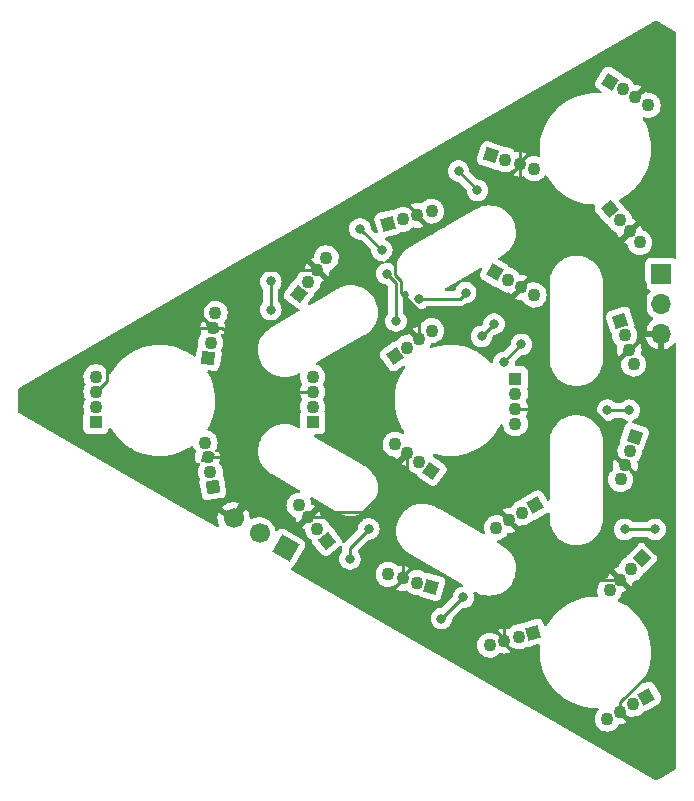
<source format=gbr>
%TF.GenerationSoftware,KiCad,Pcbnew,(6.0.2)*%
%TF.CreationDate,2022-03-10T12:30:13-08:00*%
%TF.ProjectId,triangle,74726961-6e67-46c6-952e-6b696361645f,rev?*%
%TF.SameCoordinates,Original*%
%TF.FileFunction,Copper,L2,Bot*%
%TF.FilePolarity,Positive*%
%FSLAX46Y46*%
G04 Gerber Fmt 4.6, Leading zero omitted, Abs format (unit mm)*
G04 Created by KiCad (PCBNEW (6.0.2)) date 2022-03-10 12:30:13*
%MOMM*%
%LPD*%
G01*
G04 APERTURE LIST*
G04 Aperture macros list*
%AMHorizOval*
0 Thick line with rounded ends*
0 $1 width*
0 $2 $3 position (X,Y) of the first rounded end (center of the circle)*
0 $4 $5 position (X,Y) of the second rounded end (center of the circle)*
0 Add line between two ends*
20,1,$1,$2,$3,$4,$5,0*
0 Add two circle primitives to create the rounded ends*
1,1,$1,$2,$3*
1,1,$1,$4,$5*%
%AMRotRect*
0 Rectangle, with rotation*
0 The origin of the aperture is its center*
0 $1 length*
0 $2 width*
0 $3 Rotation angle, in degrees counterclockwise*
0 Add horizontal line*
21,1,$1,$2,0,0,$3*%
G04 Aperture macros list end*
%TA.AperFunction,ComponentPad*%
%ADD10R,1.700000X1.700000*%
%TD*%
%TA.AperFunction,ComponentPad*%
%ADD11O,1.700000X1.700000*%
%TD*%
%TA.AperFunction,ComponentPad*%
%ADD12RotRect,1.700000X1.700000X240.000000*%
%TD*%
%TA.AperFunction,ComponentPad*%
%ADD13HorizOval,1.700000X0.000000X0.000000X0.000000X0.000000X0*%
%TD*%
%TA.AperFunction,ComponentPad*%
%ADD14RotRect,1.100000X1.100000X196.000000*%
%TD*%
%TA.AperFunction,ComponentPad*%
%ADD15C,1.100000*%
%TD*%
%TA.AperFunction,ComponentPad*%
%ADD16RotRect,1.100000X1.100000X252.000000*%
%TD*%
%TA.AperFunction,ComponentPad*%
%ADD17RotRect,1.100000X1.100000X328.000000*%
%TD*%
%TA.AperFunction,ComponentPad*%
%ADD18RotRect,1.100000X1.100000X100.000000*%
%TD*%
%TA.AperFunction,ComponentPad*%
%ADD19RotRect,1.100000X1.100000X330.000000*%
%TD*%
%TA.AperFunction,ComponentPad*%
%ADD20RotRect,1.100000X1.100000X128.000000*%
%TD*%
%TA.AperFunction,ComponentPad*%
%ADD21R,1.100000X1.100000*%
%TD*%
%TA.AperFunction,ComponentPad*%
%ADD22RotRect,1.100000X1.100000X53.000000*%
%TD*%
%TA.AperFunction,ComponentPad*%
%ADD23RotRect,1.100000X1.100000X343.000000*%
%TD*%
%TA.AperFunction,ComponentPad*%
%ADD24RotRect,1.100000X1.100000X225.000000*%
%TD*%
%TA.AperFunction,ComponentPad*%
%ADD25RotRect,1.100000X1.100000X81.000000*%
%TD*%
%TA.AperFunction,ComponentPad*%
%ADD26RotRect,1.100000X1.100000X144.000000*%
%TD*%
%TA.AperFunction,ComponentPad*%
%ADD27RotRect,1.100000X1.100000X210.000000*%
%TD*%
%TA.AperFunction,ComponentPad*%
%ADD28RotRect,1.100000X1.100000X164.000000*%
%TD*%
%TA.AperFunction,ComponentPad*%
%ADD29RotRect,1.100000X1.100000X16.000000*%
%TD*%
%TA.AperFunction,ComponentPad*%
%ADD30RotRect,1.100000X1.100000X312.000000*%
%TD*%
%TA.AperFunction,ComponentPad*%
%ADD31RotRect,1.100000X1.100000X287.000000*%
%TD*%
%TA.AperFunction,ComponentPad*%
%ADD32RotRect,1.100000X1.100000X35.000000*%
%TD*%
%TA.AperFunction,ViaPad*%
%ADD33C,0.800000*%
%TD*%
%TA.AperFunction,Conductor*%
%ADD34C,0.250000*%
%TD*%
G04 APERTURE END LIST*
D10*
%TO.P,J1,1,Pin_1*%
%TO.N,+5V*%
X160050000Y-72900000D03*
D11*
%TO.P,J1,2,Pin_2*%
%TO.N,/DIN*%
X160050000Y-75440000D03*
%TO.P,J1,3,Pin_3*%
%TO.N,GND*%
X160050000Y-77980000D03*
%TD*%
D12*
%TO.P,J2,1,Pin_1*%
%TO.N,+5V*%
X128250000Y-96150000D03*
D13*
%TO.P,J2,2,Pin_2*%
%TO.N,/DOUT*%
X126050295Y-94880000D03*
%TO.P,J2,3,Pin_3*%
%TO.N,GND*%
X123850591Y-93610000D03*
%TD*%
D14*
%TO.P,D9,1,DOUT*%
%TO.N,Net-(D9-Pad1)*%
X149200000Y-103300000D03*
D15*
%TO.P,D9,2,VDD*%
%TO.N,+5V*%
X147979197Y-103650059D03*
%TO.P,D9,3,VSS*%
%TO.N,GND*%
X146758395Y-104000119D03*
%TO.P,D9,4,DIN*%
%TO.N,Net-(D9-Pad4)*%
X145537592Y-104350178D03*
%TD*%
D16*
%TO.P,D12,1,DOUT*%
%TO.N,Net-(D12-Pad1)*%
X157800000Y-86700000D03*
D15*
%TO.P,D12,2,VDD*%
%TO.N,+5V*%
X157407549Y-87907842D03*
%TO.P,D12,3,VSS*%
%TO.N,GND*%
X157015097Y-89115684D03*
%TO.P,D12,4,DIN*%
%TO.N,Net-(D12-Pad4)*%
X156622646Y-90323526D03*
%TD*%
D17*
%TO.P,D15,1,DOUT*%
%TO.N,Net-(D15-Pad1)*%
X155718936Y-56631008D03*
D15*
%TO.P,D15,2,VDD*%
%TO.N,+5V*%
X156795957Y-57304005D03*
%TO.P,D15,3,VSS*%
%TO.N,GND*%
X157872979Y-57977003D03*
%TO.P,D15,4,DIN*%
%TO.N,Net-(D15-Pad4)*%
X158950000Y-58650000D03*
%TD*%
D18*
%TO.P,D21,1,DOUT*%
%TO.N,/DOUT*%
X122100000Y-90950000D03*
D15*
%TO.P,D21,2,VDD*%
%TO.N,+5V*%
X121879467Y-89699294D03*
%TO.P,D21,3,VSS*%
%TO.N,GND*%
X121658933Y-88448588D03*
%TO.P,D21,4,DIN*%
%TO.N,Net-(D21-Pad4)*%
X121438400Y-87197882D03*
%TD*%
%TO.P,D5,4,DIN*%
%TO.N,Net-(D5-Pad4)*%
X149300000Y-74700000D03*
%TO.P,D5,3,VSS*%
%TO.N,GND*%
X148200148Y-74065000D03*
%TO.P,D5,2,VDD*%
%TO.N,+5V*%
X147100296Y-73430000D03*
D19*
%TO.P,D5,1,DOUT*%
%TO.N,Net-(D5-Pad1)*%
X146000444Y-72795000D03*
%TD*%
D20*
%TO.P,D7,1,DOUT*%
%TO.N,Net-(D7-Pad1)*%
X131731890Y-95500773D03*
D15*
%TO.P,D7,2,VDD*%
%TO.N,+5V*%
X130950000Y-94500000D03*
%TO.P,D7,3,VSS*%
%TO.N,GND*%
X130168110Y-93499226D03*
%TO.P,D7,4,DIN*%
%TO.N,Net-(D7-Pad4)*%
X129386220Y-92498453D03*
%TD*%
D21*
%TO.P,D20,1,DOUT*%
%TO.N,Net-(D20-Pad1)*%
X112200000Y-85440000D03*
D15*
%TO.P,D20,2,VDD*%
%TO.N,+5V*%
X112200000Y-84170000D03*
%TO.P,D20,3,VSS*%
%TO.N,GND*%
X112200000Y-82900000D03*
%TO.P,D20,4,DIN*%
%TO.N,Net-(D20-Pad4)*%
X112200000Y-81630000D03*
%TD*%
D22*
%TO.P,D18,1,DOUT*%
%TO.N,Net-(D18-Pad1)*%
X129400000Y-74600000D03*
D15*
%TO.P,D18,2,VDD*%
%TO.N,+5V*%
X130164305Y-73585733D03*
%TO.P,D18,3,VSS*%
%TO.N,GND*%
X130928611Y-72571465D03*
%TO.P,D18,4,DIN*%
%TO.N,Net-(D18-Pad4)*%
X131692916Y-71557198D03*
%TD*%
D21*
%TO.P,D1,1,DOUT*%
%TO.N,Net-(D1-Pad1)*%
X147700000Y-81800000D03*
D15*
%TO.P,D1,2,VDD*%
%TO.N,+5V*%
X147700000Y-83070000D03*
%TO.P,D1,3,VSS*%
%TO.N,GND*%
X147700000Y-84340000D03*
%TO.P,D1,4,DIN*%
%TO.N,Net-(D1-Pad4)*%
X147700000Y-85610000D03*
%TD*%
D21*
%TO.P,D6,1,DOUT*%
%TO.N,Net-(D6-Pad1)*%
X130550000Y-85440000D03*
D15*
%TO.P,D6,2,VDD*%
%TO.N,+5V*%
X130550000Y-84170000D03*
%TO.P,D6,3,VSS*%
%TO.N,GND*%
X130550000Y-82900000D03*
%TO.P,D6,4,DIN*%
%TO.N,Net-(D6-Pad4)*%
X130550000Y-81630000D03*
%TD*%
D23*
%TO.P,D16,1,DOUT*%
%TO.N,Net-(D16-Pad1)*%
X145656478Y-62886064D03*
D15*
%TO.P,D16,2,VDD*%
%TO.N,+5V*%
X146870985Y-63257376D03*
%TO.P,D16,3,VSS*%
%TO.N,GND*%
X148085493Y-63628688D03*
%TO.P,D16,4,DIN*%
%TO.N,Net-(D16-Pad4)*%
X149300000Y-64000000D03*
%TD*%
D24*
%TO.P,D11,1,DOUT*%
%TO.N,Net-(D11-Pad1)*%
X158400000Y-97000000D03*
D15*
%TO.P,D11,2,VDD*%
%TO.N,+5V*%
X157501975Y-97898025D03*
%TO.P,D11,3,VSS*%
%TO.N,GND*%
X156603949Y-98796051D03*
%TO.P,D11,4,DIN*%
%TO.N,Net-(D11-Pad4)*%
X155705924Y-99694076D03*
%TD*%
D25*
%TO.P,D19,1,DOUT*%
%TO.N,Net-(D19-Pad1)*%
X121700000Y-80000000D03*
D15*
%TO.P,D19,2,VDD*%
%TO.N,+5V*%
X121898672Y-78745636D03*
%TO.P,D19,3,VSS*%
%TO.N,GND*%
X122097344Y-77491272D03*
%TO.P,D19,4,DIN*%
%TO.N,Net-(D19-Pad4)*%
X122296016Y-76236908D03*
%TD*%
D26*
%TO.P,D3,1,DOUT*%
%TO.N,Net-(D3-Pad1)*%
X140607399Y-89575231D03*
D15*
%TO.P,D3,2,VDD*%
%TO.N,+5V*%
X139579948Y-88828744D03*
%TO.P,D3,3,VSS*%
%TO.N,GND*%
X138552496Y-88082256D03*
%TO.P,D3,4,DIN*%
%TO.N,Net-(D3-Pad4)*%
X137525045Y-87335769D03*
%TD*%
D27*
%TO.P,D10,1,DOUT*%
%TO.N,Net-(D10-Pad1)*%
X158800000Y-108700000D03*
D15*
%TO.P,D10,2,VDD*%
%TO.N,+5V*%
X157700148Y-109335000D03*
%TO.P,D10,3,VSS*%
%TO.N,GND*%
X156600296Y-109970000D03*
%TO.P,D10,4,DIN*%
%TO.N,Net-(D10-Pad4)*%
X155500444Y-110605000D03*
%TD*%
%TO.P,D8,4,DIN*%
%TO.N,Net-(D8-Pad4)*%
X136937592Y-98349822D03*
%TO.P,D8,3,VSS*%
%TO.N,GND*%
X138158395Y-98699881D03*
%TO.P,D8,2,VDD*%
%TO.N,+5V*%
X139379197Y-99049941D03*
D28*
%TO.P,D8,1,DOUT*%
%TO.N,Net-(D8-Pad1)*%
X140600000Y-99400000D03*
%TD*%
D29*
%TO.P,D17,1,DOUT*%
%TO.N,Net-(D17-Pad1)*%
X136958395Y-68650119D03*
D15*
%TO.P,D17,2,VDD*%
%TO.N,+5V*%
X138179198Y-68300060D03*
%TO.P,D17,3,VSS*%
%TO.N,GND*%
X139400000Y-67950000D03*
%TO.P,D17,4,DIN*%
%TO.N,Net-(D17-Pad4)*%
X140620803Y-67599941D03*
%TD*%
D30*
%TO.P,D14,1,DOUT*%
%TO.N,Net-(D14-Pad1)*%
X155700000Y-67425000D03*
D15*
%TO.P,D14,2,VDD*%
%TO.N,+5V*%
X156549796Y-68368794D03*
%TO.P,D14,3,VSS*%
%TO.N,GND*%
X157399592Y-69312588D03*
%TO.P,D14,4,DIN*%
%TO.N,Net-(D14-Pad4)*%
X158249388Y-70256382D03*
%TD*%
D31*
%TO.P,D13,1,DOUT*%
%TO.N,Net-(D13-Pad1)*%
X156600000Y-76900000D03*
D15*
%TO.P,D13,2,VDD*%
%TO.N,+5V*%
X156971312Y-78114507D03*
%TO.P,D13,3,VSS*%
%TO.N,GND*%
X157342624Y-79329015D03*
%TO.P,D13,4,DIN*%
%TO.N,Net-(D13-Pad4)*%
X157713936Y-80543522D03*
%TD*%
D32*
%TO.P,D2,1,DOUT*%
%TO.N,Net-(D2-Pad1)*%
X137500000Y-79900000D03*
D15*
%TO.P,D2,2,VDD*%
%TO.N,+5V*%
X138540323Y-79171558D03*
%TO.P,D2,3,VSS*%
%TO.N,GND*%
X139580647Y-78443116D03*
%TO.P,D2,4,DIN*%
%TO.N,Net-(D2-Pad4)*%
X140620970Y-77714674D03*
%TD*%
D27*
%TO.P,D4,1,DOUT*%
%TO.N,Net-(D4-Pad1)*%
X149400000Y-92500000D03*
D15*
%TO.P,D4,2,VDD*%
%TO.N,+5V*%
X148300148Y-93135000D03*
%TO.P,D4,3,VSS*%
%TO.N,GND*%
X147200296Y-93770000D03*
%TO.P,D4,4,DIN*%
%TO.N,Net-(D4-Pad4)*%
X146100444Y-94405000D03*
%TD*%
D33*
%TO.N,+5V*%
X145900000Y-77150000D03*
X144850000Y-78200000D03*
X143500000Y-74500000D03*
X139550000Y-75000000D03*
%TO.N,Net-(D4-Pad1)*%
X148209637Y-78885039D03*
X146750000Y-80400000D03*
%TO.N,+5V*%
X127000000Y-73550000D03*
X127000000Y-75950000D03*
X142900000Y-64200000D03*
X144500000Y-65850000D03*
X143300000Y-100300000D03*
X141450000Y-102100000D03*
X156950000Y-94550000D03*
X159550000Y-94550000D03*
X133700000Y-97050000D03*
X135300000Y-94500000D03*
X136825500Y-72900000D03*
X137600000Y-76900000D03*
%TO.N,/DIN*%
X157350000Y-84450000D03*
X155500000Y-84450000D03*
%TO.N,+5V*%
X134550000Y-69100000D03*
X136400000Y-70900000D03*
%TD*%
D34*
%TO.N,Net-(D4-Pad1)*%
X146750000Y-80400000D02*
X146750000Y-80344676D01*
X146750000Y-80344676D02*
X148209637Y-78885039D01*
%TO.N,+5V*%
X144850000Y-78200000D02*
X145900000Y-77150000D01*
X137600000Y-73674500D02*
X136825500Y-72900000D01*
%TO.N,GND*%
X139600000Y-69450000D02*
X140550000Y-69450000D01*
X138049511Y-74563807D02*
X138049510Y-73488306D01*
X138049510Y-73488306D02*
X137550000Y-72988796D01*
X139580647Y-76094943D02*
X138049511Y-74563807D01*
X139580647Y-78443116D02*
X139580647Y-76094943D01*
X137550000Y-72988796D02*
X137550000Y-71500000D01*
%TO.N,+5V*%
X137600000Y-76900000D02*
X137600000Y-73674500D01*
%TO.N,GND*%
X137550000Y-71500000D02*
X139600000Y-69450000D01*
%TO.N,+5V*%
X143000000Y-75000000D02*
X143500000Y-74500000D01*
X139550000Y-75000000D02*
X143000000Y-75000000D01*
%TO.N,GND*%
X143500000Y-66900000D02*
X148030198Y-66900000D01*
X148030198Y-66900000D02*
X148085493Y-66844705D01*
X141150000Y-68850000D02*
X141550000Y-68850000D01*
X141550000Y-68850000D02*
X143500000Y-66900000D01*
X140550000Y-69450000D02*
X141150000Y-68850000D01*
X140550000Y-69100000D02*
X139950000Y-68500000D01*
X140550000Y-69450000D02*
X140550000Y-69100000D01*
X129617336Y-94050000D02*
X130168110Y-93499226D01*
X128150000Y-94050000D02*
X129617336Y-94050000D01*
X127600000Y-93500000D02*
X128150000Y-94050000D01*
X126850000Y-93500000D02*
X127600000Y-93500000D01*
X125860591Y-92510591D02*
X126850000Y-93500000D01*
X124950000Y-92510591D02*
X125860591Y-92510591D01*
X147350000Y-61300000D02*
X148085493Y-62035493D01*
X147350000Y-59850000D02*
X147350000Y-61300000D01*
X149350000Y-57850000D02*
X147350000Y-59850000D01*
X150450000Y-57850000D02*
X149350000Y-57850000D01*
X151800000Y-56500000D02*
X150450000Y-57850000D01*
X153300000Y-56500000D02*
X151800000Y-56500000D01*
X155450000Y-54350000D02*
X153300000Y-56500000D01*
X157450000Y-54350000D02*
X155450000Y-54350000D01*
X158800000Y-55700000D02*
X157450000Y-54350000D01*
X148085493Y-62035493D02*
X148085493Y-63628688D01*
X158800000Y-57049982D02*
X158800000Y-55700000D01*
X157872979Y-57977003D02*
X158800000Y-57049982D01*
X138552496Y-90552496D02*
X138552496Y-89297504D01*
X139700000Y-91700000D02*
X138552496Y-90552496D01*
X145130296Y-91700000D02*
X139700000Y-91700000D01*
X145800000Y-92369704D02*
X145130296Y-91700000D01*
X123898588Y-86151412D02*
X127150000Y-82900000D01*
X123898588Y-88448588D02*
X123898588Y-86151412D01*
X136450000Y-95100000D02*
X136450000Y-91400000D01*
X138158395Y-96808395D02*
X136450000Y-95100000D01*
X138158395Y-98699881D02*
X138158395Y-96808395D01*
X136450000Y-91400000D02*
X134800000Y-93050000D01*
X138552496Y-89297504D02*
X136450000Y-91400000D01*
X131500774Y-93499226D02*
X130168110Y-93499226D01*
X134800000Y-93050000D02*
X131950000Y-93050000D01*
X131950000Y-93050000D02*
X131500774Y-93499226D01*
X138552496Y-88082256D02*
X138552496Y-89297504D01*
X146758395Y-101541605D02*
X149500000Y-98800000D01*
X146758395Y-104000119D02*
X146758395Y-101541605D01*
X149500000Y-98800000D02*
X152230296Y-98800000D01*
X159435305Y-106357174D02*
X159435305Y-101627407D01*
X159435305Y-101627407D02*
X156603949Y-98796051D01*
X156600296Y-109192183D02*
X159435305Y-106357174D01*
X156600296Y-109970000D02*
X156600296Y-109192183D01*
X154100000Y-84300000D02*
X154100000Y-82900000D01*
X154100000Y-82900000D02*
X154350000Y-82650000D01*
X155350000Y-87450587D02*
X155350000Y-85550000D01*
X157015097Y-89115684D02*
X155350000Y-87450587D01*
X155350000Y-85550000D02*
X154100000Y-84300000D01*
X150660000Y-84340000D02*
X147700000Y-84340000D01*
X154350000Y-82650000D02*
X152350000Y-82650000D01*
X156321639Y-80678361D02*
X154350000Y-82650000D01*
X152350000Y-82650000D02*
X150660000Y-84340000D01*
X156321639Y-80350000D02*
X156321639Y-80678361D01*
X157342624Y-79329015D02*
X156321639Y-80350000D01*
X139400000Y-67950000D02*
X139950000Y-68500000D01*
X148085493Y-66844705D02*
X148085493Y-63628688D01*
X151752968Y-70512180D02*
X148085493Y-66844705D01*
X151752968Y-70512180D02*
X156200000Y-70512180D01*
X148200148Y-74065000D02*
X151752968Y-70512180D01*
X156200000Y-70512180D02*
X157399592Y-69312588D01*
X156200000Y-71200000D02*
X156200000Y-70512180D01*
X158700000Y-73700000D02*
X156200000Y-71200000D01*
X158700000Y-77971639D02*
X158700000Y-73700000D01*
X158700000Y-77971639D02*
X158708361Y-77980000D01*
X158708361Y-77980000D02*
X160050000Y-77980000D01*
X124950000Y-89500000D02*
X123898588Y-88448588D01*
X124950000Y-92510591D02*
X124950000Y-89500000D01*
X123898588Y-88448588D02*
X121658933Y-88448588D01*
X123850591Y-93610000D02*
X124950000Y-92510591D01*
X114850000Y-78500000D02*
X116650000Y-78500000D01*
X113150000Y-80200000D02*
X114850000Y-78500000D01*
X112200000Y-82900000D02*
X113150000Y-81950000D01*
X116650000Y-78500000D02*
X118650000Y-78500000D01*
X116350000Y-78500000D02*
X116650000Y-78500000D01*
X113150000Y-81950000D02*
X113150000Y-80200000D01*
%TO.N,+5V*%
X127000000Y-75950000D02*
X127000000Y-73550000D01*
%TO.N,GND*%
X124328535Y-72571465D02*
X130928611Y-72571465D01*
X121200000Y-75700000D02*
X124328535Y-72571465D01*
X121200000Y-76593928D02*
X121200000Y-75700000D01*
X122097344Y-77491272D02*
X121200000Y-76593928D01*
%TO.N,+5V*%
X144500000Y-65800000D02*
X142900000Y-64200000D01*
X144500000Y-65850000D02*
X144500000Y-65800000D01*
X143250000Y-100300000D02*
X143300000Y-100300000D01*
X141450000Y-102100000D02*
X143250000Y-100300000D01*
X156950000Y-94550000D02*
X159550000Y-94550000D01*
X133700000Y-96100000D02*
X133700000Y-97050000D01*
X135300000Y-94500000D02*
X133700000Y-96100000D01*
X133700000Y-97200000D02*
X133700000Y-97050000D01*
%TO.N,GND*%
X148990000Y-84340000D02*
X147700000Y-84340000D01*
X150050000Y-85400000D02*
X148990000Y-84340000D01*
X150050000Y-85400000D02*
X150050000Y-86350000D01*
X145800000Y-92369704D02*
X147200296Y-93770000D01*
X145800000Y-90600000D02*
X145800000Y-92369704D01*
X150050000Y-86350000D02*
X145800000Y-90600000D01*
X152553949Y-98796051D02*
X156603949Y-98796051D01*
X152550000Y-98800000D02*
X152553949Y-98796051D01*
X152230296Y-98800000D02*
X152550000Y-98800000D01*
X147200296Y-93770000D02*
X152230296Y-98800000D01*
X122891272Y-77491272D02*
X122097344Y-77491272D01*
X123850000Y-78450000D02*
X122891272Y-77491272D01*
X127150000Y-82900000D02*
X123850000Y-79600000D01*
X123850000Y-79600000D02*
X123850000Y-78450000D01*
X130550000Y-82900000D02*
X127150000Y-82900000D01*
%TO.N,/DIN*%
X155500000Y-84450000D02*
X157350000Y-84450000D01*
%TO.N,GND*%
X157342624Y-79329015D02*
X158700000Y-77971639D01*
%TO.N,+5V*%
X134700000Y-69250000D02*
X134550000Y-69100000D01*
X136400000Y-70900000D02*
X134750000Y-69250000D01*
X134750000Y-69250000D02*
X134700000Y-69250000D01*
%TO.N,GND*%
X118650000Y-78500000D02*
X119658728Y-77491272D01*
X119658728Y-77491272D02*
X122097344Y-77491272D01*
%TD*%
%TA.AperFunction,Conductor*%
%TO.N,GND*%
G36*
X159671005Y-51485458D02*
G01*
X161287000Y-52418426D01*
X161335993Y-52469807D01*
X161350000Y-52527545D01*
X161350000Y-71499856D01*
X161329998Y-71567977D01*
X161276342Y-71614470D01*
X161206068Y-71624574D01*
X161163044Y-71606734D01*
X161161760Y-71609079D01*
X161153892Y-71604771D01*
X161146705Y-71599385D01*
X161010316Y-71548255D01*
X160948134Y-71541500D01*
X159151866Y-71541500D01*
X159089684Y-71548255D01*
X158953295Y-71599385D01*
X158836739Y-71686739D01*
X158749385Y-71803295D01*
X158698255Y-71939684D01*
X158691500Y-72001866D01*
X158691500Y-73798134D01*
X158698255Y-73860316D01*
X158749385Y-73996705D01*
X158836739Y-74113261D01*
X158953295Y-74200615D01*
X158961704Y-74203767D01*
X158961705Y-74203768D01*
X159070451Y-74244535D01*
X159127216Y-74287176D01*
X159151916Y-74353738D01*
X159136709Y-74423087D01*
X159117316Y-74449568D01*
X158997916Y-74574513D01*
X158990629Y-74582138D01*
X158987715Y-74586410D01*
X158987714Y-74586411D01*
X158949068Y-74643064D01*
X158864743Y-74766680D01*
X158844601Y-74810072D01*
X158789154Y-74929524D01*
X158770688Y-74969305D01*
X158710989Y-75184570D01*
X158710440Y-75189707D01*
X158709996Y-75193865D01*
X158687251Y-75406695D01*
X158687548Y-75411848D01*
X158687548Y-75411851D01*
X158696233Y-75562469D01*
X158700110Y-75629715D01*
X158701247Y-75634761D01*
X158701248Y-75634767D01*
X158714439Y-75693296D01*
X158749222Y-75847639D01*
X158833266Y-76054616D01*
X158839001Y-76063975D01*
X158947133Y-76240430D01*
X158949987Y-76245088D01*
X159096250Y-76413938D01*
X159268126Y-76556632D01*
X159287837Y-76568150D01*
X159341955Y-76599774D01*
X159390679Y-76651412D01*
X159403750Y-76721195D01*
X159377019Y-76786967D01*
X159336562Y-76820327D01*
X159328457Y-76824546D01*
X159319738Y-76830036D01*
X159149433Y-76957905D01*
X159141726Y-76964748D01*
X158994590Y-77118717D01*
X158988104Y-77126727D01*
X158868098Y-77302649D01*
X158863000Y-77311623D01*
X158773338Y-77504783D01*
X158769775Y-77514470D01*
X158714389Y-77714183D01*
X158715912Y-77722607D01*
X158728292Y-77726000D01*
X160178000Y-77726000D01*
X160246121Y-77746002D01*
X160292614Y-77799658D01*
X160304000Y-77852000D01*
X160304000Y-79298517D01*
X160308064Y-79312359D01*
X160321478Y-79314393D01*
X160328184Y-79313534D01*
X160338262Y-79311392D01*
X160542255Y-79250191D01*
X160551842Y-79246433D01*
X160743095Y-79152739D01*
X160751945Y-79147464D01*
X160925328Y-79023792D01*
X160933200Y-79017139D01*
X161084052Y-78866812D01*
X161090730Y-78858965D01*
X161121678Y-78815896D01*
X161177672Y-78772248D01*
X161248376Y-78765802D01*
X161311340Y-78798605D01*
X161346574Y-78860242D01*
X161350000Y-78889422D01*
X161350000Y-114745455D01*
X161329998Y-114813576D01*
X161287000Y-114854574D01*
X160199436Y-115482461D01*
X159671005Y-115787542D01*
X159602009Y-115804279D01*
X159545006Y-115787541D01*
X141676346Y-105471009D01*
X139709300Y-104335328D01*
X144474074Y-104335328D01*
X144474590Y-104341472D01*
X144489934Y-104524197D01*
X144491444Y-104542182D01*
X144548661Y-104741723D01*
X144551479Y-104747205D01*
X144551480Y-104747209D01*
X144630056Y-104900101D01*
X144643547Y-104926351D01*
X144772486Y-105089032D01*
X144777173Y-105093021D01*
X144777176Y-105093024D01*
X144809370Y-105120423D01*
X144930568Y-105223570D01*
X145111772Y-105324842D01*
X145309195Y-105388988D01*
X145515317Y-105413567D01*
X145521452Y-105413095D01*
X145521454Y-105413095D01*
X145716147Y-105398114D01*
X145716152Y-105398113D01*
X145722288Y-105397641D01*
X145728218Y-105395985D01*
X145728220Y-105395985D01*
X145855312Y-105360500D01*
X145922224Y-105341818D01*
X146107509Y-105248224D01*
X146271087Y-105120423D01*
X146328387Y-105054040D01*
X146388040Y-105015543D01*
X146462705Y-105016538D01*
X146524247Y-105036534D01*
X146536221Y-105039167D01*
X146730019Y-105062276D01*
X146742268Y-105062533D01*
X146936862Y-105047560D01*
X146948942Y-105045429D01*
X147136909Y-104992947D01*
X147148342Y-104988513D01*
X147291121Y-104916390D01*
X147301405Y-104906745D01*
X147299167Y-104900101D01*
X146616720Y-104217654D01*
X146582215Y-104153036D01*
X146581559Y-104149721D01*
X146580957Y-104143586D01*
X146551824Y-104047090D01*
X146522744Y-103950771D01*
X146522743Y-103950768D01*
X146520960Y-103944863D01*
X146510811Y-103925776D01*
X146426401Y-103767025D01*
X146426400Y-103767023D01*
X146423505Y-103761579D01*
X146357846Y-103681073D01*
X146296202Y-103605489D01*
X146296199Y-103605486D01*
X146292307Y-103600714D01*
X146285362Y-103594968D01*
X146137110Y-103472323D01*
X146137111Y-103472323D01*
X146132362Y-103468395D01*
X146126945Y-103465466D01*
X146126942Y-103465464D01*
X145955182Y-103372594D01*
X145955177Y-103372592D01*
X145949762Y-103369664D01*
X145751463Y-103308280D01*
X145745338Y-103307636D01*
X145745337Y-103307636D01*
X145551146Y-103287226D01*
X145551144Y-103287226D01*
X145545017Y-103286582D01*
X145459107Y-103294401D01*
X145344428Y-103304837D01*
X145344425Y-103304838D01*
X145338289Y-103305396D01*
X145332383Y-103307134D01*
X145332379Y-103307135D01*
X145184524Y-103350651D01*
X145139152Y-103364005D01*
X144955192Y-103460177D01*
X144793415Y-103590249D01*
X144789457Y-103594966D01*
X144789455Y-103594968D01*
X144784634Y-103600714D01*
X144659983Y-103749267D01*
X144657019Y-103754659D01*
X144657016Y-103754663D01*
X144627909Y-103807609D01*
X144559979Y-103931173D01*
X144497213Y-104129039D01*
X144496527Y-104135156D01*
X144496526Y-104135160D01*
X144481233Y-104271504D01*
X144474074Y-104335328D01*
X139709300Y-104335328D01*
X137559557Y-103094166D01*
X146216161Y-103094166D01*
X146218616Y-103101130D01*
X146900090Y-103782604D01*
X146931536Y-103842497D01*
X146933049Y-103842063D01*
X146990266Y-104041604D01*
X146993084Y-104047086D01*
X146993085Y-104047090D01*
X147081241Y-104218622D01*
X147085152Y-104226232D01*
X147214091Y-104388913D01*
X147218778Y-104392902D01*
X147218781Y-104392905D01*
X147366378Y-104518519D01*
X147372173Y-104523451D01*
X147553377Y-104624723D01*
X147750800Y-104688869D01*
X147956922Y-104713448D01*
X147963057Y-104712976D01*
X147963059Y-104712976D01*
X148157752Y-104697995D01*
X148157757Y-104697994D01*
X148163893Y-104697522D01*
X148169823Y-104695866D01*
X148169825Y-104695866D01*
X148263861Y-104669611D01*
X148363829Y-104641699D01*
X148474447Y-104585822D01*
X148543613Y-104550884D01*
X148543615Y-104550883D01*
X148549114Y-104548105D01*
X148605591Y-104503981D01*
X148671584Y-104477803D01*
X148706294Y-104480057D01*
X148709965Y-104481455D01*
X148718910Y-104482167D01*
X148718911Y-104482167D01*
X148786843Y-104487573D01*
X148855164Y-104493010D01*
X148862950Y-104491665D01*
X148862953Y-104491665D01*
X148892443Y-104486571D01*
X148916799Y-104482364D01*
X148990874Y-104461123D01*
X149653728Y-104271053D01*
X149724723Y-104271504D01*
X149784204Y-104310266D01*
X149813287Y-104375032D01*
X149813813Y-104404903D01*
X149785320Y-104685412D01*
X149782565Y-104948500D01*
X149780842Y-105112982D01*
X149781071Y-105115827D01*
X149781071Y-105115830D01*
X149814485Y-105531119D01*
X149815135Y-105539199D01*
X149887915Y-105960554D01*
X149888657Y-105963322D01*
X149980998Y-106307941D01*
X149998585Y-106373578D01*
X150146232Y-106774872D01*
X150329642Y-107161133D01*
X150547306Y-107529181D01*
X150797430Y-107875988D01*
X151077957Y-108198697D01*
X151386577Y-108494653D01*
X151388795Y-108496423D01*
X151388800Y-108496428D01*
X151718535Y-108759652D01*
X151720751Y-108761421D01*
X151723114Y-108762979D01*
X151723118Y-108762982D01*
X151915234Y-108889659D01*
X152077727Y-108996803D01*
X152454567Y-109198863D01*
X152848170Y-109365937D01*
X152850879Y-109366807D01*
X152850885Y-109366809D01*
X153252575Y-109495778D01*
X153252581Y-109495780D01*
X153255295Y-109496651D01*
X153258068Y-109497271D01*
X153258076Y-109497273D01*
X153669808Y-109589305D01*
X153672591Y-109589927D01*
X154096624Y-109645000D01*
X154523903Y-109661414D01*
X154638768Y-109655394D01*
X154707842Y-109671803D01*
X154757079Y-109722952D01*
X154770847Y-109792601D01*
X154741884Y-109862212D01*
X154622835Y-110004089D01*
X154619871Y-110009481D01*
X154619868Y-110009485D01*
X154567224Y-110105245D01*
X154522831Y-110185995D01*
X154460065Y-110383861D01*
X154459379Y-110389978D01*
X154459378Y-110389982D01*
X154446575Y-110504125D01*
X154436926Y-110590150D01*
X154454296Y-110797004D01*
X154511513Y-110996545D01*
X154514331Y-111002027D01*
X154514332Y-111002031D01*
X154561673Y-111094146D01*
X154606399Y-111181173D01*
X154735338Y-111343854D01*
X154740025Y-111347843D01*
X154740028Y-111347846D01*
X154772222Y-111375245D01*
X154893420Y-111478392D01*
X155074624Y-111579664D01*
X155272047Y-111643810D01*
X155478169Y-111668389D01*
X155484304Y-111667917D01*
X155484306Y-111667917D01*
X155678999Y-111652936D01*
X155679004Y-111652935D01*
X155685140Y-111652463D01*
X155691070Y-111650807D01*
X155691072Y-111650807D01*
X155785108Y-111624552D01*
X155885076Y-111596640D01*
X156070361Y-111503046D01*
X156233939Y-111375245D01*
X156369577Y-111218106D01*
X156439997Y-111094145D01*
X156491035Y-111044796D01*
X156564470Y-111031269D01*
X156571919Y-111032157D01*
X156584169Y-111032414D01*
X156778763Y-111017441D01*
X156790843Y-111015310D01*
X156978810Y-110962828D01*
X156990243Y-110958394D01*
X157133022Y-110886271D01*
X157143306Y-110876626D01*
X157141068Y-110869982D01*
X156509653Y-110238567D01*
X156483887Y-110199932D01*
X156483812Y-110199685D01*
X156386357Y-110016401D01*
X156372212Y-109999057D01*
X156344657Y-109933629D01*
X156356851Y-109863687D01*
X156380759Y-109830327D01*
X156511201Y-109699885D01*
X156573513Y-109665859D01*
X156644328Y-109670924D01*
X156689391Y-109699885D01*
X156692154Y-109702648D01*
X156715125Y-109734149D01*
X156806103Y-109911173D01*
X156809934Y-109916007D01*
X156809935Y-109916008D01*
X156847528Y-109963438D01*
X156935042Y-110073854D01*
X156939729Y-110077843D01*
X156939732Y-110077846D01*
X157073708Y-110191868D01*
X157093124Y-110208392D01*
X157274328Y-110309664D01*
X157280191Y-110311569D01*
X157282361Y-110312274D01*
X157283741Y-110313120D01*
X157285834Y-110314034D01*
X157285707Y-110314325D01*
X157332517Y-110343011D01*
X157493631Y-110504125D01*
X157506011Y-110510885D01*
X157512745Y-110505844D01*
X157539041Y-110459554D01*
X157590080Y-110410204D01*
X157663517Y-110396678D01*
X157671752Y-110397660D01*
X157671761Y-110397660D01*
X157677873Y-110398389D01*
X157684008Y-110397917D01*
X157684010Y-110397917D01*
X157878703Y-110382936D01*
X157878708Y-110382935D01*
X157884844Y-110382463D01*
X157890774Y-110380807D01*
X157890776Y-110380807D01*
X157984812Y-110354551D01*
X158084780Y-110326640D01*
X158109736Y-110314034D01*
X158264564Y-110235825D01*
X158264566Y-110235824D01*
X158270065Y-110233046D01*
X158433643Y-110105245D01*
X158437670Y-110100580D01*
X158437676Y-110100574D01*
X158518217Y-110007266D01*
X158577869Y-109968769D01*
X158605931Y-109964381D01*
X158610341Y-109964911D01*
X158619191Y-109963438D01*
X158746231Y-109942293D01*
X158746233Y-109942292D01*
X158754022Y-109940996D01*
X158811251Y-109915755D01*
X159847249Y-109317621D01*
X159897723Y-109280680D01*
X159990274Y-109168206D01*
X160047538Y-109034277D01*
X160064911Y-108889659D01*
X160043567Y-108761421D01*
X160042293Y-108753769D01*
X160042292Y-108753767D01*
X160040996Y-108745978D01*
X160015755Y-108688749D01*
X159417621Y-107652751D01*
X159380680Y-107602277D01*
X159268206Y-107509726D01*
X159259953Y-107506197D01*
X159259951Y-107506196D01*
X159184339Y-107473867D01*
X159134277Y-107452462D01*
X158989659Y-107435089D01*
X158980804Y-107436563D01*
X158980801Y-107436563D01*
X158853769Y-107457707D01*
X158853767Y-107457708D01*
X158845978Y-107459004D01*
X158788749Y-107484245D01*
X158750729Y-107506196D01*
X158708586Y-107530527D01*
X158639591Y-107547265D01*
X158572499Y-107524044D01*
X158528612Y-107468237D01*
X158521863Y-107397562D01*
X158536248Y-107358789D01*
X158681423Y-107105299D01*
X158682845Y-107102816D01*
X158860844Y-106714032D01*
X158861789Y-106711347D01*
X158861794Y-106711336D01*
X159001924Y-106313415D01*
X159002875Y-106310715D01*
X159090779Y-105963322D01*
X159107064Y-105898965D01*
X159107065Y-105898961D01*
X159107767Y-105896186D01*
X159174657Y-105473856D01*
X159189643Y-105248224D01*
X159202879Y-105048953D01*
X159202879Y-105048942D01*
X159202995Y-105047202D01*
X159204029Y-104948500D01*
X159184632Y-104521346D01*
X159182254Y-104503981D01*
X159144869Y-104231067D01*
X159126601Y-104097708D01*
X159030413Y-103681073D01*
X158959525Y-103465464D01*
X158897754Y-103277586D01*
X158897751Y-103277579D01*
X158896861Y-103274871D01*
X158727042Y-102882444D01*
X158595867Y-102641852D01*
X158523727Y-102509536D01*
X158523723Y-102509529D01*
X158522357Y-102507024D01*
X158429969Y-102369016D01*
X158286080Y-102154077D01*
X158286072Y-102154066D01*
X158284488Y-102151700D01*
X158015394Y-101819397D01*
X157949012Y-101751134D01*
X157719280Y-101514896D01*
X157719276Y-101514892D01*
X157717290Y-101512850D01*
X157715132Y-101511000D01*
X157715122Y-101510991D01*
X157476184Y-101306197D01*
X157392630Y-101234582D01*
X157044087Y-100986885D01*
X156786462Y-100836944D01*
X156677001Y-100773236D01*
X156676996Y-100773233D01*
X156674528Y-100771797D01*
X156671942Y-100770591D01*
X156671936Y-100770588D01*
X156466773Y-100674919D01*
X156413488Y-100628002D01*
X156394027Y-100559724D01*
X156414569Y-100491764D01*
X156433134Y-100469476D01*
X156434565Y-100468114D01*
X156439419Y-100464321D01*
X156575057Y-100307182D01*
X156581782Y-100295345D01*
X156662729Y-100152852D01*
X156677591Y-100126690D01*
X156743114Y-99929720D01*
X156743836Y-99924001D01*
X156778368Y-99862124D01*
X156832754Y-99830679D01*
X156982463Y-99788879D01*
X156993896Y-99784445D01*
X157136675Y-99712322D01*
X157146959Y-99702677D01*
X157144721Y-99696033D01*
X156647928Y-99199240D01*
X156625772Y-99169299D01*
X156594733Y-99110923D01*
X156594732Y-99110921D01*
X156591837Y-99105477D01*
X156487586Y-98977652D01*
X156464534Y-98949387D01*
X156464531Y-98949384D01*
X156460639Y-98944612D01*
X156453694Y-98938866D01*
X156305442Y-98816221D01*
X156305443Y-98816221D01*
X156300694Y-98812293D01*
X156295277Y-98809364D01*
X156295274Y-98809362D01*
X156230399Y-98774285D01*
X156201232Y-98752544D01*
X155710251Y-98261563D01*
X155697871Y-98254803D01*
X155691483Y-98259585D01*
X155629765Y-98371849D01*
X155624936Y-98383116D01*
X155564246Y-98574436D01*
X155524583Y-98633321D01*
X155479720Y-98657211D01*
X155307484Y-98707903D01*
X155123524Y-98804075D01*
X154961747Y-98934147D01*
X154957789Y-98938864D01*
X154957787Y-98938866D01*
X154948959Y-98949387D01*
X154828315Y-99093165D01*
X154825351Y-99098557D01*
X154825348Y-99098561D01*
X154757153Y-99222607D01*
X154728311Y-99275071D01*
X154665545Y-99472937D01*
X154664859Y-99479054D01*
X154664858Y-99479058D01*
X154648922Y-99621134D01*
X154642406Y-99679226D01*
X154642922Y-99685370D01*
X154655434Y-99834369D01*
X154659776Y-99886080D01*
X154714541Y-100077069D01*
X154714090Y-100148064D01*
X154675328Y-100207545D01*
X154610562Y-100236628D01*
X154595624Y-100237780D01*
X154413775Y-100240954D01*
X154197917Y-100244721D01*
X154197912Y-100244721D01*
X154195066Y-100244771D01*
X154192233Y-100245079D01*
X154192229Y-100245079D01*
X153849815Y-100282277D01*
X153769973Y-100290951D01*
X153350815Y-100375468D01*
X153348082Y-100376283D01*
X153348077Y-100376284D01*
X153153018Y-100434434D01*
X152941042Y-100497627D01*
X152938381Y-100498691D01*
X152938379Y-100498692D01*
X152731456Y-100581455D01*
X152544027Y-100656421D01*
X152541480Y-100657719D01*
X152165581Y-100849249D01*
X152165576Y-100849252D01*
X152163038Y-100850545D01*
X151801210Y-101078400D01*
X151461523Y-101338110D01*
X151459428Y-101340036D01*
X151459419Y-101340044D01*
X151216897Y-101563056D01*
X151146773Y-101627539D01*
X150859549Y-101944302D01*
X150602216Y-102285794D01*
X150376893Y-102649203D01*
X150354773Y-102693377D01*
X150306387Y-102745330D01*
X150237593Y-102762877D01*
X150170233Y-102740446D01*
X150125694Y-102685158D01*
X150120991Y-102671688D01*
X150115275Y-102651755D01*
X150052627Y-102433275D01*
X150051337Y-102430113D01*
X150031979Y-102382676D01*
X150031977Y-102382672D01*
X150028994Y-102375363D01*
X149960901Y-102283509D01*
X149947600Y-102265566D01*
X149947598Y-102265564D01*
X149942251Y-102258351D01*
X149826154Y-102170388D01*
X149771242Y-102149474D01*
X149698422Y-102121739D01*
X149698420Y-102121739D01*
X149690035Y-102118545D01*
X149681091Y-102117833D01*
X149681090Y-102117833D01*
X149561737Y-102108335D01*
X149544836Y-102106990D01*
X149537050Y-102108335D01*
X149537047Y-102108335D01*
X149507557Y-102113429D01*
X149483201Y-102117636D01*
X148333275Y-102447373D01*
X148330119Y-102448661D01*
X148330113Y-102448663D01*
X148282676Y-102468021D01*
X148282672Y-102468023D01*
X148275363Y-102471006D01*
X148269017Y-102475711D01*
X148269016Y-102475711D01*
X148223388Y-102509536D01*
X148158351Y-102557749D01*
X148156835Y-102559750D01*
X148097213Y-102591903D01*
X148057903Y-102593955D01*
X147986622Y-102586463D01*
X147904300Y-102593955D01*
X147786033Y-102604718D01*
X147786030Y-102604719D01*
X147779894Y-102605277D01*
X147773988Y-102607015D01*
X147773984Y-102607016D01*
X147672298Y-102636944D01*
X147580757Y-102663886D01*
X147396797Y-102760058D01*
X147391997Y-102763918D01*
X147391996Y-102763918D01*
X147368575Y-102782749D01*
X147235020Y-102890130D01*
X147188949Y-102945035D01*
X147129841Y-102984361D01*
X147055170Y-102984408D01*
X146978052Y-102960536D01*
X146966039Y-102958070D01*
X146771945Y-102937670D01*
X146759677Y-102937585D01*
X146565325Y-102955272D01*
X146553276Y-102957570D01*
X146366053Y-103012673D01*
X146354685Y-103017266D01*
X146226310Y-103084379D01*
X146216161Y-103094166D01*
X137559557Y-103094166D01*
X131517491Y-99605758D01*
X137617348Y-99605758D01*
X137622258Y-99612316D01*
X137727399Y-99671079D01*
X137738637Y-99675988D01*
X137924247Y-99736296D01*
X137936221Y-99738929D01*
X138130019Y-99762038D01*
X138142268Y-99762295D01*
X138336862Y-99747322D01*
X138348932Y-99745193D01*
X138457118Y-99714987D01*
X138528109Y-99715934D01*
X138589747Y-99758081D01*
X138610261Y-99783963D01*
X138614091Y-99788795D01*
X138618784Y-99792789D01*
X138618785Y-99792790D01*
X138740191Y-99896114D01*
X138772173Y-99923333D01*
X138953377Y-100024605D01*
X139150800Y-100088751D01*
X139356922Y-100113330D01*
X139363057Y-100112858D01*
X139363059Y-100112858D01*
X139436268Y-100107225D01*
X139460995Y-100105322D01*
X139530450Y-100120039D01*
X139555665Y-100138706D01*
X139558351Y-100142251D01*
X139675363Y-100228994D01*
X139682672Y-100231977D01*
X139682676Y-100231979D01*
X139730113Y-100251337D01*
X139730119Y-100251339D01*
X139733275Y-100252627D01*
X140883201Y-100582364D01*
X140907557Y-100586571D01*
X140937047Y-100591665D01*
X140937050Y-100591665D01*
X140944836Y-100593010D01*
X140999435Y-100588665D01*
X141081090Y-100582167D01*
X141081091Y-100582167D01*
X141090035Y-100581455D01*
X141098420Y-100578261D01*
X141098422Y-100578261D01*
X141217765Y-100532807D01*
X141226154Y-100529612D01*
X141342251Y-100441649D01*
X141428994Y-100324637D01*
X141431977Y-100317328D01*
X141431979Y-100317324D01*
X141451337Y-100269887D01*
X141451339Y-100269881D01*
X141452627Y-100266725D01*
X141782364Y-99116799D01*
X141793010Y-99055164D01*
X141785549Y-98961414D01*
X141782167Y-98918910D01*
X141782167Y-98918909D01*
X141781455Y-98909965D01*
X141773724Y-98889665D01*
X141732807Y-98782235D01*
X141729612Y-98773846D01*
X141641649Y-98657749D01*
X141634436Y-98652402D01*
X141634434Y-98652400D01*
X141530984Y-98575711D01*
X141530983Y-98575711D01*
X141524637Y-98571006D01*
X141517328Y-98568023D01*
X141517324Y-98568021D01*
X141469887Y-98548663D01*
X141469881Y-98548661D01*
X141466725Y-98547373D01*
X140316799Y-98217636D01*
X140292443Y-98213429D01*
X140262953Y-98208335D01*
X140262950Y-98208335D01*
X140255164Y-98206990D01*
X140238263Y-98208335D01*
X140118910Y-98217833D01*
X140118909Y-98217833D01*
X140109965Y-98218545D01*
X140108708Y-98219024D01*
X140041688Y-98214733D01*
X140004525Y-98193439D01*
X139973967Y-98168158D01*
X139968550Y-98165229D01*
X139968547Y-98165227D01*
X139796787Y-98072357D01*
X139796782Y-98072355D01*
X139791367Y-98069427D01*
X139593068Y-98008043D01*
X139586943Y-98007399D01*
X139586942Y-98007399D01*
X139392751Y-97986989D01*
X139392749Y-97986989D01*
X139386622Y-97986345D01*
X139300712Y-97994164D01*
X139186033Y-98004600D01*
X139186030Y-98004601D01*
X139179894Y-98005159D01*
X139173988Y-98006897D01*
X139173984Y-98006898D01*
X139103309Y-98027699D01*
X138980757Y-98063768D01*
X138796797Y-98159940D01*
X138635020Y-98290012D01*
X138631062Y-98294729D01*
X138631060Y-98294731D01*
X138575070Y-98361458D01*
X138501588Y-98449030D01*
X138498624Y-98454422D01*
X138498621Y-98454426D01*
X138447523Y-98547373D01*
X138401584Y-98630936D01*
X138338818Y-98828802D01*
X138338131Y-98834926D01*
X138338130Y-98834931D01*
X138337435Y-98841123D01*
X138309963Y-98906589D01*
X138301316Y-98916170D01*
X137624108Y-99593378D01*
X137617348Y-99605758D01*
X131517491Y-99605758D01*
X129316437Y-98334972D01*
X135874074Y-98334972D01*
X135874590Y-98341116D01*
X135888417Y-98505773D01*
X135891444Y-98541826D01*
X135948661Y-98741367D01*
X135951479Y-98746849D01*
X135951480Y-98746853D01*
X136016151Y-98872689D01*
X136043547Y-98925995D01*
X136047378Y-98930829D01*
X136047379Y-98930830D01*
X136068573Y-98957570D01*
X136172486Y-99088676D01*
X136177173Y-99092665D01*
X136177176Y-99092668D01*
X136325876Y-99219221D01*
X136330568Y-99223214D01*
X136511772Y-99324486D01*
X136709195Y-99388632D01*
X136915317Y-99413211D01*
X136921452Y-99412739D01*
X136921454Y-99412739D01*
X137116147Y-99397758D01*
X137116152Y-99397757D01*
X137122288Y-99397285D01*
X137128218Y-99395629D01*
X137128220Y-99395629D01*
X137233278Y-99366296D01*
X137322224Y-99341462D01*
X137331184Y-99336936D01*
X137502008Y-99250647D01*
X137502010Y-99250646D01*
X137507509Y-99247868D01*
X137645948Y-99139708D01*
X137666226Y-99123865D01*
X137666227Y-99123864D01*
X137671087Y-99120067D01*
X137806725Y-98962928D01*
X137814418Y-98949387D01*
X137877133Y-98838988D01*
X137909259Y-98782436D01*
X137974782Y-98585466D01*
X137978222Y-98558236D01*
X138006604Y-98493159D01*
X138014133Y-98484933D01*
X138693124Y-97805942D01*
X138699884Y-97793562D01*
X138695225Y-97787339D01*
X138575790Y-97722762D01*
X138564483Y-97718009D01*
X138378051Y-97660298D01*
X138366039Y-97657832D01*
X138171945Y-97637432D01*
X138159677Y-97637347D01*
X137965325Y-97655034D01*
X137953276Y-97657332D01*
X137860604Y-97684607D01*
X137789607Y-97684652D01*
X137727386Y-97643369D01*
X137696202Y-97605133D01*
X137696199Y-97605130D01*
X137692307Y-97600358D01*
X137685362Y-97594612D01*
X137537110Y-97471967D01*
X137537111Y-97471967D01*
X137532362Y-97468039D01*
X137526945Y-97465110D01*
X137526942Y-97465108D01*
X137355182Y-97372238D01*
X137355177Y-97372236D01*
X137349762Y-97369308D01*
X137151463Y-97307924D01*
X137145338Y-97307280D01*
X137145337Y-97307280D01*
X136951146Y-97286870D01*
X136951144Y-97286870D01*
X136945017Y-97286226D01*
X136859107Y-97294045D01*
X136744428Y-97304481D01*
X136744425Y-97304482D01*
X136738289Y-97305040D01*
X136732383Y-97306778D01*
X136732379Y-97306779D01*
X136584524Y-97350295D01*
X136539152Y-97363649D01*
X136355192Y-97459821D01*
X136193415Y-97589893D01*
X136189457Y-97594610D01*
X136189455Y-97594612D01*
X136176696Y-97609818D01*
X136059983Y-97748911D01*
X136057019Y-97754303D01*
X136057016Y-97754307D01*
X135978536Y-97897062D01*
X135959979Y-97930817D01*
X135897213Y-98128683D01*
X135896527Y-98134800D01*
X135896526Y-98134804D01*
X135883066Y-98254803D01*
X135874074Y-98334972D01*
X129316437Y-98334972D01*
X128744742Y-98004902D01*
X128695749Y-97953520D01*
X128682313Y-97883807D01*
X128708699Y-97817896D01*
X128758206Y-97779930D01*
X128819756Y-97753613D01*
X128819759Y-97753611D01*
X128828013Y-97750082D01*
X128907529Y-97684652D01*
X128934383Y-97662555D01*
X128934385Y-97662553D01*
X128940488Y-97657531D01*
X128977429Y-97607057D01*
X129875563Y-96051443D01*
X129900804Y-95994214D01*
X129905395Y-95966634D01*
X129923244Y-95859391D01*
X129923244Y-95859387D01*
X129924718Y-95850533D01*
X129917234Y-95788231D01*
X129908416Y-95714828D01*
X129908415Y-95714825D01*
X129907345Y-95705916D01*
X129858812Y-95592404D01*
X129853611Y-95580240D01*
X129853610Y-95580238D01*
X129850082Y-95571987D01*
X129801170Y-95512545D01*
X129762555Y-95465617D01*
X129762553Y-95465615D01*
X129757531Y-95459512D01*
X129707057Y-95422571D01*
X128151443Y-94524437D01*
X128094214Y-94499196D01*
X128086427Y-94497900D01*
X128086424Y-94497899D01*
X127959391Y-94476756D01*
X127959389Y-94476756D01*
X127950533Y-94475282D01*
X127906278Y-94480598D01*
X127814828Y-94491584D01*
X127814825Y-94491585D01*
X127805916Y-94492655D01*
X127783164Y-94502383D01*
X127680240Y-94546389D01*
X127680238Y-94546390D01*
X127671987Y-94549918D01*
X127573956Y-94630584D01*
X127508645Y-94658422D01*
X127438651Y-94646531D01*
X127386197Y-94598686D01*
X127371692Y-94563983D01*
X127366531Y-94543435D01*
X127340726Y-94440702D01*
X127325247Y-94405103D01*
X129627063Y-94405103D01*
X129631973Y-94411661D01*
X129737114Y-94470424D01*
X129748352Y-94475333D01*
X129809892Y-94495329D01*
X129868498Y-94535403D01*
X129896514Y-94604618D01*
X129903127Y-94683365D01*
X129903852Y-94692004D01*
X129961069Y-94891545D01*
X129963887Y-94897027D01*
X129963888Y-94897031D01*
X130050616Y-95065784D01*
X130055955Y-95076173D01*
X130184894Y-95238854D01*
X130189581Y-95242843D01*
X130189584Y-95242846D01*
X130337573Y-95368794D01*
X130342976Y-95373392D01*
X130348352Y-95376397D01*
X130348357Y-95376400D01*
X130391495Y-95400509D01*
X130441201Y-95451203D01*
X130452825Y-95485568D01*
X130452894Y-95489001D01*
X130455586Y-95497565D01*
X130489149Y-95604337D01*
X130496573Y-95627956D01*
X130500736Y-95634670D01*
X130526724Y-95676584D01*
X130529533Y-95681115D01*
X130531637Y-95683808D01*
X131258901Y-96614663D01*
X131266029Y-96623787D01*
X131268403Y-96626228D01*
X131268408Y-96626234D01*
X131289009Y-96647418D01*
X131309635Y-96668628D01*
X131316372Y-96672748D01*
X131316374Y-96672750D01*
X131335961Y-96684729D01*
X131433895Y-96744625D01*
X131574490Y-96782692D01*
X131583463Y-96782512D01*
X131583464Y-96782512D01*
X131667921Y-96780817D01*
X131720118Y-96779769D01*
X131728678Y-96777078D01*
X131728680Y-96777078D01*
X131851538Y-96738459D01*
X131851541Y-96738458D01*
X131859073Y-96736090D01*
X131912232Y-96703130D01*
X132854904Y-95966634D01*
X132855025Y-95966516D01*
X132918943Y-95937072D01*
X132989250Y-95946945D01*
X133043058Y-95993262D01*
X133063222Y-96065688D01*
X133063020Y-96072113D01*
X133061780Y-96079943D01*
X133062526Y-96087835D01*
X133065941Y-96123961D01*
X133066500Y-96135819D01*
X133066500Y-96347476D01*
X133046498Y-96415597D01*
X133034142Y-96431779D01*
X132960960Y-96513056D01*
X132918864Y-96585968D01*
X132895617Y-96626234D01*
X132865473Y-96678444D01*
X132806458Y-96860072D01*
X132805768Y-96866633D01*
X132805768Y-96866635D01*
X132794433Y-96974479D01*
X132786496Y-97050000D01*
X132787186Y-97056565D01*
X132795350Y-97134237D01*
X132806458Y-97239928D01*
X132865473Y-97421556D01*
X132960960Y-97586944D01*
X132965378Y-97591851D01*
X132965379Y-97591852D01*
X133078971Y-97718009D01*
X133088747Y-97728866D01*
X133153020Y-97775563D01*
X133204820Y-97813198D01*
X133243248Y-97841118D01*
X133249276Y-97843802D01*
X133249278Y-97843803D01*
X133411681Y-97916109D01*
X133417712Y-97918794D01*
X133501906Y-97936690D01*
X133598056Y-97957128D01*
X133598061Y-97957128D01*
X133604513Y-97958500D01*
X133795487Y-97958500D01*
X133801939Y-97957128D01*
X133801944Y-97957128D01*
X133898094Y-97936690D01*
X133982288Y-97918794D01*
X133988319Y-97916109D01*
X134150722Y-97843803D01*
X134150724Y-97843802D01*
X134156752Y-97841118D01*
X134195181Y-97813198D01*
X134246980Y-97775563D01*
X134311253Y-97728866D01*
X134321029Y-97718009D01*
X134434621Y-97591852D01*
X134434622Y-97591851D01*
X134439040Y-97586944D01*
X134534527Y-97421556D01*
X134593542Y-97239928D01*
X134604651Y-97134237D01*
X134612814Y-97056565D01*
X134613504Y-97050000D01*
X134605567Y-96974479D01*
X134594232Y-96866635D01*
X134594232Y-96866633D01*
X134593542Y-96860072D01*
X134534527Y-96678444D01*
X134504384Y-96626234D01*
X134481136Y-96585968D01*
X134439040Y-96513056D01*
X134397662Y-96467101D01*
X134366947Y-96403098D01*
X134375710Y-96332644D01*
X134402205Y-96293699D01*
X135250499Y-95445405D01*
X135312811Y-95411379D01*
X135339594Y-95408500D01*
X135395487Y-95408500D01*
X135401939Y-95407128D01*
X135401944Y-95407128D01*
X135519754Y-95382086D01*
X135582288Y-95368794D01*
X135690914Y-95320431D01*
X135750722Y-95293803D01*
X135750724Y-95293802D01*
X135756752Y-95291118D01*
X135768482Y-95282596D01*
X135842434Y-95228866D01*
X135911253Y-95178866D01*
X135994020Y-95086944D01*
X136034621Y-95041852D01*
X136034622Y-95041851D01*
X136039040Y-95036944D01*
X136134527Y-94871556D01*
X136178664Y-94735718D01*
X137613713Y-94735718D01*
X137614128Y-94739668D01*
X137642815Y-95012748D01*
X137643394Y-95018262D01*
X137656973Y-95076173D01*
X137706464Y-95287237D01*
X137708251Y-95294859D01*
X137709628Y-95298563D01*
X137709630Y-95298569D01*
X137801046Y-95544431D01*
X137807261Y-95561147D01*
X137938863Y-95812927D01*
X137941115Y-95816168D01*
X137941120Y-95816176D01*
X138098719Y-96042973D01*
X138100981Y-96046228D01*
X138291060Y-96257373D01*
X138506102Y-96443032D01*
X138575160Y-96488925D01*
X138715732Y-96582344D01*
X138726226Y-96590131D01*
X138731554Y-96594532D01*
X138742336Y-96600935D01*
X138746857Y-96602748D01*
X138746856Y-96602748D01*
X138768238Y-96611325D01*
X138784329Y-96619148D01*
X143199121Y-99168105D01*
X143248113Y-99219487D01*
X143261548Y-99289201D01*
X143235161Y-99355111D01*
X143177328Y-99396293D01*
X143162316Y-99400469D01*
X143109621Y-99411670D01*
X143017712Y-99431206D01*
X143011682Y-99433891D01*
X143011681Y-99433891D01*
X142849278Y-99506197D01*
X142849276Y-99506198D01*
X142843248Y-99508882D01*
X142688747Y-99621134D01*
X142684326Y-99626044D01*
X142684325Y-99626045D01*
X142565440Y-99758081D01*
X142560960Y-99763056D01*
X142465473Y-99928444D01*
X142406458Y-100110072D01*
X142405768Y-100116635D01*
X142405768Y-100116636D01*
X142394965Y-100219421D01*
X142367952Y-100285077D01*
X142358750Y-100295345D01*
X141499500Y-101154595D01*
X141437188Y-101188621D01*
X141410405Y-101191500D01*
X141354513Y-101191500D01*
X141348061Y-101192872D01*
X141348056Y-101192872D01*
X141261112Y-101211353D01*
X141167712Y-101231206D01*
X141161682Y-101233891D01*
X141161681Y-101233891D01*
X140999278Y-101306197D01*
X140999276Y-101306198D01*
X140993248Y-101308882D01*
X140838747Y-101421134D01*
X140834326Y-101426044D01*
X140834325Y-101426045D01*
X140756166Y-101512850D01*
X140710960Y-101563056D01*
X140615473Y-101728444D01*
X140556458Y-101910072D01*
X140555768Y-101916633D01*
X140555768Y-101916635D01*
X140552860Y-101944302D01*
X140536496Y-102100000D01*
X140556458Y-102289928D01*
X140615473Y-102471556D01*
X140618776Y-102477278D01*
X140618777Y-102477279D01*
X140637401Y-102509536D01*
X140710960Y-102636944D01*
X140715378Y-102641851D01*
X140715379Y-102641852D01*
X140808551Y-102745330D01*
X140838747Y-102778866D01*
X140937843Y-102850864D01*
X140977855Y-102879934D01*
X140993248Y-102891118D01*
X140999276Y-102893802D01*
X140999278Y-102893803D01*
X141137341Y-102955272D01*
X141167712Y-102968794D01*
X141240949Y-102984361D01*
X141348056Y-103007128D01*
X141348061Y-103007128D01*
X141354513Y-103008500D01*
X141545487Y-103008500D01*
X141551939Y-103007128D01*
X141551944Y-103007128D01*
X141659051Y-102984361D01*
X141732288Y-102968794D01*
X141762659Y-102955272D01*
X141900722Y-102893803D01*
X141900724Y-102893802D01*
X141906752Y-102891118D01*
X141922146Y-102879934D01*
X141962157Y-102850864D01*
X142061253Y-102778866D01*
X142091449Y-102745330D01*
X142184621Y-102641852D01*
X142184622Y-102641851D01*
X142189040Y-102636944D01*
X142262599Y-102509536D01*
X142281223Y-102477279D01*
X142281224Y-102477278D01*
X142284527Y-102471556D01*
X142343542Y-102289928D01*
X142360907Y-102124706D01*
X142387920Y-102059050D01*
X142397122Y-102048782D01*
X143200499Y-101245405D01*
X143262811Y-101211379D01*
X143289594Y-101208500D01*
X143395487Y-101208500D01*
X143401939Y-101207128D01*
X143401944Y-101207128D01*
X143489010Y-101188621D01*
X143582288Y-101168794D01*
X143614180Y-101154595D01*
X143750722Y-101093803D01*
X143750724Y-101093802D01*
X143756752Y-101091118D01*
X143911253Y-100978866D01*
X144039040Y-100836944D01*
X144134527Y-100671556D01*
X144193542Y-100489928D01*
X144196234Y-100464321D01*
X144212814Y-100306565D01*
X144213504Y-100300000D01*
X144207694Y-100244721D01*
X144194232Y-100116635D01*
X144194232Y-100116633D01*
X144193542Y-100110072D01*
X144148176Y-99970451D01*
X144146148Y-99899484D01*
X144182811Y-99838686D01*
X144246523Y-99807360D01*
X144317057Y-99815453D01*
X144348247Y-99834367D01*
X144360554Y-99844532D01*
X144371336Y-99850935D01*
X144375848Y-99852745D01*
X144376140Y-99852889D01*
X144384699Y-99856722D01*
X144626206Y-99976642D01*
X144629949Y-99977946D01*
X144629954Y-99977948D01*
X144890790Y-100068812D01*
X144894528Y-100070114D01*
X145111782Y-100116314D01*
X145168570Y-100128391D01*
X145168572Y-100128391D01*
X145172450Y-100129216D01*
X145455588Y-100153017D01*
X145459536Y-100152852D01*
X145459542Y-100152852D01*
X145735516Y-100141307D01*
X145735521Y-100141307D01*
X145739477Y-100141141D01*
X146019638Y-100093776D01*
X146291652Y-100011669D01*
X146551230Y-99896114D01*
X146736433Y-99783963D01*
X146790882Y-99750991D01*
X146790883Y-99750990D01*
X146794277Y-99748935D01*
X146797382Y-99746474D01*
X146797388Y-99746470D01*
X147013858Y-99574911D01*
X147013863Y-99574906D01*
X147016960Y-99572452D01*
X147152657Y-99433891D01*
X147212994Y-99372281D01*
X147212998Y-99372277D01*
X147215766Y-99369450D01*
X147310938Y-99244072D01*
X147385170Y-99146280D01*
X147385172Y-99146276D01*
X147387560Y-99143131D01*
X147529631Y-98897063D01*
X147630457Y-98657212D01*
X147638205Y-98638780D01*
X147638206Y-98638777D01*
X147639740Y-98635128D01*
X147675856Y-98505773D01*
X147715084Y-98365270D01*
X147715085Y-98365265D01*
X147716148Y-98361458D01*
X147757653Y-98080369D01*
X147761634Y-97890098D01*
X156061715Y-97890098D01*
X156064170Y-97897062D01*
X156558689Y-98391581D01*
X156581657Y-98423077D01*
X156607930Y-98474198D01*
X156736869Y-98636879D01*
X156741556Y-98640868D01*
X156741559Y-98640871D01*
X156826971Y-98713562D01*
X156894951Y-98771417D01*
X156978475Y-98818097D01*
X157006096Y-98838988D01*
X157497284Y-99330176D01*
X157509664Y-99336936D01*
X157516398Y-99331895D01*
X157572110Y-99233823D01*
X157577104Y-99222607D01*
X157638705Y-99037426D01*
X157641120Y-99026800D01*
X157675720Y-98964805D01*
X157730103Y-98933363D01*
X157880665Y-98891325D01*
X157880674Y-98891322D01*
X157886607Y-98889665D01*
X157920214Y-98872689D01*
X158066391Y-98798850D01*
X158066393Y-98798849D01*
X158071892Y-98796071D01*
X158235470Y-98668270D01*
X158371108Y-98511131D01*
X158395202Y-98468719D01*
X158473642Y-98330639D01*
X158475118Y-98331477D01*
X158515838Y-98283576D01*
X158542897Y-98271082D01*
X158544186Y-98270897D01*
X158552355Y-98267183D01*
X158552358Y-98267182D01*
X158659257Y-98218578D01*
X158676782Y-98210610D01*
X158682935Y-98205663D01*
X158682938Y-98205661D01*
X158722866Y-98173557D01*
X158725528Y-98171417D01*
X159571417Y-97325528D01*
X159602499Y-97286870D01*
X159605661Y-97282938D01*
X159605663Y-97282935D01*
X159610610Y-97276782D01*
X159670897Y-97144186D01*
X159684386Y-97050000D01*
X159690273Y-97008889D01*
X159691546Y-97000000D01*
X159679184Y-96913679D01*
X159672170Y-96864700D01*
X159672169Y-96864697D01*
X159670897Y-96855814D01*
X159610610Y-96723218D01*
X159605663Y-96717065D01*
X159605661Y-96717062D01*
X159579664Y-96684729D01*
X159571417Y-96674472D01*
X158725528Y-95828583D01*
X158688446Y-95798768D01*
X158682938Y-95794339D01*
X158682935Y-95794337D01*
X158676782Y-95789390D01*
X158544186Y-95729103D01*
X158535303Y-95727831D01*
X158535300Y-95727830D01*
X158408889Y-95709727D01*
X158400000Y-95708454D01*
X158391111Y-95709727D01*
X158264700Y-95727830D01*
X158264697Y-95727831D01*
X158255814Y-95729103D01*
X158123218Y-95789390D01*
X158117065Y-95794337D01*
X158117062Y-95794339D01*
X158111554Y-95798768D01*
X158074472Y-95828583D01*
X157228583Y-96674472D01*
X157220336Y-96684729D01*
X157194339Y-96717062D01*
X157194337Y-96717065D01*
X157189390Y-96723218D01*
X157129103Y-96855814D01*
X157128913Y-96857142D01*
X157092667Y-96913679D01*
X157068425Y-96930207D01*
X156919575Y-97008024D01*
X156757798Y-97138096D01*
X156753840Y-97142813D01*
X156753838Y-97142815D01*
X156674733Y-97237089D01*
X156624366Y-97297114D01*
X156621402Y-97302506D01*
X156621399Y-97302510D01*
X156584677Y-97369308D01*
X156524362Y-97479020D01*
X156461596Y-97676886D01*
X156458911Y-97676034D01*
X156430787Y-97727891D01*
X156377013Y-97759923D01*
X156211607Y-97808605D01*
X156200239Y-97813198D01*
X156071864Y-97880311D01*
X156061715Y-97890098D01*
X147761634Y-97890098D01*
X147763597Y-97796295D01*
X147762656Y-97787339D01*
X147734303Y-97517664D01*
X147733888Y-97513716D01*
X147668995Y-97237089D01*
X147569941Y-96970777D01*
X147438288Y-96718981D01*
X147276112Y-96485673D01*
X147237713Y-96443032D01*
X147088626Y-96277478D01*
X147085973Y-96274532D01*
X146870868Y-96088888D01*
X146867575Y-96086701D01*
X146867569Y-96086696D01*
X146661181Y-95949598D01*
X146650685Y-95941813D01*
X146649108Y-95940511D01*
X146649104Y-95940509D01*
X146645354Y-95937412D01*
X146634571Y-95931011D01*
X146630052Y-95929199D01*
X146630045Y-95929196D01*
X146608727Y-95920650D01*
X146592610Y-95912816D01*
X146205382Y-95689243D01*
X146156389Y-95637860D01*
X146142954Y-95568146D01*
X146169341Y-95502236D01*
X146227174Y-95461054D01*
X146258716Y-95454496D01*
X146264763Y-95454031D01*
X146278999Y-95452936D01*
X146279004Y-95452935D01*
X146285140Y-95452463D01*
X146291070Y-95450807D01*
X146291072Y-95450807D01*
X146405729Y-95418794D01*
X146485076Y-95396640D01*
X146490576Y-95393862D01*
X146664860Y-95305825D01*
X146664862Y-95305824D01*
X146670361Y-95303046D01*
X146799484Y-95202164D01*
X146829078Y-95179043D01*
X146829079Y-95179042D01*
X146833939Y-95175245D01*
X146969577Y-95018106D01*
X146998002Y-94968070D01*
X147024425Y-94921556D01*
X147039997Y-94894145D01*
X147091035Y-94844796D01*
X147164470Y-94831269D01*
X147171919Y-94832157D01*
X147184169Y-94832414D01*
X147378763Y-94817441D01*
X147390843Y-94815310D01*
X147578810Y-94762828D01*
X147590243Y-94758394D01*
X147733022Y-94686271D01*
X147743306Y-94676626D01*
X147741068Y-94669982D01*
X147109653Y-94038567D01*
X147083887Y-93999932D01*
X147083812Y-93999685D01*
X147030324Y-93899089D01*
X146989253Y-93821847D01*
X146989252Y-93821845D01*
X146986357Y-93816401D01*
X146920957Y-93736212D01*
X146859054Y-93660311D01*
X146859051Y-93660308D01*
X146855159Y-93655536D01*
X146848214Y-93649790D01*
X146699962Y-93527145D01*
X146699963Y-93527145D01*
X146695214Y-93523217D01*
X146689797Y-93520288D01*
X146689794Y-93520286D01*
X146518032Y-93427415D01*
X146518028Y-93427413D01*
X146512614Y-93424486D01*
X146507004Y-93422749D01*
X146466857Y-93395771D01*
X146306598Y-93235512D01*
X146294218Y-93228752D01*
X146287830Y-93233534D01*
X146262267Y-93280033D01*
X146211921Y-93330091D01*
X146138683Y-93344642D01*
X146114000Y-93342048D01*
X146113996Y-93342048D01*
X146107869Y-93341404D01*
X146021959Y-93349223D01*
X145907280Y-93359659D01*
X145907277Y-93359660D01*
X145901141Y-93360218D01*
X145895235Y-93361956D01*
X145895231Y-93361957D01*
X145791102Y-93392604D01*
X145702004Y-93418827D01*
X145518044Y-93514999D01*
X145513244Y-93518859D01*
X145513243Y-93518859D01*
X145507823Y-93523217D01*
X145356267Y-93645071D01*
X145352309Y-93649788D01*
X145352307Y-93649790D01*
X145275776Y-93740996D01*
X145222835Y-93804089D01*
X145219871Y-93809481D01*
X145219868Y-93809485D01*
X145159078Y-93920062D01*
X145122831Y-93985995D01*
X145060065Y-94183861D01*
X145059379Y-94189978D01*
X145059378Y-94189982D01*
X145042710Y-94338581D01*
X145036926Y-94390150D01*
X145038732Y-94411661D01*
X145053534Y-94587927D01*
X145054296Y-94597004D01*
X145111513Y-94796545D01*
X145113255Y-94799936D01*
X145119663Y-94869823D01*
X145086893Y-94932804D01*
X145025274Y-94968070D01*
X144954371Y-94964425D01*
X144933030Y-94954629D01*
X141312142Y-92864047D01*
X146658062Y-92864047D01*
X146660517Y-92871011D01*
X147292154Y-93502648D01*
X147315125Y-93534149D01*
X147347386Y-93596923D01*
X147365006Y-93631206D01*
X147406103Y-93711173D01*
X147409934Y-93716007D01*
X147409935Y-93716008D01*
X147443917Y-93758882D01*
X147535042Y-93873854D01*
X147539729Y-93877843D01*
X147539732Y-93877846D01*
X147673708Y-93991868D01*
X147693124Y-94008392D01*
X147874328Y-94109664D01*
X147880191Y-94111569D01*
X147882361Y-94112274D01*
X147883741Y-94113120D01*
X147885834Y-94114034D01*
X147885707Y-94114325D01*
X147932517Y-94143011D01*
X148093631Y-94304125D01*
X148106011Y-94310885D01*
X148112745Y-94305844D01*
X148139041Y-94259554D01*
X148190080Y-94210204D01*
X148263517Y-94196678D01*
X148271752Y-94197660D01*
X148271761Y-94197660D01*
X148277873Y-94198389D01*
X148284008Y-94197917D01*
X148284010Y-94197917D01*
X148478703Y-94182936D01*
X148478708Y-94182935D01*
X148484844Y-94182463D01*
X148490774Y-94180807D01*
X148490776Y-94180807D01*
X148584812Y-94154551D01*
X148684780Y-94126640D01*
X148690280Y-94123862D01*
X148864564Y-94035825D01*
X148864566Y-94035824D01*
X148870065Y-94033046D01*
X149019749Y-93916100D01*
X149028782Y-93909043D01*
X149028783Y-93909042D01*
X149033643Y-93905245D01*
X149037670Y-93900580D01*
X149037676Y-93900574D01*
X149118217Y-93807266D01*
X149177869Y-93768769D01*
X149205931Y-93764381D01*
X149210341Y-93764911D01*
X149223246Y-93762763D01*
X149346231Y-93742293D01*
X149346233Y-93742292D01*
X149354022Y-93740996D01*
X149411251Y-93715755D01*
X150425001Y-93130466D01*
X150493995Y-93113728D01*
X150561087Y-93136948D01*
X150604974Y-93192755D01*
X150614000Y-93239585D01*
X150614000Y-93587172D01*
X150612500Y-93606556D01*
X150608814Y-93630230D01*
X150609634Y-93636500D01*
X150609536Y-93636500D01*
X150627376Y-93920062D01*
X150680615Y-94199152D01*
X150768414Y-94469369D01*
X150889388Y-94726450D01*
X151041628Y-94966343D01*
X151222735Y-95185263D01*
X151225625Y-95187977D01*
X151225626Y-95187978D01*
X151258487Y-95218836D01*
X151429851Y-95379758D01*
X151433054Y-95382085D01*
X151433055Y-95382086D01*
X151486424Y-95420861D01*
X151659711Y-95546762D01*
X151663180Y-95548669D01*
X151663183Y-95548671D01*
X151905228Y-95681736D01*
X151908690Y-95683639D01*
X151971366Y-95708454D01*
X152169177Y-95786773D01*
X152169180Y-95786774D01*
X152172860Y-95788231D01*
X152176694Y-95789215D01*
X152176702Y-95789218D01*
X152300443Y-95820989D01*
X152448057Y-95858890D01*
X152451985Y-95859386D01*
X152451989Y-95859387D01*
X152563222Y-95873439D01*
X152729939Y-95894500D01*
X153014061Y-95894500D01*
X153180778Y-95873439D01*
X153292011Y-95859387D01*
X153292015Y-95859386D01*
X153295943Y-95858890D01*
X153443557Y-95820989D01*
X153567298Y-95789218D01*
X153567306Y-95789215D01*
X153571140Y-95788231D01*
X153574820Y-95786774D01*
X153574823Y-95786773D01*
X153772634Y-95708454D01*
X153835310Y-95683639D01*
X153838772Y-95681736D01*
X154080817Y-95548671D01*
X154080820Y-95548669D01*
X154084289Y-95546762D01*
X154257576Y-95420861D01*
X154310945Y-95382086D01*
X154310946Y-95382085D01*
X154314149Y-95379758D01*
X154485513Y-95218836D01*
X154518374Y-95187978D01*
X154518375Y-95187977D01*
X154521265Y-95185263D01*
X154702372Y-94966343D01*
X154854612Y-94726450D01*
X154937644Y-94550000D01*
X156036496Y-94550000D01*
X156037186Y-94556565D01*
X156055393Y-94729791D01*
X156056458Y-94739928D01*
X156115473Y-94921556D01*
X156210960Y-95086944D01*
X156338747Y-95228866D01*
X156419641Y-95287639D01*
X156468775Y-95323337D01*
X156493248Y-95341118D01*
X156499276Y-95343802D01*
X156499278Y-95343803D01*
X156661681Y-95416109D01*
X156667712Y-95418794D01*
X156761112Y-95438647D01*
X156848056Y-95457128D01*
X156848061Y-95457128D01*
X156854513Y-95458500D01*
X157045487Y-95458500D01*
X157051939Y-95457128D01*
X157051944Y-95457128D01*
X157138888Y-95438647D01*
X157232288Y-95418794D01*
X157238319Y-95416109D01*
X157400722Y-95343803D01*
X157400724Y-95343802D01*
X157406752Y-95341118D01*
X157431226Y-95323337D01*
X157554154Y-95234024D01*
X157561253Y-95228866D01*
X157565668Y-95223963D01*
X157570580Y-95219540D01*
X157571705Y-95220789D01*
X157625014Y-95187949D01*
X157658200Y-95183500D01*
X158841800Y-95183500D01*
X158909921Y-95203502D01*
X158929147Y-95219843D01*
X158929420Y-95219540D01*
X158934332Y-95223963D01*
X158938747Y-95228866D01*
X158945846Y-95234024D01*
X159068775Y-95323337D01*
X159093248Y-95341118D01*
X159099276Y-95343802D01*
X159099278Y-95343803D01*
X159261681Y-95416109D01*
X159267712Y-95418794D01*
X159361112Y-95438647D01*
X159448056Y-95457128D01*
X159448061Y-95457128D01*
X159454513Y-95458500D01*
X159645487Y-95458500D01*
X159651939Y-95457128D01*
X159651944Y-95457128D01*
X159738888Y-95438647D01*
X159832288Y-95418794D01*
X159838319Y-95416109D01*
X160000722Y-95343803D01*
X160000724Y-95343802D01*
X160006752Y-95341118D01*
X160031226Y-95323337D01*
X160080359Y-95287639D01*
X160161253Y-95228866D01*
X160289040Y-95086944D01*
X160384527Y-94921556D01*
X160443542Y-94739928D01*
X160444608Y-94729791D01*
X160462814Y-94556565D01*
X160463504Y-94550000D01*
X160455806Y-94476756D01*
X160444232Y-94366635D01*
X160444232Y-94366633D01*
X160443542Y-94360072D01*
X160384527Y-94178444D01*
X160289040Y-94013056D01*
X160249169Y-93968774D01*
X160165675Y-93876045D01*
X160165674Y-93876044D01*
X160161253Y-93871134D01*
X160006752Y-93758882D01*
X160000724Y-93756198D01*
X160000722Y-93756197D01*
X159838319Y-93683891D01*
X159838318Y-93683891D01*
X159832288Y-93681206D01*
X159716075Y-93656504D01*
X159651944Y-93642872D01*
X159651939Y-93642872D01*
X159645487Y-93641500D01*
X159454513Y-93641500D01*
X159448061Y-93642872D01*
X159448056Y-93642872D01*
X159383925Y-93656504D01*
X159267712Y-93681206D01*
X159261682Y-93683891D01*
X159261681Y-93683891D01*
X159099278Y-93756197D01*
X159099276Y-93756198D01*
X159093248Y-93758882D01*
X158938747Y-93871134D01*
X158934332Y-93876037D01*
X158929420Y-93880460D01*
X158928295Y-93879211D01*
X158874986Y-93912051D01*
X158841800Y-93916500D01*
X157658200Y-93916500D01*
X157590079Y-93896498D01*
X157570853Y-93880157D01*
X157570580Y-93880460D01*
X157565668Y-93876037D01*
X157561253Y-93871134D01*
X157406752Y-93758882D01*
X157400724Y-93756198D01*
X157400722Y-93756197D01*
X157238319Y-93683891D01*
X157238318Y-93683891D01*
X157232288Y-93681206D01*
X157116075Y-93656504D01*
X157051944Y-93642872D01*
X157051939Y-93642872D01*
X157045487Y-93641500D01*
X156854513Y-93641500D01*
X156848061Y-93642872D01*
X156848056Y-93642872D01*
X156783925Y-93656504D01*
X156667712Y-93681206D01*
X156661682Y-93683891D01*
X156661681Y-93683891D01*
X156499278Y-93756197D01*
X156499276Y-93756198D01*
X156493248Y-93758882D01*
X156338747Y-93871134D01*
X156334326Y-93876044D01*
X156334325Y-93876045D01*
X156250832Y-93968774D01*
X156210960Y-94013056D01*
X156115473Y-94178444D01*
X156056458Y-94360072D01*
X156055768Y-94366633D01*
X156055768Y-94366635D01*
X156044194Y-94476756D01*
X156036496Y-94550000D01*
X154937644Y-94550000D01*
X154975586Y-94469369D01*
X155063385Y-94199152D01*
X155116624Y-93920062D01*
X155126764Y-93758882D01*
X155132430Y-93668829D01*
X155133927Y-93655840D01*
X155134262Y-93653848D01*
X155134262Y-93653846D01*
X155135071Y-93649039D01*
X155135224Y-93636500D01*
X155131273Y-93608912D01*
X155130000Y-93591049D01*
X155130000Y-90308676D01*
X155559128Y-90308676D01*
X155559644Y-90314820D01*
X155573712Y-90482349D01*
X155576498Y-90515530D01*
X155633715Y-90715071D01*
X155636533Y-90720553D01*
X155636534Y-90720557D01*
X155704620Y-90853037D01*
X155728601Y-90899699D01*
X155857540Y-91062380D01*
X155862227Y-91066369D01*
X155862230Y-91066372D01*
X156010930Y-91192925D01*
X156015622Y-91196918D01*
X156196826Y-91298190D01*
X156394249Y-91362336D01*
X156600371Y-91386915D01*
X156606506Y-91386443D01*
X156606508Y-91386443D01*
X156801201Y-91371462D01*
X156801206Y-91371461D01*
X156807342Y-91370989D01*
X156813272Y-91369333D01*
X156813274Y-91369333D01*
X156972042Y-91325004D01*
X157007278Y-91315166D01*
X157012778Y-91312388D01*
X157187062Y-91224351D01*
X157187064Y-91224350D01*
X157192563Y-91221572D01*
X157356141Y-91093771D01*
X157491779Y-90936632D01*
X157594313Y-90756140D01*
X157659836Y-90559170D01*
X157685853Y-90353224D01*
X157686268Y-90323526D01*
X157671915Y-90177146D01*
X157666612Y-90123060D01*
X157666611Y-90123057D01*
X157666011Y-90116934D01*
X157606014Y-89918211D01*
X157588439Y-89885157D01*
X157511455Y-89740373D01*
X157511454Y-89740371D01*
X157508559Y-89734927D01*
X157439139Y-89649809D01*
X157381256Y-89578837D01*
X157381253Y-89578834D01*
X157377361Y-89574062D01*
X157370416Y-89568316D01*
X157222164Y-89445671D01*
X157222165Y-89445671D01*
X157217416Y-89441743D01*
X157211999Y-89438814D01*
X157211996Y-89438812D01*
X157040236Y-89345942D01*
X157040231Y-89345940D01*
X157034816Y-89343012D01*
X156876417Y-89293979D01*
X156845033Y-89284264D01*
X156793197Y-89252994D01*
X156121399Y-88581196D01*
X156109019Y-88574436D01*
X156102631Y-88579218D01*
X156040913Y-88691482D01*
X156036085Y-88702746D01*
X155977072Y-88888779D01*
X155974524Y-88900768D01*
X155952769Y-89094716D01*
X155952598Y-89106985D01*
X155968928Y-89301458D01*
X155971140Y-89313514D01*
X155988978Y-89375720D01*
X155988528Y-89446716D01*
X155946812Y-89508648D01*
X155878469Y-89563597D01*
X155874511Y-89568314D01*
X155874509Y-89568316D01*
X155804686Y-89651528D01*
X155745037Y-89722615D01*
X155742073Y-89728007D01*
X155742070Y-89728011D01*
X155665356Y-89867554D01*
X155645033Y-89904521D01*
X155582267Y-90102387D01*
X155581581Y-90108504D01*
X155581580Y-90108508D01*
X155566371Y-90244105D01*
X155559128Y-90308676D01*
X155130000Y-90308676D01*
X155130000Y-87189707D01*
X155131746Y-87168803D01*
X155132279Y-87165637D01*
X155135071Y-87149039D01*
X155135224Y-87136500D01*
X155134534Y-87131677D01*
X155134513Y-87131362D01*
X155133555Y-87122043D01*
X155125578Y-86995254D01*
X155116624Y-86852938D01*
X155063385Y-86573848D01*
X154975586Y-86303631D01*
X154854612Y-86046550D01*
X154702372Y-85806657D01*
X154521265Y-85587737D01*
X154314149Y-85393242D01*
X154084289Y-85226238D01*
X154058409Y-85212010D01*
X153838772Y-85091264D01*
X153838769Y-85091263D01*
X153835310Y-85089361D01*
X153663662Y-85021401D01*
X153574823Y-84986227D01*
X153574820Y-84986226D01*
X153571140Y-84984769D01*
X153567306Y-84983785D01*
X153567298Y-84983782D01*
X153397076Y-84940077D01*
X153295943Y-84914110D01*
X153292015Y-84913614D01*
X153292011Y-84913613D01*
X153180778Y-84899561D01*
X153014061Y-84878500D01*
X152729939Y-84878500D01*
X152563222Y-84899561D01*
X152451989Y-84913613D01*
X152451985Y-84913614D01*
X152448057Y-84914110D01*
X152346924Y-84940077D01*
X152176702Y-84983782D01*
X152176694Y-84983785D01*
X152172860Y-84984769D01*
X152169180Y-84986226D01*
X152169177Y-84986227D01*
X152080338Y-85021401D01*
X151908690Y-85089361D01*
X151905231Y-85091263D01*
X151905228Y-85091264D01*
X151685592Y-85212010D01*
X151659711Y-85226238D01*
X151429851Y-85393242D01*
X151222735Y-85587737D01*
X151041628Y-85806657D01*
X150889388Y-86046550D01*
X150768414Y-86303631D01*
X150680615Y-86573848D01*
X150627376Y-86852938D01*
X150618422Y-86995254D01*
X150611050Y-87112429D01*
X150610243Y-87119834D01*
X150610380Y-87120167D01*
X150608814Y-87130230D01*
X150609568Y-87135994D01*
X150609536Y-87136500D01*
X150609634Y-87136500D01*
X150610740Y-87144958D01*
X150610740Y-87144959D01*
X150612936Y-87161750D01*
X150614000Y-87178088D01*
X150614000Y-92015471D01*
X150593998Y-92083592D01*
X150540342Y-92130085D01*
X150470068Y-92140189D01*
X150405488Y-92110695D01*
X150378881Y-92078471D01*
X150019332Y-91455714D01*
X150019329Y-91455710D01*
X150017621Y-91452751D01*
X149991932Y-91417651D01*
X149985349Y-91408656D01*
X149985348Y-91408654D01*
X149980680Y-91402277D01*
X149868206Y-91309726D01*
X149859953Y-91306197D01*
X149859951Y-91306196D01*
X149749577Y-91259004D01*
X149734277Y-91252462D01*
X149589659Y-91235089D01*
X149580804Y-91236563D01*
X149580801Y-91236563D01*
X149453769Y-91257707D01*
X149453767Y-91257708D01*
X149445978Y-91259004D01*
X149388749Y-91284245D01*
X148352751Y-91882379D01*
X148345616Y-91887601D01*
X148315211Y-91909854D01*
X148302277Y-91919320D01*
X148209726Y-92031794D01*
X148209723Y-92031791D01*
X148160589Y-92076557D01*
X148116831Y-92088763D01*
X148106984Y-92089659D01*
X148106981Y-92089660D01*
X148100845Y-92090218D01*
X148094939Y-92091956D01*
X148094935Y-92091957D01*
X147965388Y-92130085D01*
X147901708Y-92148827D01*
X147717748Y-92244999D01*
X147712948Y-92248859D01*
X147712947Y-92248859D01*
X147709727Y-92251448D01*
X147555971Y-92375071D01*
X147552013Y-92379788D01*
X147552011Y-92379790D01*
X147483061Y-92461962D01*
X147422539Y-92534089D01*
X147419575Y-92539481D01*
X147419572Y-92539485D01*
X147361316Y-92645453D01*
X147310970Y-92695512D01*
X147237728Y-92710061D01*
X147213853Y-92707551D01*
X147201578Y-92707466D01*
X147007226Y-92725153D01*
X146995177Y-92727451D01*
X146807954Y-92782554D01*
X146796586Y-92787147D01*
X146668211Y-92854260D01*
X146658062Y-92864047D01*
X141312142Y-92864047D01*
X141049055Y-92712149D01*
X141031836Y-92700194D01*
X141020115Y-92690517D01*
X141020111Y-92690514D01*
X141016355Y-92687413D01*
X141005571Y-92681012D01*
X141001053Y-92679201D01*
X141000764Y-92679058D01*
X140992220Y-92675232D01*
X140851285Y-92605287D01*
X140750710Y-92555372D01*
X140562214Y-92489747D01*
X140486144Y-92463263D01*
X140486138Y-92463261D01*
X140482406Y-92461962D01*
X140204511Y-92402915D01*
X140200572Y-92402585D01*
X140200569Y-92402584D01*
X139925357Y-92379490D01*
X139925350Y-92379490D01*
X139921407Y-92379159D01*
X139917449Y-92379325D01*
X139917443Y-92379325D01*
X139779483Y-92385115D01*
X139637558Y-92391072D01*
X139633651Y-92391733D01*
X139361346Y-92437802D01*
X139361343Y-92437803D01*
X139357440Y-92438463D01*
X139353652Y-92439607D01*
X139353647Y-92439608D01*
X139089264Y-92519441D01*
X139089259Y-92519443D01*
X139085470Y-92520587D01*
X139081846Y-92522201D01*
X139081845Y-92522201D01*
X138829549Y-92634539D01*
X138829546Y-92634541D01*
X138825936Y-92636148D01*
X138822562Y-92638191D01*
X138822559Y-92638193D01*
X138597076Y-92774757D01*
X138582931Y-92783324D01*
X138579827Y-92785785D01*
X138579826Y-92785785D01*
X138396531Y-92931067D01*
X138360287Y-92959794D01*
X138357519Y-92962620D01*
X138357513Y-92962626D01*
X138320553Y-93000369D01*
X138161514Y-93162776D01*
X137989747Y-93389068D01*
X137847694Y-93635103D01*
X137838697Y-93656504D01*
X137741855Y-93886870D01*
X137737596Y-93897001D01*
X137736534Y-93900804D01*
X137736532Y-93900810D01*
X137674248Y-94123862D01*
X137661188Y-94170632D01*
X137619676Y-94451682D01*
X137618662Y-94500000D01*
X137613908Y-94726450D01*
X137613713Y-94735718D01*
X136178664Y-94735718D01*
X136193542Y-94689928D01*
X136195639Y-94669982D01*
X136212814Y-94506565D01*
X136213504Y-94500000D01*
X136210662Y-94472958D01*
X136194232Y-94316635D01*
X136194232Y-94316633D01*
X136193542Y-94310072D01*
X136134527Y-94128444D01*
X136126376Y-94114325D01*
X136071209Y-94018774D01*
X136039040Y-93963056D01*
X135986303Y-93904485D01*
X135915675Y-93826045D01*
X135915674Y-93826044D01*
X135911253Y-93821134D01*
X135799680Y-93740071D01*
X135762094Y-93712763D01*
X135762093Y-93712762D01*
X135756752Y-93708882D01*
X135750724Y-93706198D01*
X135750722Y-93706197D01*
X135588319Y-93633891D01*
X135588318Y-93633891D01*
X135582288Y-93631206D01*
X135488887Y-93611353D01*
X135401944Y-93592872D01*
X135401939Y-93592872D01*
X135395487Y-93591500D01*
X135204513Y-93591500D01*
X135198061Y-93592872D01*
X135198056Y-93592872D01*
X135111113Y-93611353D01*
X135017712Y-93631206D01*
X135011682Y-93633891D01*
X135011681Y-93633891D01*
X134849278Y-93706197D01*
X134849276Y-93706198D01*
X134843248Y-93708882D01*
X134837907Y-93712762D01*
X134837906Y-93712763D01*
X134800320Y-93740071D01*
X134688747Y-93821134D01*
X134684326Y-93826044D01*
X134684325Y-93826045D01*
X134613698Y-93904485D01*
X134560960Y-93963056D01*
X134528791Y-94018774D01*
X134473625Y-94114325D01*
X134465473Y-94128444D01*
X134406458Y-94310072D01*
X134405768Y-94316633D01*
X134405768Y-94316635D01*
X134402442Y-94348281D01*
X134389716Y-94469369D01*
X134389093Y-94475293D01*
X134362080Y-94540950D01*
X134352878Y-94551218D01*
X133829328Y-95074767D01*
X133307747Y-95596348D01*
X133299461Y-95603888D01*
X133292982Y-95608000D01*
X133287557Y-95613777D01*
X133246357Y-95657651D01*
X133243602Y-95660493D01*
X133227511Y-95676584D01*
X133165199Y-95710610D01*
X133094384Y-95705545D01*
X133037548Y-95662998D01*
X133012441Y-95590018D01*
X133011932Y-95564665D01*
X133010886Y-95512545D01*
X133008195Y-95503983D01*
X132969576Y-95381125D01*
X132969575Y-95381122D01*
X132967207Y-95373590D01*
X132948738Y-95343803D01*
X132936049Y-95323337D01*
X132936047Y-95323334D01*
X132934247Y-95320431D01*
X132870512Y-95238854D01*
X132199857Y-94380454D01*
X132199853Y-94380449D01*
X132197751Y-94377759D01*
X132195377Y-94375318D01*
X132195372Y-94375312D01*
X132159652Y-94338581D01*
X132154145Y-94332918D01*
X132147408Y-94328798D01*
X132147406Y-94328796D01*
X132037545Y-94261606D01*
X132037546Y-94261606D01*
X132029885Y-94256921D01*
X132027175Y-94256187D01*
X131974912Y-94212853D01*
X131958783Y-94178862D01*
X131935152Y-94100592D01*
X131935150Y-94100586D01*
X131933368Y-94094685D01*
X131930477Y-94089248D01*
X131930475Y-94089243D01*
X131838809Y-93916847D01*
X131838808Y-93916845D01*
X131835913Y-93911401D01*
X131784083Y-93847851D01*
X131708610Y-93755311D01*
X131708607Y-93755308D01*
X131704715Y-93750536D01*
X131697770Y-93744790D01*
X131566870Y-93636500D01*
X131544770Y-93618217D01*
X131539353Y-93615288D01*
X131539350Y-93615286D01*
X131367588Y-93522415D01*
X131367584Y-93522413D01*
X131362170Y-93519486D01*
X131356290Y-93517666D01*
X131356288Y-93517665D01*
X131309149Y-93503073D01*
X131249990Y-93463821D01*
X131221010Y-93395004D01*
X131211583Y-93298866D01*
X131209200Y-93286829D01*
X131152793Y-93100003D01*
X131148119Y-93088662D01*
X131083644Y-92967402D01*
X131073784Y-92957321D01*
X131066657Y-92959889D01*
X130483804Y-93542742D01*
X130453084Y-93565309D01*
X130367600Y-93609999D01*
X130205823Y-93740071D01*
X130201865Y-93744788D01*
X130201863Y-93744790D01*
X130141774Y-93816401D01*
X130072391Y-93899089D01*
X130069427Y-93904481D01*
X130069424Y-93904485D01*
X130013792Y-94005680D01*
X129992472Y-94034074D01*
X129633823Y-94392723D01*
X129627063Y-94405103D01*
X127325247Y-94405103D01*
X127251649Y-94235840D01*
X127186237Y-94134729D01*
X127133117Y-94052617D01*
X127133115Y-94052614D01*
X127130309Y-94048277D01*
X126979965Y-93883051D01*
X126975914Y-93879852D01*
X126975910Y-93879848D01*
X126808709Y-93747800D01*
X126808705Y-93747798D01*
X126804654Y-93744598D01*
X126796454Y-93740071D01*
X126718537Y-93697059D01*
X126609084Y-93636638D01*
X126604215Y-93634914D01*
X126604211Y-93634912D01*
X126403382Y-93563795D01*
X126403378Y-93563794D01*
X126398507Y-93562069D01*
X126393414Y-93561162D01*
X126393411Y-93561161D01*
X126183668Y-93523800D01*
X126183662Y-93523799D01*
X126178579Y-93522894D01*
X126104747Y-93521992D01*
X125960376Y-93520228D01*
X125960374Y-93520228D01*
X125955206Y-93520165D01*
X125734386Y-93553955D01*
X125522051Y-93623357D01*
X125517463Y-93625745D01*
X125517459Y-93625747D01*
X125395189Y-93689397D01*
X125325529Y-93703110D01*
X125259514Y-93676985D01*
X125218103Y-93619316D01*
X125211433Y-93587958D01*
X125195372Y-93392604D01*
X125193687Y-93382424D01*
X125141805Y-93175875D01*
X125138485Y-93166124D01*
X125053563Y-92970814D01*
X125048696Y-92961739D01*
X124933017Y-92782926D01*
X124926727Y-92774757D01*
X124783397Y-92617240D01*
X124775865Y-92610216D01*
X124752474Y-92591743D01*
X124739434Y-92586492D01*
X124729166Y-92596262D01*
X124197561Y-93517030D01*
X124006561Y-93847851D01*
X123955179Y-93896844D01*
X123885465Y-93910280D01*
X123834442Y-93893970D01*
X122581349Y-93170496D01*
X122567644Y-93167171D01*
X122562123Y-93174193D01*
X122513455Y-93349682D01*
X122511524Y-93359800D01*
X122488893Y-93571574D01*
X122488641Y-93581863D01*
X122500900Y-93794477D01*
X122502336Y-93804697D01*
X122549156Y-94012446D01*
X122552236Y-94022275D01*
X122630239Y-94214376D01*
X122637335Y-94285017D01*
X122605113Y-94348281D01*
X122543803Y-94384081D01*
X122472871Y-94381051D01*
X122450496Y-94370899D01*
X122420870Y-94353794D01*
X119593664Y-92721497D01*
X122826687Y-92721497D01*
X122832508Y-92728916D01*
X123741931Y-93253972D01*
X123757366Y-93257717D01*
X123759106Y-93257114D01*
X123764393Y-93251298D01*
X124288625Y-92343304D01*
X124291742Y-92330457D01*
X124279378Y-92321133D01*
X124203550Y-92294280D01*
X124193580Y-92291646D01*
X123983918Y-92254301D01*
X123973664Y-92253331D01*
X123760707Y-92250728D01*
X123750423Y-92251448D01*
X123539912Y-92283661D01*
X123529884Y-92286050D01*
X123327459Y-92352212D01*
X123317950Y-92356209D01*
X123129054Y-92454542D01*
X123120329Y-92460036D01*
X122950024Y-92587905D01*
X122942317Y-92594748D01*
X122833162Y-92708972D01*
X122826687Y-92721497D01*
X119593664Y-92721497D01*
X114610870Y-89844664D01*
X105663000Y-84678580D01*
X105614007Y-84627197D01*
X105600000Y-84569461D01*
X105600000Y-84155150D01*
X111136482Y-84155150D01*
X111137435Y-84166495D01*
X111152299Y-84343506D01*
X111153852Y-84362004D01*
X111168042Y-84411490D01*
X111208656Y-84553131D01*
X111208205Y-84624126D01*
X111201188Y-84640889D01*
X111199385Y-84643295D01*
X111148255Y-84779684D01*
X111141500Y-84841866D01*
X111141500Y-86038134D01*
X111148255Y-86100316D01*
X111199385Y-86236705D01*
X111286739Y-86353261D01*
X111403295Y-86440615D01*
X111539684Y-86491745D01*
X111601866Y-86498500D01*
X112798134Y-86498500D01*
X112860316Y-86491745D01*
X112996705Y-86440615D01*
X113113261Y-86353261D01*
X113200615Y-86236705D01*
X113251745Y-86100316D01*
X113258500Y-86038134D01*
X113258500Y-86036390D01*
X113282049Y-85969753D01*
X113338140Y-85926229D01*
X113408858Y-85919939D01*
X113471749Y-85952881D01*
X113492662Y-85979366D01*
X113633306Y-86217181D01*
X113883430Y-86563988D01*
X114163957Y-86886697D01*
X114472577Y-87182653D01*
X114474795Y-87184423D01*
X114474800Y-87184428D01*
X114653476Y-87327063D01*
X114806751Y-87449421D01*
X114809114Y-87450979D01*
X114809118Y-87450982D01*
X115109591Y-87649107D01*
X115163727Y-87684803D01*
X115540567Y-87886863D01*
X115732014Y-87968127D01*
X115843630Y-88015505D01*
X115934170Y-88053937D01*
X115936879Y-88054807D01*
X115936885Y-88054809D01*
X116338575Y-88183778D01*
X116338581Y-88183780D01*
X116341295Y-88184651D01*
X116344068Y-88185271D01*
X116344076Y-88185273D01*
X116715589Y-88268315D01*
X116758591Y-88277927D01*
X117182624Y-88333000D01*
X117609903Y-88349414D01*
X117612765Y-88349264D01*
X117612766Y-88349264D01*
X118034055Y-88327186D01*
X118034062Y-88327185D01*
X118036911Y-88327036D01*
X118039734Y-88326629D01*
X118039736Y-88326629D01*
X118457312Y-88266455D01*
X118457319Y-88266454D01*
X118460134Y-88266048D01*
X118876087Y-88166954D01*
X118878785Y-88166046D01*
X118878792Y-88166044D01*
X119278635Y-88031482D01*
X119278641Y-88031480D01*
X119281347Y-88030569D01*
X119672578Y-87858016D01*
X119690233Y-87848230D01*
X119985063Y-87684803D01*
X120046561Y-87650714D01*
X120053786Y-87645804D01*
X120254503Y-87509397D01*
X120322087Y-87487651D01*
X120390699Y-87505895D01*
X120438556Y-87558338D01*
X120446443Y-87578874D01*
X120449469Y-87589427D01*
X120452287Y-87594909D01*
X120452288Y-87594913D01*
X120509131Y-87705516D01*
X120544355Y-87774055D01*
X120658823Y-87918478D01*
X120685459Y-87984286D01*
X120680178Y-88034838D01*
X120620909Y-88221680D01*
X120618360Y-88233672D01*
X120596605Y-88427620D01*
X120596434Y-88439889D01*
X120612764Y-88634362D01*
X120614977Y-88646421D01*
X120668772Y-88834026D01*
X120673288Y-88845431D01*
X120742945Y-88980969D01*
X120752666Y-88991190D01*
X120759465Y-88988846D01*
X120808047Y-88940264D01*
X120870359Y-88906238D01*
X120941174Y-88911303D01*
X120998010Y-88953850D01*
X121022821Y-89020370D01*
X121007730Y-89089744D01*
X121003992Y-89095840D01*
X121001858Y-89098383D01*
X120998889Y-89103783D01*
X120998888Y-89103785D01*
X120948135Y-89196105D01*
X120901854Y-89280289D01*
X120839088Y-89478155D01*
X120838402Y-89484272D01*
X120838401Y-89484276D01*
X120819834Y-89649809D01*
X120815949Y-89684444D01*
X120816465Y-89690588D01*
X120831088Y-89864726D01*
X120833319Y-89891298D01*
X120890536Y-90090839D01*
X120969306Y-90244108D01*
X120982653Y-90313836D01*
X120977940Y-90335796D01*
X120976240Y-90339154D01*
X120974596Y-90347979D01*
X120974596Y-90347980D01*
X120972967Y-90356728D01*
X120949571Y-90482349D01*
X120950094Y-90490226D01*
X120950094Y-90490228D01*
X120951367Y-90509389D01*
X120953716Y-90544760D01*
X120954308Y-90548116D01*
X120954308Y-90548118D01*
X121000586Y-90810572D01*
X121161446Y-91722854D01*
X121168455Y-91746980D01*
X121176691Y-91775330D01*
X121176693Y-91775334D01*
X121178896Y-91782918D01*
X121182911Y-91789720D01*
X121182912Y-91789723D01*
X121187247Y-91797067D01*
X121252933Y-91908356D01*
X121259477Y-91914490D01*
X121259479Y-91914493D01*
X121285565Y-91938946D01*
X121359200Y-92007973D01*
X121367206Y-92012026D01*
X121367209Y-92012028D01*
X121406249Y-92031791D01*
X121489154Y-92073760D01*
X121632349Y-92100429D01*
X121640226Y-92099906D01*
X121640228Y-92099906D01*
X121680543Y-92097228D01*
X121694760Y-92096284D01*
X121698116Y-92095692D01*
X121698118Y-92095692D01*
X122663765Y-91925422D01*
X122872854Y-91888554D01*
X122899995Y-91880669D01*
X122925330Y-91873309D01*
X122925334Y-91873307D01*
X122932918Y-91871104D01*
X122939720Y-91867089D01*
X122939723Y-91867088D01*
X123050628Y-91801628D01*
X123058356Y-91797067D01*
X123064490Y-91790523D01*
X123064493Y-91790521D01*
X123151833Y-91697350D01*
X123157973Y-91690800D01*
X123162026Y-91682794D01*
X123162028Y-91682791D01*
X123219706Y-91568854D01*
X123223760Y-91560846D01*
X123250429Y-91417651D01*
X123249075Y-91397256D01*
X123246510Y-91358644D01*
X123246284Y-91355240D01*
X123242570Y-91334174D01*
X123039146Y-90180504D01*
X123038554Y-90177146D01*
X123031545Y-90153020D01*
X123023309Y-90124670D01*
X123023307Y-90124666D01*
X123021104Y-90117082D01*
X123017089Y-90110280D01*
X123017088Y-90110277D01*
X122970527Y-90031392D01*
X122947067Y-89991644D01*
X122946247Y-89990875D01*
X122920766Y-89928862D01*
X122921076Y-89899957D01*
X122921422Y-89897222D01*
X122942674Y-89728992D01*
X122943089Y-89699294D01*
X122930176Y-89567598D01*
X122923433Y-89498828D01*
X122923432Y-89498825D01*
X122922832Y-89492702D01*
X122862835Y-89293979D01*
X122858679Y-89286162D01*
X122768276Y-89116141D01*
X122768275Y-89116139D01*
X122765380Y-89110695D01*
X122658828Y-88980049D01*
X122631274Y-88914617D01*
X122636912Y-88860642D01*
X122693688Y-88689966D01*
X122696406Y-88678000D01*
X122721196Y-88481774D01*
X122721687Y-88474749D01*
X122722003Y-88452094D01*
X122721710Y-88445099D01*
X122702406Y-88248227D01*
X122700023Y-88236192D01*
X122643616Y-88049365D01*
X122638942Y-88038024D01*
X122611114Y-87985688D01*
X125921981Y-87985688D01*
X125951727Y-88268315D01*
X125974965Y-88367312D01*
X126012123Y-88525610D01*
X126016670Y-88544983D01*
X126018055Y-88548705D01*
X126018056Y-88548708D01*
X126105705Y-88784239D01*
X126115785Y-88811327D01*
X126247507Y-89063145D01*
X126249768Y-89066396D01*
X126249769Y-89066398D01*
X126302236Y-89141845D01*
X126409760Y-89296462D01*
X126412414Y-89299408D01*
X126412415Y-89299409D01*
X126586562Y-89492702D01*
X126599982Y-89507598D01*
X126623286Y-89527700D01*
X126812164Y-89690627D01*
X126812171Y-89690632D01*
X126815172Y-89693221D01*
X126818481Y-89695418D01*
X126818484Y-89695420D01*
X127024944Y-89832484D01*
X127035436Y-89840262D01*
X127040771Y-89844664D01*
X127051556Y-89851062D01*
X127056070Y-89852870D01*
X127056084Y-89852877D01*
X127077317Y-89861381D01*
X127093464Y-89869227D01*
X129405131Y-91203907D01*
X129454124Y-91255290D01*
X129467559Y-91325004D01*
X129441172Y-91390914D01*
X129383339Y-91432096D01*
X129353550Y-91438506D01*
X129193056Y-91453112D01*
X129193053Y-91453113D01*
X129186917Y-91453671D01*
X129181011Y-91455409D01*
X129181007Y-91455410D01*
X129033152Y-91498926D01*
X128987780Y-91512280D01*
X128803820Y-91608452D01*
X128799020Y-91612312D01*
X128799019Y-91612312D01*
X128793599Y-91616670D01*
X128642043Y-91738524D01*
X128638085Y-91743241D01*
X128638083Y-91743243D01*
X128589092Y-91801628D01*
X128508611Y-91897542D01*
X128505647Y-91902934D01*
X128505644Y-91902938D01*
X128434807Y-92031791D01*
X128408607Y-92079448D01*
X128345841Y-92277314D01*
X128345155Y-92283431D01*
X128345154Y-92283435D01*
X128331660Y-92403737D01*
X128322702Y-92483603D01*
X128323218Y-92489747D01*
X128339115Y-92679058D01*
X128340072Y-92690457D01*
X128397289Y-92889998D01*
X128400107Y-92895480D01*
X128400108Y-92895484D01*
X128437069Y-92967402D01*
X128492175Y-93074626D01*
X128496006Y-93079460D01*
X128496007Y-93079461D01*
X128513128Y-93101062D01*
X128621114Y-93237307D01*
X128625801Y-93241296D01*
X128625804Y-93241299D01*
X128768923Y-93363102D01*
X128779196Y-93371845D01*
X128960400Y-93473117D01*
X129028564Y-93495265D01*
X129087169Y-93535337D01*
X129115186Y-93604555D01*
X129121940Y-93685000D01*
X129124154Y-93697059D01*
X129177949Y-93884664D01*
X129182465Y-93896069D01*
X129252122Y-94031607D01*
X129261843Y-94041828D01*
X129268642Y-94039484D01*
X129851920Y-93456206D01*
X129884204Y-93432835D01*
X129944061Y-93402599D01*
X129956137Y-93396499D01*
X129961123Y-93392604D01*
X130114854Y-93272496D01*
X130114855Y-93272495D01*
X130119715Y-93268698D01*
X130239033Y-93130466D01*
X130251329Y-93116221D01*
X130251329Y-93116220D01*
X130255353Y-93111559D01*
X130266714Y-93091561D01*
X130324257Y-92990266D01*
X130344718Y-92963408D01*
X130702839Y-92605287D01*
X130709599Y-92592907D01*
X130704940Y-92586684D01*
X130585505Y-92522107D01*
X130574199Y-92517354D01*
X130527832Y-92503001D01*
X130468672Y-92463750D01*
X130439692Y-92394932D01*
X130430186Y-92297988D01*
X130430186Y-92297986D01*
X130429585Y-92291861D01*
X130374889Y-92110695D01*
X130371372Y-92099046D01*
X130371371Y-92099043D01*
X130369588Y-92093138D01*
X130365432Y-92085321D01*
X130320863Y-92001500D01*
X130306543Y-91931962D01*
X130332091Y-91865722D01*
X130389395Y-91823809D01*
X130460263Y-91819531D01*
X130495114Y-91833227D01*
X132637024Y-93069896D01*
X132654218Y-93081830D01*
X132666010Y-93091561D01*
X132666014Y-93091564D01*
X132669771Y-93094664D01*
X132673962Y-93097150D01*
X132673966Y-93097153D01*
X132676367Y-93098577D01*
X132680556Y-93101062D01*
X132685078Y-93102873D01*
X132685369Y-93103017D01*
X132693916Y-93106841D01*
X132867147Y-93192755D01*
X132935406Y-93226608D01*
X133203685Y-93319933D01*
X133481542Y-93378906D01*
X133673863Y-93395004D01*
X133760656Y-93402269D01*
X133760658Y-93402269D01*
X133764600Y-93402599D01*
X133952203Y-93394691D01*
X134044436Y-93390804D01*
X134044438Y-93390804D01*
X134048395Y-93390637D01*
X134052293Y-93389977D01*
X134052301Y-93389976D01*
X134290231Y-93349682D01*
X134328454Y-93343209D01*
X134332242Y-93342065D01*
X134332249Y-93342063D01*
X134562520Y-93272496D01*
X134600364Y-93261063D01*
X134603972Y-93259456D01*
X134603980Y-93259453D01*
X134856221Y-93147104D01*
X134856226Y-93147101D01*
X134859837Y-93145493D01*
X135102784Y-92998322D01*
X135325376Y-92821868D01*
X135328135Y-92819050D01*
X135328142Y-92819044D01*
X135521326Y-92621751D01*
X135524103Y-92618915D01*
X135695834Y-92392659D01*
X135697808Y-92389240D01*
X135697812Y-92389234D01*
X135835885Y-92150090D01*
X135835886Y-92150088D01*
X135837860Y-92146669D01*
X135942596Y-91897542D01*
X135946410Y-91888470D01*
X135946410Y-91888469D01*
X135947944Y-91884821D01*
X136024351Y-91611244D01*
X136060099Y-91369333D01*
X136065295Y-91334174D01*
X136065295Y-91334171D01*
X136065875Y-91330248D01*
X136066188Y-91315430D01*
X136071780Y-91050217D01*
X136071780Y-91050211D01*
X136071863Y-91046264D01*
X136042220Y-90763768D01*
X135977413Y-90487213D01*
X135976039Y-90483517D01*
X135976037Y-90483509D01*
X135915278Y-90320021D01*
X135878463Y-90220958D01*
X135746932Y-89969199D01*
X135584891Y-89735907D01*
X135568686Y-89717897D01*
X135397543Y-89527700D01*
X135394895Y-89524757D01*
X135388034Y-89518830D01*
X135182942Y-89341672D01*
X135179939Y-89339078D01*
X135121001Y-89299887D01*
X134970386Y-89199734D01*
X134959887Y-89191938D01*
X134958323Y-89190646D01*
X134954571Y-89187545D01*
X134943791Y-89181139D01*
X134939276Y-89179326D01*
X134939271Y-89179324D01*
X134917808Y-89170708D01*
X134901747Y-89162896D01*
X134826049Y-89119190D01*
X130694238Y-86733618D01*
X130645245Y-86682235D01*
X130631810Y-86612521D01*
X130658197Y-86546611D01*
X130716030Y-86505429D01*
X130757239Y-86498500D01*
X131148134Y-86498500D01*
X131210316Y-86491745D01*
X131346705Y-86440615D01*
X131463261Y-86353261D01*
X131550615Y-86236705D01*
X131601745Y-86100316D01*
X131608500Y-86038134D01*
X131608500Y-84841866D01*
X131601745Y-84779684D01*
X131550615Y-84643295D01*
X131549287Y-84641524D01*
X131534846Y-84575488D01*
X131540976Y-84544568D01*
X131570251Y-84456565D01*
X131587190Y-84405644D01*
X131613207Y-84199698D01*
X131613622Y-84170000D01*
X131593365Y-83963408D01*
X131546703Y-83808854D01*
X131535152Y-83770593D01*
X131535151Y-83770590D01*
X131533368Y-83764685D01*
X131518623Y-83736953D01*
X131467684Y-83641153D01*
X131441285Y-83591504D01*
X131426965Y-83521968D01*
X131442980Y-83470114D01*
X131518162Y-83337772D01*
X131523155Y-83326556D01*
X131584753Y-83141384D01*
X131587473Y-83129412D01*
X131612263Y-82933186D01*
X131612754Y-82926161D01*
X131613070Y-82903506D01*
X131612777Y-82896511D01*
X131593473Y-82699639D01*
X131591090Y-82687604D01*
X131534683Y-82500777D01*
X131530012Y-82489443D01*
X131441270Y-82322543D01*
X131426951Y-82253006D01*
X131442966Y-82201153D01*
X131518620Y-82067977D01*
X131521667Y-82062614D01*
X131587190Y-81865644D01*
X131613207Y-81659698D01*
X131613622Y-81630000D01*
X131597410Y-81464661D01*
X131593966Y-81429534D01*
X131593965Y-81429531D01*
X131593365Y-81423408D01*
X131538697Y-81242335D01*
X131535152Y-81230593D01*
X131535151Y-81230590D01*
X131533368Y-81224685D01*
X131529212Y-81216868D01*
X131438809Y-81046847D01*
X131438808Y-81046845D01*
X131435913Y-81041401D01*
X131374087Y-80965595D01*
X131308610Y-80885311D01*
X131308607Y-80885308D01*
X131304715Y-80880536D01*
X131297770Y-80874790D01*
X131149518Y-80752145D01*
X131149519Y-80752145D01*
X131144770Y-80748217D01*
X131139353Y-80745288D01*
X131139350Y-80745286D01*
X130967590Y-80652416D01*
X130967585Y-80652414D01*
X130962170Y-80649486D01*
X130939106Y-80642347D01*
X130879948Y-80603095D01*
X130851401Y-80538091D01*
X130862530Y-80467972D01*
X130913365Y-80412865D01*
X131937943Y-79821307D01*
X136223373Y-79821307D01*
X136259719Y-79962357D01*
X136289852Y-80017168D01*
X136291810Y-80019964D01*
X136291811Y-80019966D01*
X136974053Y-80994309D01*
X136974059Y-80994316D01*
X136976003Y-80997093D01*
X136978241Y-80999649D01*
X136978243Y-80999652D01*
X137004014Y-81029089D01*
X137017203Y-81044155D01*
X137137315Y-81126552D01*
X137275725Y-81171925D01*
X137284695Y-81172215D01*
X137284697Y-81172215D01*
X137351953Y-81174387D01*
X137421307Y-81176627D01*
X137562357Y-81140281D01*
X137576902Y-81132285D01*
X137614174Y-81111794D01*
X137617168Y-81110148D01*
X137716165Y-81040830D01*
X138187673Y-80710676D01*
X138254947Y-80687988D01*
X138323808Y-80705273D01*
X138372392Y-80757043D01*
X138385274Y-80826861D01*
X138360572Y-80889718D01*
X138297216Y-80973794D01*
X138071893Y-81337203D01*
X137880434Y-81719538D01*
X137724415Y-82117652D01*
X137723617Y-82120399D01*
X137641941Y-82401531D01*
X137605120Y-82528268D01*
X137523531Y-82948006D01*
X137480320Y-83373412D01*
X137477565Y-83636500D01*
X137475842Y-83800982D01*
X137476071Y-83803827D01*
X137476071Y-83803830D01*
X137507639Y-84196173D01*
X137510135Y-84227199D01*
X137582915Y-84648554D01*
X137602059Y-84719999D01*
X137691365Y-85053292D01*
X137693585Y-85061578D01*
X137841232Y-85462872D01*
X137842454Y-85465445D01*
X137842455Y-85465448D01*
X138004773Y-85807288D01*
X138024642Y-85849133D01*
X138242306Y-86217181D01*
X138278764Y-86267731D01*
X138302388Y-86334680D01*
X138286066Y-86403775D01*
X138234980Y-86453077D01*
X138165348Y-86466933D01*
X138116643Y-86452271D01*
X137937215Y-86355255D01*
X137738916Y-86293871D01*
X137732791Y-86293227D01*
X137732790Y-86293227D01*
X137538599Y-86272817D01*
X137538597Y-86272817D01*
X137532470Y-86272173D01*
X137446560Y-86279992D01*
X137331881Y-86290428D01*
X137331878Y-86290429D01*
X137325742Y-86290987D01*
X137319836Y-86292725D01*
X137319832Y-86292726D01*
X137240418Y-86316099D01*
X137126605Y-86349596D01*
X136942645Y-86445768D01*
X136780868Y-86575840D01*
X136776910Y-86580557D01*
X136776908Y-86580559D01*
X136719639Y-86648810D01*
X136647436Y-86734858D01*
X136644472Y-86740250D01*
X136644469Y-86740254D01*
X136563050Y-86888355D01*
X136547432Y-86916764D01*
X136484666Y-87114630D01*
X136483980Y-87120747D01*
X136483979Y-87120751D01*
X136469726Y-87247821D01*
X136461527Y-87320919D01*
X136462043Y-87327063D01*
X136476121Y-87494710D01*
X136478897Y-87527773D01*
X136536114Y-87727314D01*
X136538932Y-87732796D01*
X136538933Y-87732800D01*
X136628180Y-87906455D01*
X136631000Y-87911942D01*
X136759939Y-88074623D01*
X136764626Y-88078612D01*
X136764629Y-88078615D01*
X136913329Y-88205168D01*
X136918021Y-88209161D01*
X137099225Y-88310433D01*
X137296648Y-88374579D01*
X137462226Y-88394323D01*
X137527498Y-88422251D01*
X137564459Y-88473056D01*
X137566853Y-88479104D01*
X137636508Y-88614637D01*
X137646229Y-88624858D01*
X137653028Y-88622514D01*
X137973114Y-88302428D01*
X138005398Y-88279057D01*
X138072136Y-88245345D01*
X138094962Y-88233815D01*
X138108658Y-88223115D01*
X138253679Y-88109812D01*
X138253680Y-88109811D01*
X138258540Y-88106014D01*
X138394178Y-87948875D01*
X138418147Y-87906683D01*
X138451649Y-87847708D01*
X138502688Y-87798357D01*
X138572306Y-87784435D01*
X138638400Y-87810361D01*
X138650300Y-87820850D01*
X138782643Y-87953193D01*
X138816669Y-88015505D01*
X138811604Y-88086320D01*
X138790070Y-88123279D01*
X138752868Y-88167615D01*
X138702339Y-88227833D01*
X138699375Y-88233225D01*
X138699372Y-88233229D01*
X138664080Y-88297425D01*
X138637476Y-88345819D01*
X138633088Y-88353800D01*
X138611768Y-88382194D01*
X138018209Y-88975753D01*
X138011449Y-88988133D01*
X138016359Y-88994691D01*
X138121500Y-89053454D01*
X138132738Y-89058363D01*
X138318348Y-89118671D01*
X138330322Y-89121304D01*
X138488899Y-89140213D01*
X138554172Y-89168140D01*
X138590306Y-89217809D01*
X138591017Y-89220289D01*
X138593835Y-89225773D01*
X138593837Y-89225777D01*
X138669597Y-89373189D01*
X138685903Y-89404917D01*
X138814842Y-89567598D01*
X138819529Y-89571587D01*
X138819532Y-89571590D01*
X138965466Y-89695789D01*
X138972924Y-89702136D01*
X139154128Y-89803408D01*
X139301528Y-89851301D01*
X139360132Y-89891373D01*
X139373486Y-89912508D01*
X139374704Y-89916454D01*
X139379654Y-89923947D01*
X139429485Y-89999376D01*
X139454992Y-90037987D01*
X139501328Y-90080001D01*
X140469129Y-90783150D01*
X140523406Y-90814235D01*
X140663800Y-90853037D01*
X140672776Y-90852904D01*
X140672777Y-90852904D01*
X140739088Y-90851920D01*
X140809441Y-90850876D01*
X140818014Y-90848231D01*
X140818017Y-90848230D01*
X140940049Y-90810572D01*
X140940052Y-90810571D01*
X140948622Y-90807926D01*
X141070155Y-90727638D01*
X141076576Y-90720557D01*
X141109878Y-90683829D01*
X141109881Y-90683826D01*
X141112169Y-90681302D01*
X141815318Y-89713501D01*
X141846403Y-89659224D01*
X141885205Y-89518830D01*
X141885039Y-89507598D01*
X141883939Y-89433525D01*
X141883044Y-89373189D01*
X141878070Y-89357068D01*
X141842740Y-89242581D01*
X141842739Y-89242578D01*
X141840094Y-89234008D01*
X141779209Y-89141845D01*
X141764163Y-89119070D01*
X141764162Y-89119069D01*
X141759806Y-89112475D01*
X141746650Y-89100546D01*
X141715997Y-89072752D01*
X141715994Y-89072749D01*
X141713470Y-89070461D01*
X141129829Y-88646421D01*
X140769566Y-88384674D01*
X140726212Y-88328452D01*
X140720137Y-88257716D01*
X140753268Y-88194924D01*
X140815088Y-88160012D01*
X140882144Y-88162770D01*
X140917461Y-88174109D01*
X140947575Y-88183778D01*
X140947581Y-88183780D01*
X140950295Y-88184651D01*
X140953068Y-88185271D01*
X140953076Y-88185273D01*
X141324589Y-88268315D01*
X141367591Y-88277927D01*
X141791624Y-88333000D01*
X142218903Y-88349414D01*
X142221765Y-88349264D01*
X142221766Y-88349264D01*
X142643055Y-88327186D01*
X142643062Y-88327185D01*
X142645911Y-88327036D01*
X142648734Y-88326629D01*
X142648736Y-88326629D01*
X143066312Y-88266455D01*
X143066319Y-88266454D01*
X143069134Y-88266048D01*
X143485087Y-88166954D01*
X143487785Y-88166046D01*
X143487792Y-88166044D01*
X143887635Y-88031482D01*
X143887641Y-88031480D01*
X143890347Y-88030569D01*
X144281578Y-87858016D01*
X144284075Y-87856632D01*
X144653059Y-87652101D01*
X144653061Y-87652100D01*
X144655561Y-87650714D01*
X144885114Y-87494710D01*
X145006843Y-87411983D01*
X145006848Y-87411980D01*
X145009216Y-87410370D01*
X145110636Y-87327063D01*
X145337413Y-87140786D01*
X145337417Y-87140783D01*
X145339632Y-87138963D01*
X145341670Y-87136954D01*
X145341677Y-87136947D01*
X145539603Y-86941765D01*
X145644090Y-86838727D01*
X145776336Y-86682235D01*
X145918238Y-86514317D01*
X145918243Y-86514311D01*
X145920084Y-86512132D01*
X145924778Y-86505429D01*
X146031206Y-86353433D01*
X146165342Y-86161867D01*
X146173967Y-86146808D01*
X146376423Y-85793299D01*
X146377845Y-85790816D01*
X146410348Y-85719823D01*
X146456892Y-85666211D01*
X146525032Y-85646274D01*
X146593133Y-85666341D01*
X146639575Y-85720041D01*
X146650470Y-85761730D01*
X146652913Y-85790816D01*
X146653852Y-85802004D01*
X146711069Y-86001545D01*
X146713887Y-86007027D01*
X146713888Y-86007031D01*
X146781661Y-86138903D01*
X146805955Y-86186173D01*
X146809786Y-86191007D01*
X146809787Y-86191008D01*
X146830680Y-86217368D01*
X146934894Y-86348854D01*
X146939581Y-86352843D01*
X146939584Y-86352846D01*
X147088284Y-86479399D01*
X147092976Y-86483392D01*
X147274180Y-86584664D01*
X147471603Y-86648810D01*
X147677725Y-86673389D01*
X147683860Y-86672917D01*
X147683862Y-86672917D01*
X147878555Y-86657936D01*
X147878560Y-86657935D01*
X147884696Y-86657463D01*
X147890626Y-86655807D01*
X147890628Y-86655807D01*
X148037752Y-86614729D01*
X148084632Y-86601640D01*
X148114470Y-86586568D01*
X148264416Y-86510825D01*
X148264418Y-86510824D01*
X148269917Y-86508046D01*
X148412038Y-86397009D01*
X148428634Y-86384043D01*
X148428635Y-86384042D01*
X148433495Y-86380245D01*
X148569133Y-86223106D01*
X148671667Y-86042614D01*
X148737190Y-85845644D01*
X148763207Y-85639698D01*
X148763622Y-85610000D01*
X148748933Y-85460194D01*
X148743966Y-85409534D01*
X148743965Y-85409531D01*
X148743365Y-85403408D01*
X148683368Y-85204685D01*
X148591285Y-85031504D01*
X148576965Y-84961968D01*
X148592980Y-84910114D01*
X148668162Y-84777772D01*
X148673155Y-84766556D01*
X148734753Y-84581384D01*
X148737473Y-84569412D01*
X148752559Y-84450000D01*
X154586496Y-84450000D01*
X154587186Y-84456565D01*
X154605361Y-84629486D01*
X154606458Y-84639928D01*
X154665473Y-84821556D01*
X154760960Y-84986944D01*
X154765378Y-84991851D01*
X154765379Y-84991852D01*
X154854890Y-85091264D01*
X154888747Y-85128866D01*
X154901556Y-85138172D01*
X155022768Y-85226238D01*
X155043248Y-85241118D01*
X155049276Y-85243802D01*
X155049278Y-85243803D01*
X155211681Y-85316109D01*
X155217712Y-85318794D01*
X155298749Y-85336019D01*
X155398056Y-85357128D01*
X155398061Y-85357128D01*
X155404513Y-85358500D01*
X155595487Y-85358500D01*
X155601939Y-85357128D01*
X155601944Y-85357128D01*
X155701251Y-85336019D01*
X155782288Y-85318794D01*
X155788319Y-85316109D01*
X155950722Y-85243803D01*
X155950724Y-85243802D01*
X155956752Y-85241118D01*
X155977233Y-85226238D01*
X156098444Y-85138172D01*
X156111253Y-85128866D01*
X156115668Y-85123963D01*
X156120580Y-85119540D01*
X156121705Y-85120789D01*
X156175014Y-85087949D01*
X156208200Y-85083500D01*
X156641800Y-85083500D01*
X156709921Y-85103502D01*
X156729147Y-85119843D01*
X156729420Y-85119540D01*
X156734332Y-85123963D01*
X156738747Y-85128866D01*
X156751556Y-85138172D01*
X156872768Y-85226238D01*
X156893248Y-85241118D01*
X156899276Y-85243802D01*
X156899278Y-85243803D01*
X157061681Y-85316109D01*
X157067712Y-85318794D01*
X157148751Y-85336019D01*
X157211223Y-85369747D01*
X157245545Y-85431897D01*
X157240817Y-85502736D01*
X157195093Y-85562290D01*
X157101896Y-85627911D01*
X157101894Y-85627913D01*
X157094554Y-85633081D01*
X157078339Y-85653430D01*
X157008700Y-85740820D01*
X157008698Y-85740823D01*
X157003780Y-85746995D01*
X156978140Y-85804046D01*
X156608473Y-86941765D01*
X156607777Y-86945095D01*
X156607776Y-86945100D01*
X156598127Y-86991290D01*
X156595682Y-87002991D01*
X156602163Y-87148504D01*
X156602975Y-87150883D01*
X156596287Y-87218298D01*
X156576008Y-87252029D01*
X156529940Y-87306931D01*
X156526976Y-87312323D01*
X156526973Y-87312327D01*
X156457126Y-87439378D01*
X156429936Y-87488837D01*
X156428073Y-87494710D01*
X156377860Y-87653005D01*
X156367170Y-87686703D01*
X156366484Y-87692820D01*
X156366483Y-87692824D01*
X156344871Y-87885504D01*
X156344031Y-87892992D01*
X156344547Y-87899136D01*
X156360754Y-88092137D01*
X156361401Y-88099846D01*
X156418618Y-88299387D01*
X156421436Y-88304869D01*
X156421437Y-88304873D01*
X156484521Y-88427620D01*
X156513504Y-88484015D01*
X156517335Y-88488849D01*
X156517336Y-88488850D01*
X156564779Y-88548708D01*
X156642443Y-88646696D01*
X156647130Y-88650685D01*
X156647133Y-88650688D01*
X156795833Y-88777241D01*
X156800525Y-88781234D01*
X156981729Y-88882506D01*
X157177079Y-88945978D01*
X157177080Y-88945979D01*
X157179152Y-88946652D01*
X157179025Y-88947043D01*
X157237902Y-88979279D01*
X157908432Y-89649809D01*
X157920812Y-89656569D01*
X157927546Y-89651528D01*
X157983258Y-89553456D01*
X157988252Y-89542240D01*
X158049850Y-89357068D01*
X158052570Y-89345096D01*
X158077360Y-89148870D01*
X158077851Y-89141845D01*
X158078167Y-89119190D01*
X158077874Y-89112195D01*
X158058570Y-88915323D01*
X158056187Y-88903288D01*
X158042304Y-88857305D01*
X158041763Y-88786310D01*
X158079691Y-88726294D01*
X158085352Y-88721598D01*
X158090499Y-88717577D01*
X158141044Y-88678087D01*
X158276682Y-88520948D01*
X158379216Y-88340456D01*
X158444739Y-88143486D01*
X158470756Y-87937540D01*
X158471171Y-87907842D01*
X158467301Y-87868373D01*
X158480560Y-87798625D01*
X158503180Y-87768515D01*
X158505446Y-87766919D01*
X158564490Y-87692824D01*
X158591300Y-87659180D01*
X158591302Y-87659177D01*
X158596220Y-87653005D01*
X158621860Y-87595954D01*
X158991527Y-86458235D01*
X158992415Y-86453986D01*
X159002702Y-86404746D01*
X159002702Y-86404743D01*
X159004318Y-86397009D01*
X158997837Y-86251496D01*
X158992788Y-86236705D01*
X158953676Y-86122144D01*
X158953676Y-86122143D01*
X158950776Y-86113650D01*
X158899996Y-86041531D01*
X158872089Y-86001896D01*
X158872087Y-86001894D01*
X158866919Y-85994554D01*
X158814623Y-85952881D01*
X158759180Y-85908700D01*
X158759177Y-85908698D01*
X158753005Y-85903780D01*
X158695954Y-85878140D01*
X157666933Y-85543791D01*
X157608327Y-85503718D01*
X157580690Y-85438321D01*
X157592797Y-85368364D01*
X157640803Y-85316058D01*
X157654621Y-85308851D01*
X157800719Y-85243805D01*
X157800726Y-85243801D01*
X157806752Y-85241118D01*
X157827233Y-85226238D01*
X157948444Y-85138172D01*
X157961253Y-85128866D01*
X157995110Y-85091264D01*
X158084621Y-84991852D01*
X158084622Y-84991851D01*
X158089040Y-84986944D01*
X158184527Y-84821556D01*
X158243542Y-84639928D01*
X158244640Y-84629486D01*
X158262814Y-84456565D01*
X158263504Y-84450000D01*
X158262814Y-84443435D01*
X158244232Y-84266635D01*
X158244232Y-84266633D01*
X158243542Y-84260072D01*
X158184527Y-84078444D01*
X158089040Y-83913056D01*
X157961253Y-83771134D01*
X157862157Y-83699136D01*
X157812094Y-83662763D01*
X157812093Y-83662762D01*
X157806752Y-83658882D01*
X157800724Y-83656198D01*
X157800722Y-83656197D01*
X157638319Y-83583891D01*
X157638318Y-83583891D01*
X157632288Y-83581206D01*
X157538888Y-83561353D01*
X157451944Y-83542872D01*
X157451939Y-83542872D01*
X157445487Y-83541500D01*
X157254513Y-83541500D01*
X157248061Y-83542872D01*
X157248056Y-83542872D01*
X157161112Y-83561353D01*
X157067712Y-83581206D01*
X157061682Y-83583891D01*
X157061681Y-83583891D01*
X156899278Y-83656197D01*
X156899276Y-83656198D01*
X156893248Y-83658882D01*
X156887907Y-83662762D01*
X156887906Y-83662763D01*
X156790620Y-83733446D01*
X156738747Y-83771134D01*
X156734332Y-83776037D01*
X156729420Y-83780460D01*
X156728295Y-83779211D01*
X156674986Y-83812051D01*
X156641800Y-83816500D01*
X156208200Y-83816500D01*
X156140079Y-83796498D01*
X156120853Y-83780157D01*
X156120580Y-83780460D01*
X156115668Y-83776037D01*
X156111253Y-83771134D01*
X156059380Y-83733446D01*
X155962094Y-83662763D01*
X155962093Y-83662762D01*
X155956752Y-83658882D01*
X155950724Y-83656198D01*
X155950722Y-83656197D01*
X155788319Y-83583891D01*
X155788318Y-83583891D01*
X155782288Y-83581206D01*
X155688888Y-83561353D01*
X155601944Y-83542872D01*
X155601939Y-83542872D01*
X155595487Y-83541500D01*
X155404513Y-83541500D01*
X155398061Y-83542872D01*
X155398056Y-83542872D01*
X155311112Y-83561353D01*
X155217712Y-83581206D01*
X155211682Y-83583891D01*
X155211681Y-83583891D01*
X155049278Y-83656197D01*
X155049276Y-83656198D01*
X155043248Y-83658882D01*
X155037907Y-83662762D01*
X155037906Y-83662763D01*
X154987843Y-83699136D01*
X154888747Y-83771134D01*
X154760960Y-83913056D01*
X154665473Y-84078444D01*
X154606458Y-84260072D01*
X154605768Y-84266633D01*
X154605768Y-84266635D01*
X154587186Y-84443435D01*
X154586496Y-84450000D01*
X148752559Y-84450000D01*
X148762263Y-84373186D01*
X148762754Y-84366161D01*
X148763070Y-84343506D01*
X148762777Y-84336511D01*
X148743473Y-84139639D01*
X148741090Y-84127604D01*
X148684683Y-83940777D01*
X148680012Y-83929443D01*
X148591270Y-83762543D01*
X148576951Y-83693006D01*
X148592966Y-83641153D01*
X148648797Y-83542872D01*
X148671667Y-83502614D01*
X148737190Y-83305644D01*
X148763207Y-83099698D01*
X148763622Y-83070000D01*
X148753661Y-82968416D01*
X148743966Y-82869534D01*
X148743965Y-82869531D01*
X148743365Y-82863408D01*
X148691025Y-82690046D01*
X148690484Y-82619052D01*
X148698494Y-82599535D01*
X148700615Y-82596705D01*
X148751745Y-82460316D01*
X148758500Y-82398134D01*
X148758500Y-81201866D01*
X148751745Y-81139684D01*
X148700615Y-81003295D01*
X148613261Y-80886739D01*
X148496705Y-80799385D01*
X148360316Y-80748255D01*
X148298134Y-80741500D01*
X147766216Y-80741500D01*
X147698095Y-80721498D01*
X147651602Y-80667842D01*
X147641498Y-80597568D01*
X147642029Y-80594584D01*
X147643542Y-80589928D01*
X147663504Y-80400000D01*
X147662814Y-80393435D01*
X147662814Y-80386829D01*
X147664123Y-80386829D01*
X147675619Y-80323949D01*
X147699065Y-80291515D01*
X148160136Y-79830444D01*
X148222448Y-79796418D01*
X148249231Y-79793539D01*
X148305124Y-79793539D01*
X148311576Y-79792167D01*
X148311581Y-79792167D01*
X148398525Y-79773686D01*
X148491925Y-79753833D01*
X148519466Y-79741571D01*
X148660359Y-79678842D01*
X148660361Y-79678841D01*
X148666389Y-79676157D01*
X148678722Y-79667197D01*
X148805872Y-79574816D01*
X148820890Y-79563905D01*
X148825312Y-79558994D01*
X148944258Y-79426891D01*
X148944259Y-79426890D01*
X148948677Y-79421983D01*
X149025121Y-79289579D01*
X149040860Y-79262318D01*
X149040861Y-79262317D01*
X149044164Y-79256595D01*
X149103179Y-79074967D01*
X149110153Y-79008619D01*
X149122451Y-78891604D01*
X149123141Y-78885039D01*
X149104531Y-78707970D01*
X149103869Y-78701674D01*
X149103869Y-78701672D01*
X149103179Y-78695111D01*
X149044164Y-78513483D01*
X148948677Y-78348095D01*
X148896166Y-78289775D01*
X148825312Y-78211084D01*
X148825311Y-78211083D01*
X148820890Y-78206173D01*
X148711610Y-78126776D01*
X148671731Y-78097802D01*
X148671730Y-78097801D01*
X148666389Y-78093921D01*
X148660361Y-78091237D01*
X148660359Y-78091236D01*
X148497956Y-78018930D01*
X148497955Y-78018930D01*
X148491925Y-78016245D01*
X148398525Y-77996392D01*
X148311581Y-77977911D01*
X148311576Y-77977911D01*
X148305124Y-77976539D01*
X148114150Y-77976539D01*
X148107698Y-77977911D01*
X148107693Y-77977911D01*
X148020749Y-77996392D01*
X147927349Y-78016245D01*
X147921319Y-78018930D01*
X147921318Y-78018930D01*
X147758915Y-78091236D01*
X147758913Y-78091237D01*
X147752885Y-78093921D01*
X147747544Y-78097801D01*
X147747543Y-78097802D01*
X147707664Y-78126776D01*
X147598384Y-78206173D01*
X147593963Y-78211083D01*
X147593962Y-78211084D01*
X147523109Y-78289775D01*
X147470597Y-78348095D01*
X147375110Y-78513483D01*
X147316095Y-78695111D01*
X147315405Y-78701672D01*
X147315405Y-78701674D01*
X147314743Y-78707970D01*
X147298874Y-78858965D01*
X147298730Y-78860331D01*
X147271717Y-78925988D01*
X147262515Y-78936256D01*
X146744176Y-79454595D01*
X146681864Y-79488621D01*
X146667613Y-79490153D01*
X146667682Y-79490810D01*
X146661115Y-79491500D01*
X146654513Y-79491500D01*
X146648061Y-79492872D01*
X146648056Y-79492872D01*
X146592854Y-79504606D01*
X146467712Y-79531206D01*
X146461682Y-79533891D01*
X146461681Y-79533891D01*
X146299278Y-79606197D01*
X146299276Y-79606198D01*
X146293248Y-79608882D01*
X146138747Y-79721134D01*
X146134326Y-79726044D01*
X146134325Y-79726045D01*
X146068787Y-79798833D01*
X146010960Y-79863056D01*
X145915473Y-80028444D01*
X145856458Y-80210072D01*
X145844011Y-80328504D01*
X145842126Y-80346438D01*
X145815113Y-80412095D01*
X145756892Y-80452725D01*
X145685947Y-80455428D01*
X145626485Y-80421111D01*
X145414280Y-80202896D01*
X145414276Y-80202892D01*
X145412290Y-80200850D01*
X145410132Y-80199000D01*
X145410122Y-80198991D01*
X145204464Y-80022721D01*
X145087630Y-79922582D01*
X144739087Y-79674885D01*
X144538992Y-79558427D01*
X144372001Y-79461236D01*
X144371996Y-79461233D01*
X144369528Y-79459797D01*
X144122103Y-79344421D01*
X143984592Y-79280298D01*
X143984582Y-79280294D01*
X143981996Y-79279088D01*
X143919520Y-79256595D01*
X143582371Y-79135213D01*
X143582362Y-79135210D01*
X143579681Y-79134245D01*
X143298860Y-79061097D01*
X143168663Y-79027183D01*
X143168657Y-79027182D01*
X143165894Y-79026462D01*
X142744041Y-78956625D01*
X142741198Y-78956416D01*
X142741196Y-78956416D01*
X142320441Y-78925518D01*
X142317595Y-78925309D01*
X142139858Y-78928411D01*
X141892917Y-78932721D01*
X141892912Y-78932721D01*
X141890066Y-78932771D01*
X141887233Y-78933079D01*
X141887229Y-78933079D01*
X141593707Y-78964966D01*
X141464973Y-78978951D01*
X141045815Y-79063468D01*
X141043082Y-79064283D01*
X141043077Y-79064284D01*
X140808399Y-79134245D01*
X140636042Y-79185627D01*
X140633214Y-79186758D01*
X140633180Y-79186761D01*
X140630695Y-79187627D01*
X140630483Y-79187018D01*
X140562538Y-79193486D01*
X140499443Y-79160935D01*
X140463963Y-79099440D01*
X140467362Y-79028525D01*
X140476864Y-79007533D01*
X140548810Y-78880886D01*
X140553803Y-78869671D01*
X140557474Y-78858636D01*
X140597956Y-78800311D01*
X140667365Y-78772779D01*
X140799525Y-78762610D01*
X140799530Y-78762609D01*
X140805666Y-78762137D01*
X140811596Y-78760481D01*
X140811598Y-78760481D01*
X140914035Y-78731880D01*
X141005602Y-78706314D01*
X141014788Y-78701674D01*
X141185386Y-78615499D01*
X141185388Y-78615498D01*
X141190887Y-78612720D01*
X141354465Y-78484919D01*
X141490103Y-78327780D01*
X141509462Y-78293703D01*
X141558963Y-78206565D01*
X141562692Y-78200000D01*
X143936496Y-78200000D01*
X143937186Y-78206565D01*
X143955672Y-78382446D01*
X143956458Y-78389928D01*
X144015473Y-78571556D01*
X144018776Y-78577278D01*
X144018777Y-78577279D01*
X144041218Y-78616148D01*
X144110960Y-78736944D01*
X144115378Y-78741851D01*
X144115379Y-78741852D01*
X144230468Y-78869671D01*
X144238747Y-78878866D01*
X144317737Y-78936256D01*
X144387762Y-78987132D01*
X144393248Y-78991118D01*
X144399276Y-78993802D01*
X144399278Y-78993803D01*
X144557582Y-79064284D01*
X144567712Y-79068794D01*
X144661113Y-79088647D01*
X144748056Y-79107128D01*
X144748061Y-79107128D01*
X144754513Y-79108500D01*
X144945487Y-79108500D01*
X144951939Y-79107128D01*
X144951944Y-79107128D01*
X145038887Y-79088647D01*
X145132288Y-79068794D01*
X145142418Y-79064284D01*
X145300722Y-78993803D01*
X145300724Y-78993802D01*
X145306752Y-78991118D01*
X145312239Y-78987132D01*
X145382263Y-78936256D01*
X145461253Y-78878866D01*
X145469532Y-78869671D01*
X145584621Y-78741852D01*
X145584622Y-78741851D01*
X145589040Y-78736944D01*
X145658782Y-78616148D01*
X145681223Y-78577279D01*
X145681224Y-78577278D01*
X145684527Y-78571556D01*
X145743542Y-78389928D01*
X145744329Y-78382446D01*
X145755232Y-78278703D01*
X145760907Y-78224706D01*
X145787920Y-78159050D01*
X145797122Y-78148782D01*
X145850499Y-78095405D01*
X145912811Y-78061379D01*
X145939594Y-78058500D01*
X145995487Y-78058500D01*
X146001939Y-78057128D01*
X146001944Y-78057128D01*
X146119420Y-78032157D01*
X146182288Y-78018794D01*
X146191095Y-78014873D01*
X146350722Y-77943803D01*
X146350724Y-77943802D01*
X146356752Y-77941118D01*
X146366657Y-77933922D01*
X146445403Y-77876709D01*
X146511253Y-77828866D01*
X146606929Y-77722607D01*
X146634621Y-77691852D01*
X146634622Y-77691851D01*
X146639040Y-77686944D01*
X146734527Y-77521556D01*
X146793542Y-77339928D01*
X146797080Y-77306271D01*
X146812814Y-77156565D01*
X146813504Y-77150000D01*
X146806510Y-77083452D01*
X146794232Y-76966635D01*
X146794232Y-76966633D01*
X146793542Y-76960072D01*
X146734527Y-76778444D01*
X146639040Y-76613056D01*
X146511253Y-76471134D01*
X146356752Y-76358882D01*
X146350724Y-76356198D01*
X146350722Y-76356197D01*
X146188319Y-76283891D01*
X146188318Y-76283891D01*
X146182288Y-76281206D01*
X146080005Y-76259465D01*
X146001944Y-76242872D01*
X146001939Y-76242872D01*
X145995487Y-76241500D01*
X145804513Y-76241500D01*
X145798061Y-76242872D01*
X145798056Y-76242872D01*
X145719995Y-76259465D01*
X145617712Y-76281206D01*
X145611682Y-76283891D01*
X145611681Y-76283891D01*
X145449278Y-76356197D01*
X145449276Y-76356198D01*
X145443248Y-76358882D01*
X145288747Y-76471134D01*
X145160960Y-76613056D01*
X145065473Y-76778444D01*
X145006458Y-76960072D01*
X145005768Y-76966633D01*
X145005768Y-76966635D01*
X145001510Y-77007153D01*
X144989738Y-77119159D01*
X144989093Y-77125292D01*
X144962080Y-77190949D01*
X144952878Y-77201217D01*
X144899500Y-77254595D01*
X144837188Y-77288621D01*
X144810405Y-77291500D01*
X144754513Y-77291500D01*
X144748061Y-77292872D01*
X144748056Y-77292872D01*
X144696119Y-77303912D01*
X144567712Y-77331206D01*
X144561682Y-77333891D01*
X144561681Y-77333891D01*
X144399278Y-77406197D01*
X144399276Y-77406198D01*
X144393248Y-77408882D01*
X144387907Y-77412762D01*
X144387906Y-77412763D01*
X144363327Y-77430621D01*
X144238747Y-77521134D01*
X144234326Y-77526044D01*
X144234325Y-77526045D01*
X144229548Y-77531351D01*
X144110960Y-77663056D01*
X144015473Y-77828444D01*
X143956458Y-78010072D01*
X143955768Y-78016633D01*
X143955768Y-78016635D01*
X143940800Y-78159050D01*
X143936496Y-78200000D01*
X141562692Y-78200000D01*
X141592637Y-78147288D01*
X141658160Y-77950318D01*
X141684177Y-77744372D01*
X141684592Y-77714674D01*
X141671656Y-77582749D01*
X141664936Y-77514208D01*
X141664935Y-77514205D01*
X141664335Y-77508082D01*
X141610934Y-77331206D01*
X141606122Y-77315267D01*
X141606121Y-77315264D01*
X141604338Y-77309359D01*
X141594189Y-77290272D01*
X141509779Y-77131521D01*
X141509778Y-77131519D01*
X141506883Y-77126075D01*
X141446503Y-77052042D01*
X141379580Y-76969985D01*
X141379577Y-76969982D01*
X141375685Y-76965210D01*
X141369475Y-76960072D01*
X141220488Y-76836819D01*
X141220489Y-76836819D01*
X141215740Y-76832891D01*
X141210323Y-76829962D01*
X141210320Y-76829960D01*
X141038560Y-76737090D01*
X141038555Y-76737088D01*
X141033140Y-76734160D01*
X140834841Y-76672776D01*
X140828716Y-76672132D01*
X140828715Y-76672132D01*
X140634524Y-76651722D01*
X140634522Y-76651722D01*
X140628395Y-76651078D01*
X140542485Y-76658897D01*
X140427806Y-76669333D01*
X140427803Y-76669334D01*
X140421667Y-76669892D01*
X140415761Y-76671630D01*
X140415757Y-76671631D01*
X140267902Y-76715147D01*
X140222530Y-76728501D01*
X140038570Y-76824673D01*
X139876793Y-76954745D01*
X139872835Y-76959462D01*
X139872833Y-76959464D01*
X139849526Y-76987240D01*
X139743361Y-77113763D01*
X139740397Y-77119155D01*
X139740394Y-77119159D01*
X139682778Y-77223963D01*
X139643357Y-77295669D01*
X139641494Y-77301542D01*
X139639067Y-77307205D01*
X139636888Y-77306271D01*
X139603094Y-77356440D01*
X139534077Y-77384937D01*
X139387577Y-77398269D01*
X139375528Y-77400567D01*
X139188305Y-77455670D01*
X139176937Y-77460263D01*
X139048562Y-77527376D01*
X139038413Y-77537163D01*
X139040868Y-77544127D01*
X139648833Y-78152092D01*
X139671804Y-78183592D01*
X139726925Y-78290847D01*
X139818669Y-78406599D01*
X139845305Y-78472407D01*
X139832134Y-78542171D01*
X139809017Y-78573956D01*
X139676393Y-78706580D01*
X139614081Y-78740606D01*
X139543266Y-78735541D01*
X139486430Y-78692994D01*
X139476047Y-78676639D01*
X139467051Y-78659719D01*
X139443538Y-78615499D01*
X139429132Y-78588405D01*
X139429131Y-78588403D01*
X139426236Y-78582959D01*
X139342471Y-78480253D01*
X139298933Y-78426869D01*
X139298930Y-78426866D01*
X139295038Y-78422094D01*
X139288093Y-78416348D01*
X139139841Y-78293703D01*
X139139842Y-78293703D01*
X139135093Y-78289775D01*
X139129676Y-78286846D01*
X139129673Y-78286844D01*
X139005395Y-78219648D01*
X138976228Y-78197907D01*
X138686949Y-77908628D01*
X138674569Y-77901868D01*
X138668181Y-77906650D01*
X138606463Y-78018914D01*
X138599206Y-78035846D01*
X138596822Y-78034824D01*
X138563446Y-78084340D01*
X138494460Y-78112812D01*
X138437132Y-78118029D01*
X138347159Y-78126217D01*
X138347156Y-78126218D01*
X138341020Y-78126776D01*
X138335114Y-78128514D01*
X138335110Y-78128515D01*
X138231362Y-78159050D01*
X138141883Y-78185385D01*
X137957923Y-78281557D01*
X137953123Y-78285417D01*
X137953122Y-78285417D01*
X137942816Y-78293703D01*
X137796146Y-78411629D01*
X137792188Y-78416346D01*
X137792186Y-78416348D01*
X137754154Y-78461673D01*
X137662714Y-78570647D01*
X137661859Y-78572202D01*
X137608044Y-78616148D01*
X137580103Y-78623419D01*
X137578693Y-78623373D01*
X137437643Y-78659719D01*
X137382832Y-78689852D01*
X137380036Y-78691810D01*
X137380034Y-78691811D01*
X136405691Y-79374053D01*
X136405684Y-79374059D01*
X136402907Y-79376003D01*
X136355845Y-79417203D01*
X136273448Y-79537315D01*
X136228075Y-79675725D01*
X136223373Y-79821307D01*
X131937943Y-79821307D01*
X134895035Y-78113979D01*
X134913958Y-78105059D01*
X134932858Y-78098003D01*
X134943791Y-78091861D01*
X134947613Y-78088856D01*
X134947883Y-78088676D01*
X134955473Y-78083183D01*
X135100293Y-77986883D01*
X135179939Y-77933922D01*
X135212484Y-77905810D01*
X135391898Y-77750832D01*
X135391900Y-77750830D01*
X135394895Y-77748243D01*
X135543809Y-77582749D01*
X135582245Y-77540034D01*
X135582248Y-77540031D01*
X135584891Y-77537093D01*
X135746932Y-77303801D01*
X135878463Y-77052042D01*
X135958448Y-76836819D01*
X135976037Y-76789491D01*
X135976039Y-76789483D01*
X135977413Y-76785787D01*
X136042220Y-76509232D01*
X136071863Y-76226736D01*
X136071780Y-76222783D01*
X136065959Y-75946717D01*
X136065958Y-75946711D01*
X136065875Y-75942752D01*
X136060814Y-75908500D01*
X136051512Y-75845556D01*
X136024351Y-75661756D01*
X135947944Y-75388179D01*
X135940956Y-75371556D01*
X135839391Y-75129973D01*
X135837860Y-75126331D01*
X135824995Y-75104048D01*
X135697812Y-74883766D01*
X135697808Y-74883760D01*
X135695834Y-74880341D01*
X135524103Y-74654085D01*
X135498996Y-74628444D01*
X135328142Y-74453956D01*
X135328135Y-74453950D01*
X135325376Y-74451132D01*
X135102784Y-74274678D01*
X134859837Y-74127507D01*
X134856226Y-74125899D01*
X134856221Y-74125896D01*
X134603980Y-74013547D01*
X134603972Y-74013544D01*
X134600364Y-74011937D01*
X134522114Y-73988297D01*
X134332249Y-73930937D01*
X134332242Y-73930935D01*
X134328454Y-73929791D01*
X134257054Y-73917699D01*
X134052301Y-73883024D01*
X134052293Y-73883023D01*
X134048395Y-73882363D01*
X134044438Y-73882196D01*
X134044436Y-73882196D01*
X133952203Y-73878309D01*
X133764600Y-73870401D01*
X133760658Y-73870731D01*
X133760656Y-73870731D01*
X133677634Y-73877680D01*
X133481542Y-73894094D01*
X133203685Y-73953067D01*
X133199943Y-73954369D01*
X133199942Y-73954369D01*
X133174970Y-73963056D01*
X132935406Y-74046392D01*
X132931855Y-74048153D01*
X132931853Y-74048154D01*
X132709963Y-74158201D01*
X132697961Y-74163396D01*
X132696059Y-74164104D01*
X132696050Y-74164108D01*
X132691494Y-74165805D01*
X132680556Y-74171938D01*
X132676733Y-74174939D01*
X132676725Y-74174944D01*
X132658526Y-74189228D01*
X132643734Y-74199229D01*
X131255584Y-75000702D01*
X130318902Y-75541511D01*
X130249908Y-75558250D01*
X130182816Y-75535031D01*
X130138928Y-75479224D01*
X130132179Y-75408549D01*
X130155274Y-75356564D01*
X130603269Y-74762055D01*
X130603273Y-74762050D01*
X130605322Y-74759330D01*
X130624529Y-74727110D01*
X130633304Y-74712390D01*
X130633305Y-74712388D01*
X130637349Y-74705604D01*
X130642079Y-74689587D01*
X130676055Y-74574513D01*
X130678596Y-74565908D01*
X130679043Y-74566040D01*
X130706104Y-74507109D01*
X130731844Y-74484980D01*
X130734222Y-74483779D01*
X130739077Y-74479986D01*
X130739080Y-74479984D01*
X130892939Y-74359776D01*
X130892940Y-74359775D01*
X130897800Y-74355978D01*
X131028946Y-74204043D01*
X131029414Y-74203501D01*
X131029414Y-74203500D01*
X131033438Y-74198839D01*
X131047281Y-74174472D01*
X131073960Y-74127507D01*
X131135972Y-74018347D01*
X131201495Y-73821377D01*
X131220806Y-73668518D01*
X131249186Y-73603443D01*
X131302386Y-73569106D01*
X131301383Y-73566520D01*
X131318564Y-73559856D01*
X131461337Y-73487736D01*
X131471621Y-73478091D01*
X131469383Y-73471447D01*
X131126152Y-73128216D01*
X131103996Y-73098275D01*
X131098470Y-73087881D01*
X131063945Y-73022951D01*
X131053114Y-73002580D01*
X131053113Y-73002578D01*
X131050218Y-72997134D01*
X130970998Y-72900000D01*
X130922915Y-72841044D01*
X130922912Y-72841041D01*
X130919020Y-72836269D01*
X130912075Y-72830523D01*
X130763823Y-72707878D01*
X130763824Y-72707878D01*
X130759075Y-72703950D01*
X130753658Y-72701021D01*
X130753655Y-72701019D01*
X130650731Y-72645369D01*
X130621564Y-72623628D01*
X130034913Y-72036977D01*
X130022533Y-72030217D01*
X130016145Y-72034999D01*
X129954427Y-72147263D01*
X129949599Y-72158527D01*
X129890586Y-72344560D01*
X129888038Y-72356548D01*
X129873352Y-72487478D01*
X129845881Y-72552944D01*
X129783714Y-72594306D01*
X129771779Y-72597819D01*
X129771775Y-72597821D01*
X129765865Y-72599560D01*
X129581905Y-72695732D01*
X129420128Y-72825804D01*
X129416170Y-72830521D01*
X129416168Y-72830523D01*
X129377971Y-72876045D01*
X129286696Y-72984822D01*
X129283732Y-72990214D01*
X129283729Y-72990218D01*
X129212179Y-73120367D01*
X129186692Y-73166728D01*
X129184829Y-73172601D01*
X129148829Y-73286088D01*
X129109166Y-73344973D01*
X129084631Y-73360296D01*
X129080342Y-73361538D01*
X129072773Y-73366351D01*
X129072770Y-73366352D01*
X128964092Y-73435454D01*
X128957427Y-73439692D01*
X128914610Y-73485288D01*
X128912560Y-73488008D01*
X128912557Y-73488012D01*
X128197779Y-74436555D01*
X128194678Y-74440670D01*
X128162651Y-74494396D01*
X128160415Y-74501968D01*
X128160414Y-74501971D01*
X128152778Y-74527833D01*
X128121404Y-74634092D01*
X128121259Y-74689587D01*
X128121150Y-74731384D01*
X128121023Y-74779748D01*
X128123520Y-74788370D01*
X128158537Y-74909293D01*
X128161538Y-74919658D01*
X128239692Y-75042573D01*
X128245451Y-75047981D01*
X128275584Y-75076277D01*
X128285288Y-75085390D01*
X128288008Y-75087440D01*
X128288012Y-75087443D01*
X129237945Y-75803269D01*
X129237950Y-75803273D01*
X129240670Y-75805322D01*
X129294396Y-75837349D01*
X129301970Y-75839585D01*
X129301976Y-75839588D01*
X129351630Y-75854249D01*
X129411298Y-75892722D01*
X129440693Y-75957348D01*
X129430483Y-76027606D01*
X129378951Y-76084208D01*
X127100177Y-77399897D01*
X127081163Y-77408851D01*
X127062494Y-77415805D01*
X127058257Y-77418181D01*
X127058250Y-77418184D01*
X127056057Y-77419414D01*
X127051556Y-77421938D01*
X127047728Y-77424943D01*
X127047452Y-77425127D01*
X127039850Y-77430621D01*
X126823945Y-77573955D01*
X126815172Y-77579779D01*
X126812171Y-77582368D01*
X126812164Y-77582373D01*
X126659359Y-77714183D01*
X126599982Y-77765402D01*
X126597326Y-77768350D01*
X126597325Y-77768351D01*
X126436078Y-77947326D01*
X126409760Y-77976538D01*
X126328130Y-78093921D01*
X126250068Y-78206173D01*
X126247507Y-78209855D01*
X126115785Y-78461673D01*
X126114402Y-78465390D01*
X126114400Y-78465394D01*
X126030872Y-78689852D01*
X126016670Y-78728017D01*
X126015764Y-78731877D01*
X126015763Y-78731880D01*
X126004741Y-78778838D01*
X125951727Y-79004685D01*
X125921981Y-79287312D01*
X125922063Y-79291263D01*
X125922063Y-79291271D01*
X125924823Y-79423717D01*
X125927900Y-79571438D01*
X125944326Y-79682737D01*
X125965368Y-79825307D01*
X125969393Y-79852581D01*
X125993208Y-79937893D01*
X126043798Y-80119120D01*
X126045803Y-80126304D01*
X126097134Y-80248423D01*
X126153617Y-80382797D01*
X126155925Y-80388289D01*
X126298023Y-80634401D01*
X126469852Y-80860758D01*
X126668704Y-81063788D01*
X126671806Y-81066246D01*
X126671807Y-81066247D01*
X126879206Y-81230593D01*
X126891439Y-81240287D01*
X126894822Y-81242335D01*
X127131161Y-81385424D01*
X127131168Y-81385428D01*
X127134543Y-81387471D01*
X127394182Y-81503016D01*
X127397970Y-81504159D01*
X127397973Y-81504160D01*
X127500730Y-81535162D01*
X127666257Y-81585102D01*
X127670172Y-81585763D01*
X127670171Y-81585763D01*
X127942560Y-81631769D01*
X127942566Y-81631770D01*
X127946476Y-81632430D01*
X128146503Y-81640762D01*
X128226456Y-81644092D01*
X128230418Y-81644257D01*
X128234370Y-81643924D01*
X128509665Y-81620725D01*
X128509667Y-81620725D01*
X128513603Y-81620393D01*
X128517466Y-81619571D01*
X128517470Y-81619570D01*
X128704642Y-81579722D01*
X128791561Y-81561217D01*
X129059909Y-81467661D01*
X129063442Y-81465906D01*
X129063448Y-81465903D01*
X129285396Y-81355620D01*
X129297385Y-81350420D01*
X129303858Y-81348003D01*
X129314791Y-81341862D01*
X129315699Y-81343479D01*
X129375924Y-81324636D01*
X129444387Y-81343433D01*
X129491819Y-81396260D01*
X129503362Y-81464661D01*
X129497695Y-81515180D01*
X129486482Y-81615150D01*
X129486998Y-81621294D01*
X129501207Y-81790500D01*
X129503852Y-81822004D01*
X129561069Y-82021545D01*
X129563887Y-82027027D01*
X129563888Y-82027031D01*
X129655955Y-82206173D01*
X129654537Y-82206902D01*
X129672429Y-82267544D01*
X129656844Y-82328409D01*
X129575816Y-82475798D01*
X129570988Y-82487062D01*
X129511975Y-82673095D01*
X129509427Y-82685084D01*
X129487672Y-82879032D01*
X129487501Y-82891301D01*
X129503831Y-83085774D01*
X129506044Y-83097833D01*
X129559839Y-83285438D01*
X129564355Y-83296843D01*
X129656378Y-83475900D01*
X129654747Y-83476738D01*
X129672396Y-83536573D01*
X129656811Y-83597429D01*
X129572387Y-83750995D01*
X129509621Y-83948861D01*
X129508935Y-83954978D01*
X129508934Y-83954982D01*
X129507989Y-83963408D01*
X129486482Y-84155150D01*
X129487435Y-84166495D01*
X129502299Y-84343506D01*
X129503852Y-84362004D01*
X129518042Y-84411490D01*
X129558656Y-84553131D01*
X129558205Y-84624126D01*
X129551188Y-84640889D01*
X129549385Y-84643295D01*
X129498255Y-84779684D01*
X129491500Y-84841866D01*
X129491500Y-85816071D01*
X129471498Y-85884192D01*
X129417842Y-85930685D01*
X129347568Y-85940789D01*
X129314991Y-85930677D01*
X129314804Y-85931143D01*
X129313025Y-85930429D01*
X129310554Y-85929437D01*
X129301426Y-85925346D01*
X129176629Y-85863336D01*
X129063448Y-85807097D01*
X129063442Y-85807094D01*
X129059909Y-85805339D01*
X128791561Y-85711783D01*
X128704642Y-85693278D01*
X128517470Y-85653430D01*
X128517466Y-85653429D01*
X128513603Y-85652607D01*
X128509667Y-85652275D01*
X128509665Y-85652275D01*
X128234370Y-85629076D01*
X128234369Y-85629076D01*
X128230418Y-85628743D01*
X128226456Y-85628908D01*
X128222423Y-85629076D01*
X127946476Y-85640570D01*
X127942566Y-85641230D01*
X127942560Y-85641231D01*
X127793891Y-85666341D01*
X127666257Y-85687898D01*
X127560441Y-85719823D01*
X127397973Y-85768840D01*
X127397970Y-85768841D01*
X127394182Y-85769984D01*
X127134543Y-85885529D01*
X127131168Y-85887572D01*
X127131161Y-85887576D01*
X127016575Y-85956951D01*
X126891439Y-86032713D01*
X126888341Y-86035168D01*
X126888338Y-86035170D01*
X126725502Y-86164204D01*
X126668704Y-86209212D01*
X126469852Y-86412242D01*
X126298023Y-86638599D01*
X126155925Y-86884711D01*
X126154395Y-86888351D01*
X126154393Y-86888355D01*
X126133305Y-86938525D01*
X126045803Y-87146696D01*
X126044740Y-87150505D01*
X126044739Y-87150507D01*
X126035684Y-87182946D01*
X125969393Y-87420419D01*
X125968815Y-87424335D01*
X125968814Y-87424340D01*
X125964882Y-87450982D01*
X125927900Y-87701562D01*
X125925620Y-87810988D01*
X125922347Y-87968127D01*
X125921981Y-87985688D01*
X122611114Y-87985688D01*
X122574467Y-87916764D01*
X122564607Y-87906683D01*
X122557480Y-87909251D01*
X122508516Y-87958215D01*
X122446204Y-87992241D01*
X122375389Y-87987176D01*
X122318553Y-87944629D01*
X122293742Y-87878109D01*
X122309865Y-87806883D01*
X122351950Y-87732800D01*
X122410067Y-87630496D01*
X122475590Y-87433526D01*
X122501607Y-87227580D01*
X122502022Y-87197882D01*
X122483532Y-87009310D01*
X122482366Y-86997416D01*
X122482365Y-86997413D01*
X122481765Y-86991290D01*
X122429052Y-86816692D01*
X122423552Y-86798475D01*
X122423551Y-86798472D01*
X122421768Y-86792567D01*
X122397630Y-86747170D01*
X122327209Y-86614729D01*
X122327208Y-86614727D01*
X122324313Y-86609283D01*
X122243169Y-86509790D01*
X122197010Y-86453193D01*
X122197007Y-86453190D01*
X122193115Y-86448418D01*
X122177173Y-86435229D01*
X122037918Y-86320027D01*
X122037919Y-86320027D01*
X122033170Y-86316099D01*
X122027753Y-86313170D01*
X122027750Y-86313168D01*
X121855990Y-86220298D01*
X121855985Y-86220296D01*
X121850570Y-86217368D01*
X121723888Y-86178153D01*
X121664729Y-86138903D01*
X121636182Y-86073899D01*
X121647310Y-86003780D01*
X121651810Y-85995170D01*
X121767423Y-85793299D01*
X121767423Y-85793298D01*
X121768845Y-85790816D01*
X121815965Y-85687898D01*
X121945655Y-85404629D01*
X121946844Y-85402032D01*
X121947789Y-85399347D01*
X121947794Y-85399336D01*
X122087924Y-85001415D01*
X122088875Y-84998715D01*
X122095641Y-84971977D01*
X122193064Y-84586965D01*
X122193065Y-84586961D01*
X122193767Y-84584186D01*
X122196315Y-84568102D01*
X122245101Y-84260072D01*
X122260657Y-84161856D01*
X122273838Y-83963408D01*
X122288879Y-83736953D01*
X122288879Y-83736942D01*
X122288995Y-83735202D01*
X122290029Y-83636500D01*
X122270632Y-83209346D01*
X122267137Y-83183827D01*
X122223995Y-82868890D01*
X122212601Y-82785708D01*
X122116413Y-82369073D01*
X122103043Y-82328409D01*
X121983754Y-81965586D01*
X121983751Y-81965579D01*
X121982861Y-81962871D01*
X121813042Y-81570444D01*
X121762990Y-81478641D01*
X121648675Y-81268972D01*
X121633628Y-81199588D01*
X121658481Y-81133084D01*
X121715344Y-81090573D01*
X121779010Y-81084208D01*
X122125184Y-81139037D01*
X122128586Y-81139203D01*
X122128592Y-81139204D01*
X122155326Y-81140511D01*
X122187657Y-81142092D01*
X122195393Y-81140511D01*
X122195394Y-81140511D01*
X122321573Y-81114725D01*
X122330366Y-81112928D01*
X122459152Y-81044883D01*
X122532382Y-80973794D01*
X122557223Y-80949680D01*
X122557224Y-80949679D01*
X122563664Y-80943427D01*
X122568532Y-80934842D01*
X122631605Y-80823587D01*
X122631606Y-80823585D01*
X122635500Y-80816716D01*
X122637572Y-80809091D01*
X122651003Y-80759656D01*
X122651005Y-80759646D01*
X122651899Y-80756356D01*
X122662728Y-80687988D01*
X122750837Y-80131685D01*
X122839037Y-79574816D01*
X122839615Y-79563008D01*
X122841038Y-79533891D01*
X122842092Y-79512343D01*
X122839902Y-79501624D01*
X122822649Y-79417203D01*
X122812928Y-79369634D01*
X122811576Y-79367075D01*
X122807620Y-79299254D01*
X122820822Y-79265416D01*
X122857270Y-79201256D01*
X122870339Y-79178250D01*
X122935862Y-78981280D01*
X122961879Y-78775334D01*
X122962294Y-78745636D01*
X122947896Y-78598794D01*
X122942638Y-78545170D01*
X122942637Y-78545167D01*
X122942037Y-78539044D01*
X122886775Y-78356003D01*
X122883824Y-78346229D01*
X122883823Y-78346226D01*
X122882040Y-78340321D01*
X122860798Y-78300370D01*
X122796917Y-78180230D01*
X122782597Y-78110693D01*
X122808144Y-78044452D01*
X122865449Y-78002539D01*
X122936316Y-77998260D01*
X122973598Y-78018887D01*
X122974783Y-78016717D01*
X123003059Y-78032157D01*
X123009793Y-78027116D01*
X123065505Y-77929044D01*
X123070499Y-77917828D01*
X123132097Y-77732656D01*
X123134817Y-77720684D01*
X123159607Y-77524458D01*
X123160098Y-77517433D01*
X123160414Y-77494778D01*
X123160121Y-77487783D01*
X123140817Y-77290911D01*
X123138434Y-77278876D01*
X123082027Y-77092049D01*
X123077353Y-77080707D01*
X123075416Y-77077064D01*
X123061099Y-77007526D01*
X123086650Y-76941286D01*
X123091288Y-76935585D01*
X123161121Y-76854682D01*
X123161127Y-76854674D01*
X123165149Y-76850014D01*
X123182885Y-76818794D01*
X123235166Y-76726762D01*
X123267683Y-76669522D01*
X123333206Y-76472552D01*
X123359223Y-76266606D01*
X123359638Y-76236908D01*
X123345438Y-76092084D01*
X123339982Y-76036442D01*
X123339981Y-76036439D01*
X123339381Y-76030316D01*
X123315133Y-75950000D01*
X126086496Y-75950000D01*
X126087186Y-75956565D01*
X126093409Y-76015769D01*
X126106458Y-76139928D01*
X126165473Y-76321556D01*
X126260960Y-76486944D01*
X126265378Y-76491851D01*
X126265379Y-76491852D01*
X126348169Y-76583800D01*
X126388747Y-76628866D01*
X126543248Y-76741118D01*
X126549276Y-76743802D01*
X126549278Y-76743803D01*
X126646227Y-76786967D01*
X126717712Y-76818794D01*
X126811113Y-76838647D01*
X126898056Y-76857128D01*
X126898061Y-76857128D01*
X126904513Y-76858500D01*
X127095487Y-76858500D01*
X127101939Y-76857128D01*
X127101944Y-76857128D01*
X127188887Y-76838647D01*
X127282288Y-76818794D01*
X127353773Y-76786967D01*
X127450722Y-76743803D01*
X127450724Y-76743802D01*
X127456752Y-76741118D01*
X127611253Y-76628866D01*
X127651831Y-76583800D01*
X127734621Y-76491852D01*
X127734622Y-76491851D01*
X127739040Y-76486944D01*
X127834527Y-76321556D01*
X127893542Y-76139928D01*
X127906592Y-76015769D01*
X127912814Y-75956565D01*
X127913504Y-75950000D01*
X127900487Y-75826146D01*
X127894232Y-75766635D01*
X127894232Y-75766633D01*
X127893542Y-75760072D01*
X127834527Y-75578444D01*
X127809463Y-75535031D01*
X127779542Y-75483207D01*
X127739040Y-75413056D01*
X127665863Y-75331785D01*
X127635147Y-75267779D01*
X127633500Y-75247476D01*
X127633500Y-74252524D01*
X127653502Y-74184403D01*
X127665858Y-74168221D01*
X127739040Y-74086944D01*
X127834527Y-73921556D01*
X127893542Y-73739928D01*
X127896433Y-73712428D01*
X127912814Y-73556565D01*
X127913504Y-73550000D01*
X127901910Y-73439692D01*
X127894232Y-73366635D01*
X127894232Y-73366633D01*
X127893542Y-73360072D01*
X127834527Y-73178444D01*
X127830265Y-73171061D01*
X127779496Y-73083128D01*
X127739040Y-73013056D01*
X127729608Y-73002580D01*
X127615675Y-72876045D01*
X127615674Y-72876044D01*
X127611253Y-72871134D01*
X127456752Y-72758882D01*
X127450724Y-72756198D01*
X127450722Y-72756197D01*
X127288319Y-72683891D01*
X127288318Y-72683891D01*
X127282288Y-72681206D01*
X127188888Y-72661353D01*
X127101944Y-72642872D01*
X127101939Y-72642872D01*
X127095487Y-72641500D01*
X126904513Y-72641500D01*
X126898061Y-72642872D01*
X126898056Y-72642872D01*
X126811112Y-72661353D01*
X126717712Y-72681206D01*
X126711682Y-72683891D01*
X126711681Y-72683891D01*
X126549278Y-72756197D01*
X126549276Y-72756198D01*
X126543248Y-72758882D01*
X126388747Y-72871134D01*
X126384326Y-72876044D01*
X126384325Y-72876045D01*
X126270393Y-73002580D01*
X126260960Y-73013056D01*
X126220504Y-73083128D01*
X126169736Y-73171061D01*
X126165473Y-73178444D01*
X126106458Y-73360072D01*
X126105768Y-73366633D01*
X126105768Y-73366635D01*
X126098090Y-73439692D01*
X126086496Y-73550000D01*
X126087186Y-73556565D01*
X126103568Y-73712428D01*
X126106458Y-73739928D01*
X126165473Y-73921556D01*
X126260960Y-74086944D01*
X126334137Y-74168215D01*
X126364853Y-74232221D01*
X126366500Y-74252524D01*
X126366500Y-75247476D01*
X126346498Y-75315597D01*
X126334142Y-75331779D01*
X126260960Y-75413056D01*
X126220458Y-75483207D01*
X126190538Y-75535031D01*
X126165473Y-75578444D01*
X126106458Y-75760072D01*
X126105768Y-75766633D01*
X126105768Y-75766635D01*
X126099513Y-75826146D01*
X126086496Y-75950000D01*
X123315133Y-75950000D01*
X123291030Y-75870166D01*
X123281168Y-75837501D01*
X123281167Y-75837498D01*
X123279384Y-75831593D01*
X123266345Y-75807070D01*
X123184825Y-75653755D01*
X123184824Y-75653753D01*
X123181929Y-75648309D01*
X123108479Y-75558250D01*
X123054626Y-75492219D01*
X123054623Y-75492216D01*
X123050731Y-75487444D01*
X123045610Y-75483207D01*
X122917565Y-75377279D01*
X122890786Y-75355125D01*
X122885369Y-75352196D01*
X122885366Y-75352194D01*
X122713606Y-75259324D01*
X122713601Y-75259322D01*
X122708186Y-75256394D01*
X122509887Y-75195010D01*
X122503762Y-75194366D01*
X122503761Y-75194366D01*
X122309570Y-75173956D01*
X122309568Y-75173956D01*
X122303441Y-75173312D01*
X122218921Y-75181004D01*
X122102852Y-75191567D01*
X122102849Y-75191568D01*
X122096713Y-75192126D01*
X122090807Y-75193864D01*
X122090803Y-75193865D01*
X121942948Y-75237381D01*
X121897576Y-75250735D01*
X121713616Y-75346907D01*
X121708816Y-75350767D01*
X121708815Y-75350767D01*
X121686394Y-75368794D01*
X121551839Y-75476979D01*
X121547881Y-75481696D01*
X121547879Y-75481698D01*
X121482552Y-75559552D01*
X121418407Y-75635997D01*
X121415443Y-75641389D01*
X121415440Y-75641393D01*
X121321370Y-75812506D01*
X121318403Y-75817903D01*
X121255637Y-76015769D01*
X121254951Y-76021886D01*
X121254950Y-76021890D01*
X121241710Y-76139928D01*
X121232498Y-76222058D01*
X121234131Y-76241500D01*
X121248611Y-76413938D01*
X121249868Y-76428912D01*
X121307085Y-76628453D01*
X121309903Y-76633935D01*
X121309904Y-76633939D01*
X121395815Y-76801103D01*
X121409163Y-76870833D01*
X121382693Y-76936711D01*
X121324808Y-76977819D01*
X121253888Y-76981107D01*
X121221077Y-76962653D01*
X121219542Y-76965464D01*
X121191266Y-76950024D01*
X121184878Y-76954806D01*
X121123160Y-77067070D01*
X121118332Y-77078334D01*
X121059319Y-77264367D01*
X121056771Y-77276356D01*
X121035016Y-77470304D01*
X121034845Y-77482573D01*
X121051175Y-77677046D01*
X121053388Y-77689105D01*
X121107183Y-77876709D01*
X121111698Y-77888114D01*
X121120793Y-77905810D01*
X121134141Y-77975541D01*
X121105249Y-78044396D01*
X121021063Y-78144725D01*
X121018099Y-78150117D01*
X121018096Y-78150121D01*
X120947408Y-78278703D01*
X120921059Y-78326631D01*
X120858293Y-78524497D01*
X120857607Y-78530614D01*
X120857606Y-78530618D01*
X120840268Y-78685193D01*
X120835154Y-78730786D01*
X120835670Y-78736930D01*
X120851546Y-78925988D01*
X120852524Y-78937640D01*
X120854223Y-78943564D01*
X120855872Y-78949315D01*
X120855421Y-79020310D01*
X120837209Y-79055725D01*
X120836336Y-79056573D01*
X120831911Y-79064377D01*
X120831911Y-79064378D01*
X120771148Y-79171558D01*
X120764500Y-79183284D01*
X120762429Y-79190906D01*
X120762428Y-79190909D01*
X120748997Y-79240344D01*
X120748995Y-79240354D01*
X120748101Y-79243644D01*
X120747567Y-79247013D01*
X120747567Y-79247015D01*
X120736995Y-79313762D01*
X120656609Y-79821307D01*
X120655975Y-79825307D01*
X120625563Y-79889460D01*
X120565294Y-79926987D01*
X120494305Y-79925973D01*
X120458536Y-79908302D01*
X120304499Y-79798833D01*
X120130087Y-79674885D01*
X119929992Y-79558427D01*
X119763001Y-79461236D01*
X119762996Y-79461233D01*
X119760528Y-79459797D01*
X119513103Y-79344421D01*
X119375592Y-79280298D01*
X119375582Y-79280294D01*
X119372996Y-79279088D01*
X119310520Y-79256595D01*
X118973371Y-79135213D01*
X118973362Y-79135210D01*
X118970681Y-79134245D01*
X118689860Y-79061097D01*
X118559663Y-79027183D01*
X118559657Y-79027182D01*
X118556894Y-79026462D01*
X118135041Y-78956625D01*
X118132198Y-78956416D01*
X118132196Y-78956416D01*
X117711441Y-78925518D01*
X117708595Y-78925309D01*
X117530858Y-78928411D01*
X117283917Y-78932721D01*
X117283912Y-78932721D01*
X117281066Y-78932771D01*
X117278233Y-78933079D01*
X117278229Y-78933079D01*
X116984707Y-78964966D01*
X116855973Y-78978951D01*
X116436815Y-79063468D01*
X116434082Y-79064283D01*
X116434077Y-79064284D01*
X116199399Y-79134245D01*
X116027042Y-79185627D01*
X116024381Y-79186691D01*
X116024379Y-79186692D01*
X115690294Y-79320316D01*
X115630027Y-79344421D01*
X115571871Y-79374053D01*
X115251581Y-79537249D01*
X115251576Y-79537252D01*
X115249038Y-79538545D01*
X115246619Y-79540068D01*
X115246616Y-79540070D01*
X115132776Y-79611759D01*
X114887210Y-79766400D01*
X114547523Y-80026110D01*
X114545428Y-80028036D01*
X114545419Y-80028044D01*
X114234877Y-80313604D01*
X114232773Y-80315539D01*
X113945549Y-80632302D01*
X113943825Y-80634589D01*
X113943824Y-80634591D01*
X113898113Y-80695251D01*
X113688216Y-80973794D01*
X113462893Y-81337203D01*
X113455587Y-81351793D01*
X113451471Y-81360012D01*
X113403084Y-81411966D01*
X113334290Y-81429513D01*
X113266931Y-81407081D01*
X113222391Y-81351793D01*
X113218194Y-81340036D01*
X113183368Y-81224685D01*
X113179212Y-81216868D01*
X113088809Y-81046847D01*
X113088808Y-81046845D01*
X113085913Y-81041401D01*
X113024087Y-80965595D01*
X112958610Y-80885311D01*
X112958607Y-80885308D01*
X112954715Y-80880536D01*
X112947770Y-80874790D01*
X112799518Y-80752145D01*
X112799519Y-80752145D01*
X112794770Y-80748217D01*
X112789353Y-80745288D01*
X112789350Y-80745286D01*
X112617590Y-80652416D01*
X112617585Y-80652414D01*
X112612170Y-80649486D01*
X112413871Y-80588102D01*
X112407746Y-80587458D01*
X112407745Y-80587458D01*
X112213554Y-80567048D01*
X112213552Y-80567048D01*
X112207425Y-80566404D01*
X112132531Y-80573220D01*
X112006836Y-80584659D01*
X112006833Y-80584660D01*
X112000697Y-80585218D01*
X111994791Y-80586956D01*
X111994787Y-80586957D01*
X111907759Y-80612571D01*
X111801560Y-80643827D01*
X111617600Y-80739999D01*
X111612800Y-80743859D01*
X111612799Y-80743859D01*
X111595833Y-80757500D01*
X111455823Y-80870071D01*
X111451865Y-80874788D01*
X111451863Y-80874790D01*
X111394270Y-80943427D01*
X111322391Y-81029089D01*
X111319427Y-81034481D01*
X111319424Y-81034485D01*
X111231167Y-81195024D01*
X111222387Y-81210995D01*
X111159621Y-81408861D01*
X111158935Y-81414978D01*
X111158934Y-81414982D01*
X111139139Y-81591458D01*
X111136482Y-81615150D01*
X111136998Y-81621294D01*
X111151207Y-81790500D01*
X111153852Y-81822004D01*
X111211069Y-82021545D01*
X111213887Y-82027027D01*
X111213888Y-82027031D01*
X111305955Y-82206173D01*
X111304537Y-82206902D01*
X111322429Y-82267544D01*
X111306844Y-82328409D01*
X111225816Y-82475798D01*
X111220988Y-82487062D01*
X111161975Y-82673095D01*
X111159427Y-82685084D01*
X111137672Y-82879032D01*
X111137501Y-82891301D01*
X111153831Y-83085774D01*
X111156044Y-83097833D01*
X111209839Y-83285438D01*
X111214355Y-83296843D01*
X111306378Y-83475900D01*
X111304747Y-83476738D01*
X111322396Y-83536573D01*
X111306811Y-83597429D01*
X111222387Y-83750995D01*
X111159621Y-83948861D01*
X111158935Y-83954978D01*
X111158934Y-83954982D01*
X111157989Y-83963408D01*
X111136482Y-84155150D01*
X105600000Y-84155150D01*
X105600000Y-82703539D01*
X105620002Y-82635418D01*
X105663000Y-82594420D01*
X124592320Y-71665512D01*
X130386377Y-71665512D01*
X130388832Y-71672476D01*
X130731148Y-72014792D01*
X130754119Y-72046293D01*
X130798871Y-72133371D01*
X130802702Y-72138205D01*
X130802703Y-72138206D01*
X130818809Y-72158527D01*
X130927810Y-72296052D01*
X130932497Y-72300041D01*
X130932500Y-72300044D01*
X131038109Y-72389924D01*
X131085892Y-72430590D01*
X131091269Y-72433595D01*
X131209041Y-72499416D01*
X131236665Y-72520309D01*
X131821946Y-73105590D01*
X131834326Y-73112350D01*
X131841060Y-73107309D01*
X131896772Y-73009237D01*
X131901766Y-72998021D01*
X131963364Y-72812849D01*
X131966084Y-72800877D01*
X131984521Y-72654937D01*
X132012903Y-72589860D01*
X132066781Y-72555087D01*
X132065865Y-72552725D01*
X132071616Y-72550494D01*
X132077548Y-72548838D01*
X132084580Y-72545286D01*
X132257332Y-72458023D01*
X132257334Y-72458022D01*
X132262833Y-72455244D01*
X132426411Y-72327443D01*
X132557418Y-72175669D01*
X132558025Y-72174966D01*
X132558025Y-72174965D01*
X132562049Y-72170304D01*
X132664583Y-71989812D01*
X132730106Y-71792842D01*
X132756123Y-71586896D01*
X132756387Y-71567977D01*
X132756489Y-71560720D01*
X132756489Y-71560716D01*
X132756538Y-71557198D01*
X132744186Y-71431226D01*
X132736882Y-71356732D01*
X132736881Y-71356729D01*
X132736281Y-71350606D01*
X132686676Y-71186304D01*
X132678068Y-71157791D01*
X132678067Y-71157788D01*
X132676284Y-71151883D01*
X132666126Y-71132779D01*
X132581725Y-70974045D01*
X132581724Y-70974043D01*
X132578829Y-70968599D01*
X132509892Y-70884074D01*
X132451526Y-70812509D01*
X132451523Y-70812506D01*
X132447631Y-70807734D01*
X132440686Y-70801988D01*
X132292434Y-70679343D01*
X132292435Y-70679343D01*
X132287686Y-70675415D01*
X132282269Y-70672486D01*
X132282266Y-70672484D01*
X132110506Y-70579614D01*
X132110501Y-70579612D01*
X132105086Y-70576684D01*
X131906787Y-70515300D01*
X131900662Y-70514656D01*
X131900661Y-70514656D01*
X131706470Y-70494246D01*
X131706468Y-70494246D01*
X131700341Y-70493602D01*
X131614431Y-70501421D01*
X131499752Y-70511857D01*
X131499749Y-70511858D01*
X131493613Y-70512416D01*
X131487707Y-70514154D01*
X131487703Y-70514155D01*
X131364160Y-70550516D01*
X131294476Y-70571025D01*
X131110516Y-70667197D01*
X131105716Y-70671057D01*
X131105715Y-70671057D01*
X131076733Y-70694359D01*
X130948739Y-70797269D01*
X130944781Y-70801986D01*
X130944779Y-70801988D01*
X130915073Y-70837390D01*
X130815307Y-70956287D01*
X130812343Y-70961679D01*
X130812340Y-70961683D01*
X130722127Y-71125781D01*
X130715303Y-71138193D01*
X130652537Y-71336059D01*
X130651851Y-71342176D01*
X130651850Y-71342180D01*
X130637075Y-71473904D01*
X130609604Y-71539371D01*
X130547434Y-71580733D01*
X130536277Y-71584017D01*
X130524895Y-71588615D01*
X130396526Y-71655725D01*
X130386377Y-71665512D01*
X124592320Y-71665512D01*
X129035893Y-69100000D01*
X133636496Y-69100000D01*
X133637186Y-69106565D01*
X133651768Y-69245301D01*
X133656458Y-69289928D01*
X133715473Y-69471556D01*
X133718776Y-69477278D01*
X133718777Y-69477279D01*
X133733621Y-69502989D01*
X133810960Y-69636944D01*
X133815378Y-69641851D01*
X133815379Y-69641852D01*
X133934325Y-69773955D01*
X133938747Y-69778866D01*
X134093248Y-69891118D01*
X134099276Y-69893802D01*
X134099278Y-69893803D01*
X134194037Y-69935992D01*
X134267712Y-69968794D01*
X134361112Y-69988647D01*
X134448056Y-70007128D01*
X134448061Y-70007128D01*
X134454513Y-70008500D01*
X134560406Y-70008500D01*
X134628527Y-70028502D01*
X134649501Y-70045405D01*
X135452878Y-70848782D01*
X135486904Y-70911094D01*
X135489092Y-70924703D01*
X135506458Y-71089928D01*
X135565473Y-71271556D01*
X135660960Y-71436944D01*
X135665378Y-71441851D01*
X135665379Y-71441852D01*
X135781666Y-71571002D01*
X135788747Y-71578866D01*
X135869331Y-71637414D01*
X135929815Y-71681358D01*
X135943248Y-71691118D01*
X135949276Y-71693802D01*
X135949278Y-71693803D01*
X136067708Y-71746531D01*
X136117712Y-71768794D01*
X136202056Y-71786722D01*
X136298056Y-71807128D01*
X136298061Y-71807128D01*
X136304513Y-71808500D01*
X136450633Y-71808500D01*
X136518754Y-71828502D01*
X136565247Y-71882158D01*
X136575351Y-71952432D01*
X136545857Y-72017012D01*
X136501882Y-72049607D01*
X136374778Y-72106197D01*
X136374776Y-72106198D01*
X136368748Y-72108882D01*
X136214247Y-72221134D01*
X136209826Y-72226044D01*
X136209825Y-72226045D01*
X136091220Y-72357770D01*
X136086460Y-72363056D01*
X135990973Y-72528444D01*
X135931958Y-72710072D01*
X135931268Y-72716633D01*
X135931268Y-72716635D01*
X135915438Y-72867251D01*
X135911996Y-72900000D01*
X135912686Y-72906565D01*
X135924919Y-73022951D01*
X135931958Y-73089928D01*
X135990973Y-73271556D01*
X136086460Y-73436944D01*
X136090878Y-73441851D01*
X136090879Y-73441852D01*
X136182345Y-73543435D01*
X136214247Y-73578866D01*
X136280546Y-73627035D01*
X136339528Y-73669888D01*
X136368748Y-73691118D01*
X136374776Y-73693802D01*
X136374778Y-73693803D01*
X136492478Y-73746206D01*
X136543212Y-73768794D01*
X136636613Y-73788647D01*
X136723556Y-73807128D01*
X136723561Y-73807128D01*
X136730013Y-73808500D01*
X136785906Y-73808500D01*
X136854027Y-73828502D01*
X136875001Y-73845405D01*
X136929595Y-73899999D01*
X136963621Y-73962311D01*
X136966500Y-73989094D01*
X136966500Y-76197476D01*
X136946498Y-76265597D01*
X136934142Y-76281779D01*
X136860960Y-76363056D01*
X136765473Y-76528444D01*
X136706458Y-76710072D01*
X136705768Y-76716633D01*
X136705768Y-76716635D01*
X136692537Y-76842520D01*
X136686496Y-76900000D01*
X136687186Y-76906565D01*
X136704056Y-77067070D01*
X136706458Y-77089928D01*
X136765473Y-77271556D01*
X136768776Y-77277278D01*
X136768777Y-77277279D01*
X136784090Y-77303801D01*
X136860960Y-77436944D01*
X136865378Y-77441851D01*
X136865379Y-77441852D01*
X136957468Y-77544127D01*
X136988747Y-77578866D01*
X137084329Y-77648311D01*
X137123880Y-77677046D01*
X137143248Y-77691118D01*
X137149276Y-77693802D01*
X137149278Y-77693803D01*
X137310093Y-77765402D01*
X137317712Y-77768794D01*
X137392139Y-77784614D01*
X137498056Y-77807128D01*
X137498061Y-77807128D01*
X137504513Y-77808500D01*
X137695487Y-77808500D01*
X137701939Y-77807128D01*
X137701944Y-77807128D01*
X137807861Y-77784614D01*
X137882288Y-77768794D01*
X137889907Y-77765402D01*
X138050722Y-77693803D01*
X138050724Y-77693802D01*
X138056752Y-77691118D01*
X138076121Y-77677046D01*
X138115671Y-77648311D01*
X138211253Y-77578866D01*
X138242532Y-77544127D01*
X138334621Y-77441852D01*
X138334622Y-77441851D01*
X138339040Y-77436944D01*
X138415910Y-77303801D01*
X138431223Y-77277279D01*
X138431224Y-77277278D01*
X138434527Y-77271556D01*
X138493542Y-77089928D01*
X138495945Y-77067070D01*
X138512814Y-76906565D01*
X138513504Y-76900000D01*
X138507463Y-76842520D01*
X138494232Y-76716635D01*
X138494232Y-76716633D01*
X138493542Y-76710072D01*
X138434527Y-76528444D01*
X138339040Y-76363056D01*
X138265863Y-76281785D01*
X138235147Y-76217779D01*
X138233500Y-76197476D01*
X138233500Y-74473361D01*
X138253502Y-74405240D01*
X138307158Y-74358747D01*
X138377432Y-74348643D01*
X138437764Y-74374615D01*
X138582931Y-74489676D01*
X138645936Y-74527835D01*
X138693840Y-74580231D01*
X138705812Y-74650211D01*
X138700494Y-74674544D01*
X138697628Y-74683365D01*
X138656458Y-74810072D01*
X138655768Y-74816633D01*
X138655768Y-74816635D01*
X138645846Y-74911039D01*
X138636496Y-75000000D01*
X138637186Y-75006565D01*
X138654712Y-75173312D01*
X138656458Y-75189928D01*
X138715473Y-75371556D01*
X138718776Y-75377278D01*
X138718777Y-75377279D01*
X138736602Y-75408153D01*
X138810960Y-75536944D01*
X138815378Y-75541851D01*
X138815379Y-75541852D01*
X138930350Y-75669540D01*
X138938747Y-75678866D01*
X139093248Y-75791118D01*
X139099276Y-75793802D01*
X139099278Y-75793803D01*
X139230946Y-75852425D01*
X139267712Y-75868794D01*
X139361112Y-75888647D01*
X139448056Y-75907128D01*
X139448061Y-75907128D01*
X139454513Y-75908500D01*
X139645487Y-75908500D01*
X139651939Y-75907128D01*
X139651944Y-75907128D01*
X139738888Y-75888647D01*
X139832288Y-75868794D01*
X139869054Y-75852425D01*
X140000722Y-75793803D01*
X140000724Y-75793802D01*
X140006752Y-75791118D01*
X140042800Y-75764928D01*
X140147495Y-75688862D01*
X140161253Y-75678866D01*
X140165668Y-75673963D01*
X140170580Y-75669540D01*
X140171705Y-75670789D01*
X140225014Y-75637949D01*
X140258200Y-75633500D01*
X142921233Y-75633500D01*
X142932416Y-75634027D01*
X142939909Y-75635702D01*
X142947835Y-75635453D01*
X142947836Y-75635453D01*
X143007986Y-75633562D01*
X143011945Y-75633500D01*
X143039856Y-75633500D01*
X143043791Y-75633003D01*
X143043856Y-75632995D01*
X143055693Y-75632062D01*
X143087951Y-75631048D01*
X143091970Y-75630922D01*
X143099889Y-75630673D01*
X143119343Y-75625021D01*
X143138700Y-75621013D01*
X143150930Y-75619468D01*
X143150931Y-75619468D01*
X143158797Y-75618474D01*
X143166168Y-75615555D01*
X143166170Y-75615555D01*
X143199912Y-75602196D01*
X143211142Y-75598351D01*
X143245983Y-75588229D01*
X143245984Y-75588229D01*
X143253593Y-75586018D01*
X143260412Y-75581985D01*
X143260417Y-75581983D01*
X143271028Y-75575707D01*
X143288776Y-75567012D01*
X143307617Y-75559552D01*
X143343387Y-75533564D01*
X143353307Y-75527048D01*
X143384535Y-75508580D01*
X143384538Y-75508578D01*
X143391362Y-75504542D01*
X143405683Y-75490221D01*
X143420717Y-75477380D01*
X143430538Y-75470245D01*
X143437107Y-75465472D01*
X143446442Y-75454187D01*
X143505275Y-75414447D01*
X143543529Y-75408500D01*
X143595487Y-75408500D01*
X143601939Y-75407128D01*
X143601944Y-75407128D01*
X143708256Y-75384530D01*
X143782288Y-75368794D01*
X143804167Y-75359053D01*
X143950722Y-75293803D01*
X143950724Y-75293802D01*
X143956752Y-75291118D01*
X144111253Y-75178866D01*
X144148070Y-75137977D01*
X144234621Y-75041852D01*
X144234622Y-75041851D01*
X144239040Y-75036944D01*
X144277184Y-74970877D01*
X147659101Y-74970877D01*
X147664011Y-74977435D01*
X147769152Y-75036198D01*
X147780390Y-75041107D01*
X147966000Y-75101415D01*
X147977974Y-75104048D01*
X148171772Y-75127157D01*
X148184022Y-75127414D01*
X148240502Y-75123068D01*
X148309956Y-75137785D01*
X148362234Y-75191103D01*
X148403133Y-75270684D01*
X148403138Y-75270692D01*
X148405955Y-75276173D01*
X148534894Y-75438854D01*
X148539581Y-75442843D01*
X148539584Y-75442846D01*
X148671236Y-75554890D01*
X148692976Y-75573392D01*
X148874180Y-75674664D01*
X149071603Y-75738810D01*
X149277725Y-75763389D01*
X149283860Y-75762917D01*
X149283862Y-75762917D01*
X149478555Y-75747936D01*
X149478560Y-75747935D01*
X149484696Y-75747463D01*
X149490626Y-75745807D01*
X149490628Y-75745807D01*
X149648805Y-75701643D01*
X149684632Y-75691640D01*
X149690132Y-75688862D01*
X149864416Y-75600825D01*
X149864418Y-75600824D01*
X149869917Y-75598046D01*
X150016510Y-75483515D01*
X150028634Y-75474043D01*
X150028635Y-75474042D01*
X150033495Y-75470245D01*
X150169133Y-75313106D01*
X150178941Y-75295842D01*
X150235186Y-75196832D01*
X150271667Y-75132614D01*
X150337190Y-74935644D01*
X150362994Y-74731384D01*
X150369487Y-74716497D01*
X150367104Y-74712789D01*
X150366607Y-74710227D01*
X150604329Y-74710227D01*
X150612392Y-74727110D01*
X150614000Y-74747176D01*
X150614000Y-80087172D01*
X150612500Y-80106556D01*
X150608814Y-80130230D01*
X150609634Y-80136500D01*
X150609536Y-80136500D01*
X150627376Y-80420062D01*
X150680615Y-80699152D01*
X150768414Y-80969369D01*
X150889388Y-81226450D01*
X151041628Y-81466343D01*
X151044153Y-81469395D01*
X151198670Y-81656173D01*
X151222735Y-81685263D01*
X151225625Y-81687977D01*
X151225626Y-81687978D01*
X151258487Y-81718836D01*
X151429851Y-81879758D01*
X151433054Y-81882085D01*
X151433055Y-81882086D01*
X151487725Y-81921806D01*
X151659711Y-82046762D01*
X151663180Y-82048669D01*
X151663183Y-82048671D01*
X151905228Y-82181736D01*
X151908690Y-82183639D01*
X151965605Y-82206173D01*
X152169177Y-82286773D01*
X152169180Y-82286774D01*
X152172860Y-82288231D01*
X152176694Y-82289215D01*
X152176702Y-82289218D01*
X152310721Y-82323628D01*
X152448057Y-82358890D01*
X152451985Y-82359386D01*
X152451989Y-82359387D01*
X152550693Y-82371856D01*
X152729939Y-82394500D01*
X153014061Y-82394500D01*
X153193307Y-82371856D01*
X153292011Y-82359387D01*
X153292015Y-82359386D01*
X153295943Y-82358890D01*
X153433279Y-82323628D01*
X153567298Y-82289218D01*
X153567306Y-82289215D01*
X153571140Y-82288231D01*
X153574820Y-82286774D01*
X153574823Y-82286773D01*
X153778395Y-82206173D01*
X153835310Y-82183639D01*
X153838772Y-82181736D01*
X154080817Y-82048671D01*
X154080820Y-82048669D01*
X154084289Y-82046762D01*
X154256275Y-81921806D01*
X154310945Y-81882086D01*
X154310946Y-81882085D01*
X154314149Y-81879758D01*
X154485513Y-81718836D01*
X154518374Y-81687978D01*
X154518375Y-81687977D01*
X154521265Y-81685263D01*
X154545331Y-81656173D01*
X154699847Y-81469395D01*
X154702372Y-81466343D01*
X154854612Y-81226450D01*
X154975586Y-80969369D01*
X155063385Y-80699152D01*
X155095906Y-80528672D01*
X156650418Y-80528672D01*
X156650934Y-80534816D01*
X156665248Y-80705273D01*
X156667788Y-80735526D01*
X156725005Y-80935067D01*
X156727823Y-80940549D01*
X156727824Y-80940553D01*
X156815830Y-81111794D01*
X156819891Y-81119695D01*
X156823722Y-81124529D01*
X156823723Y-81124530D01*
X156837770Y-81142253D01*
X156948830Y-81282376D01*
X156953517Y-81286365D01*
X156953520Y-81286368D01*
X157101098Y-81411966D01*
X157106912Y-81416914D01*
X157288116Y-81518186D01*
X157485539Y-81582332D01*
X157691661Y-81606911D01*
X157697796Y-81606439D01*
X157697798Y-81606439D01*
X157892491Y-81591458D01*
X157892496Y-81591457D01*
X157898632Y-81590985D01*
X157904562Y-81589329D01*
X157904564Y-81589329D01*
X158005249Y-81561217D01*
X158098568Y-81535162D01*
X158159942Y-81504160D01*
X158278352Y-81444347D01*
X158278354Y-81444346D01*
X158283853Y-81441568D01*
X158433519Y-81324636D01*
X158442570Y-81317565D01*
X158442571Y-81317564D01*
X158447431Y-81313767D01*
X158569865Y-81171925D01*
X158579045Y-81161290D01*
X158579045Y-81161289D01*
X158583069Y-81156628D01*
X158592356Y-81140281D01*
X158644168Y-81049075D01*
X158685603Y-80976136D01*
X158751126Y-80779166D01*
X158777143Y-80573220D01*
X158777558Y-80543522D01*
X158761834Y-80383155D01*
X158757902Y-80343056D01*
X158757901Y-80343053D01*
X158757301Y-80336930D01*
X158702026Y-80153848D01*
X158699088Y-80144115D01*
X158699087Y-80144112D01*
X158697304Y-80138207D01*
X158690975Y-80126304D01*
X158602745Y-79960369D01*
X158602744Y-79960367D01*
X158599849Y-79954923D01*
X158546459Y-79889460D01*
X158472546Y-79798833D01*
X158472543Y-79798830D01*
X158468651Y-79794058D01*
X158405204Y-79741570D01*
X158365466Y-79682737D01*
X158363844Y-79611759D01*
X158365962Y-79604714D01*
X158377377Y-79570399D01*
X158380097Y-79558427D01*
X158404887Y-79362201D01*
X158405378Y-79355176D01*
X158405694Y-79332521D01*
X158405401Y-79325526D01*
X158386097Y-79128654D01*
X158383714Y-79116619D01*
X158327307Y-78929792D01*
X158322633Y-78918451D01*
X158258158Y-78797191D01*
X158248298Y-78787110D01*
X158241171Y-78789678D01*
X157562109Y-79468740D01*
X157508590Y-79500519D01*
X157315496Y-79557349D01*
X157131536Y-79653521D01*
X157126736Y-79657381D01*
X157126735Y-79657381D01*
X157103920Y-79675725D01*
X156969759Y-79783593D01*
X156965801Y-79788310D01*
X156965799Y-79788312D01*
X156903082Y-79863056D01*
X156836327Y-79942611D01*
X156833363Y-79948003D01*
X156833360Y-79948007D01*
X156756854Y-80087172D01*
X156736323Y-80124517D01*
X156673557Y-80322383D01*
X156672871Y-80328500D01*
X156672870Y-80328504D01*
X156654691Y-80490574D01*
X156650418Y-80528672D01*
X155095906Y-80528672D01*
X155116624Y-80420062D01*
X155129422Y-80216635D01*
X155132430Y-80168829D01*
X155133927Y-80155840D01*
X155134262Y-80153848D01*
X155134262Y-80153846D01*
X155135071Y-80149039D01*
X155135224Y-80136500D01*
X155131273Y-80108912D01*
X155130000Y-80091049D01*
X155130000Y-76576037D01*
X155401154Y-76576037D01*
X155402635Y-76583800D01*
X155411153Y-76628453D01*
X155412874Y-76637477D01*
X155413868Y-76640730D01*
X155413870Y-76640736D01*
X155757630Y-77765122D01*
X155762629Y-77781474D01*
X155787269Y-77838964D01*
X155825052Y-77888114D01*
X155868165Y-77944198D01*
X155876041Y-77954444D01*
X155877277Y-77955347D01*
X155910226Y-78013972D01*
X155912657Y-78056304D01*
X155907794Y-78099657D01*
X155908310Y-78105801D01*
X155923849Y-78290847D01*
X155925164Y-78306511D01*
X155982381Y-78506052D01*
X155985199Y-78511534D01*
X155985200Y-78511538D01*
X156043827Y-78625613D01*
X156077267Y-78690680D01*
X156081098Y-78695514D01*
X156081099Y-78695515D01*
X156109403Y-78731226D01*
X156206206Y-78853361D01*
X156210893Y-78857350D01*
X156210896Y-78857353D01*
X156282064Y-78917921D01*
X156320977Y-78977304D01*
X156320503Y-79051973D01*
X156304600Y-79102107D01*
X156302051Y-79114099D01*
X156280296Y-79308047D01*
X156280125Y-79320316D01*
X156296455Y-79514789D01*
X156298668Y-79526848D01*
X156352463Y-79714453D01*
X156356979Y-79725858D01*
X156426636Y-79861396D01*
X156436357Y-79871617D01*
X156443156Y-79869273D01*
X157124934Y-79187495D01*
X157180145Y-79155232D01*
X157350002Y-79107807D01*
X157350011Y-79107804D01*
X157355944Y-79106147D01*
X157369222Y-79099440D01*
X157535728Y-79015332D01*
X157535730Y-79015331D01*
X157541229Y-79012553D01*
X157704807Y-78884752D01*
X157824888Y-78745636D01*
X157836421Y-78732275D01*
X157836421Y-78732274D01*
X157840445Y-78727613D01*
X157852394Y-78706580D01*
X157907870Y-78608924D01*
X157942979Y-78547121D01*
X158008502Y-78350151D01*
X158021411Y-78247966D01*
X158718257Y-78247966D01*
X158748565Y-78382446D01*
X158751645Y-78392275D01*
X158831770Y-78589603D01*
X158836413Y-78598794D01*
X158947694Y-78780388D01*
X158953777Y-78788699D01*
X159093213Y-78949667D01*
X159100580Y-78956883D01*
X159264434Y-79092916D01*
X159272881Y-79098831D01*
X159456756Y-79206279D01*
X159466042Y-79210729D01*
X159665001Y-79286703D01*
X159674899Y-79289579D01*
X159778250Y-79310606D01*
X159792299Y-79309410D01*
X159796000Y-79299065D01*
X159796000Y-78252115D01*
X159791525Y-78236876D01*
X159790135Y-78235671D01*
X159782452Y-78234000D01*
X158733225Y-78234000D01*
X158719694Y-78237973D01*
X158718257Y-78247966D01*
X158021411Y-78247966D01*
X158034519Y-78144205D01*
X158034934Y-78114507D01*
X158019409Y-77956170D01*
X158015278Y-77914041D01*
X158015277Y-77914038D01*
X158014677Y-77907915D01*
X157970868Y-77762811D01*
X157956464Y-77715100D01*
X157956463Y-77715097D01*
X157954680Y-77709192D01*
X157946498Y-77693803D01*
X157860119Y-77531351D01*
X157857225Y-77525908D01*
X157814480Y-77473497D01*
X157786926Y-77408065D01*
X157788529Y-77372936D01*
X157789827Y-77369341D01*
X157793893Y-77303801D01*
X157798357Y-77231850D01*
X157798357Y-77231848D01*
X157798846Y-77223963D01*
X157792952Y-77193063D01*
X157787765Y-77165871D01*
X157787763Y-77165865D01*
X157787126Y-77162523D01*
X157785305Y-77156565D01*
X157438370Y-76021793D01*
X157438369Y-76021790D01*
X157437371Y-76018526D01*
X157412731Y-75961036D01*
X157323959Y-75845556D01*
X157206344Y-75759632D01*
X157197904Y-75756585D01*
X157197900Y-75756583D01*
X157077781Y-75713220D01*
X157077782Y-75713220D01*
X157069341Y-75710173D01*
X157060385Y-75709617D01*
X157060383Y-75709617D01*
X156931850Y-75701643D01*
X156931848Y-75701643D01*
X156923963Y-75701154D01*
X156899971Y-75705731D01*
X156865871Y-75712235D01*
X156865865Y-75712237D01*
X156862523Y-75712874D01*
X156859270Y-75713868D01*
X156859264Y-75713870D01*
X155721793Y-76061630D01*
X155721790Y-76061631D01*
X155718526Y-76062629D01*
X155661036Y-76087269D01*
X155545556Y-76176041D01*
X155459632Y-76293656D01*
X155456585Y-76302096D01*
X155456583Y-76302100D01*
X155437054Y-76356197D01*
X155410173Y-76430659D01*
X155409617Y-76439615D01*
X155409617Y-76439617D01*
X155403717Y-76534729D01*
X155401154Y-76576037D01*
X155130000Y-76576037D01*
X155130000Y-73689707D01*
X155131746Y-73668803D01*
X155132279Y-73665637D01*
X155135071Y-73649039D01*
X155135224Y-73636500D01*
X155134534Y-73631677D01*
X155134513Y-73631362D01*
X155133555Y-73622043D01*
X155127491Y-73525664D01*
X155116624Y-73352938D01*
X155063385Y-73073848D01*
X154975586Y-72803631D01*
X154854612Y-72546550D01*
X154702372Y-72306657D01*
X154611819Y-72197197D01*
X154523790Y-72090789D01*
X154523789Y-72090788D01*
X154521265Y-72087737D01*
X154314149Y-71893242D01*
X154251285Y-71847568D01*
X154189218Y-71802474D01*
X154084289Y-71726238D01*
X154064879Y-71715567D01*
X153838772Y-71591264D01*
X153838769Y-71591263D01*
X153835310Y-71589361D01*
X153609246Y-71499856D01*
X153574823Y-71486227D01*
X153574820Y-71486226D01*
X153571140Y-71484769D01*
X153567306Y-71483785D01*
X153567298Y-71483782D01*
X153362605Y-71431226D01*
X153295943Y-71414110D01*
X153292015Y-71413614D01*
X153292011Y-71413613D01*
X153180778Y-71399561D01*
X153014061Y-71378500D01*
X152729939Y-71378500D01*
X152563222Y-71399561D01*
X152451989Y-71413613D01*
X152451985Y-71413614D01*
X152448057Y-71414110D01*
X152381395Y-71431226D01*
X152176702Y-71483782D01*
X152176694Y-71483785D01*
X152172860Y-71484769D01*
X152169180Y-71486226D01*
X152169177Y-71486227D01*
X152134754Y-71499856D01*
X151908690Y-71589361D01*
X151905231Y-71591263D01*
X151905228Y-71591264D01*
X151679122Y-71715567D01*
X151659711Y-71726238D01*
X151554782Y-71802474D01*
X151492716Y-71847568D01*
X151429851Y-71893242D01*
X151222735Y-72087737D01*
X151220211Y-72090788D01*
X151220210Y-72090789D01*
X151132182Y-72197197D01*
X151041628Y-72306657D01*
X150889388Y-72546550D01*
X150768414Y-72803631D01*
X150680615Y-73073848D01*
X150627376Y-73352938D01*
X150613162Y-73578866D01*
X150611050Y-73612429D01*
X150610243Y-73619834D01*
X150610380Y-73620167D01*
X150608814Y-73630230D01*
X150609568Y-73635994D01*
X150609536Y-73636500D01*
X150609634Y-73636500D01*
X150610740Y-73644958D01*
X150610740Y-73644959D01*
X150612936Y-73661750D01*
X150614000Y-73678088D01*
X150614000Y-74677291D01*
X150604329Y-74710227D01*
X150366607Y-74710227D01*
X150362601Y-74689587D01*
X150343966Y-74499534D01*
X150343965Y-74499531D01*
X150343365Y-74493408D01*
X150296458Y-74338042D01*
X150285152Y-74300593D01*
X150285151Y-74300590D01*
X150283368Y-74294685D01*
X150280472Y-74289238D01*
X150188809Y-74116847D01*
X150188808Y-74116845D01*
X150185913Y-74111401D01*
X150110020Y-74018347D01*
X150058610Y-73955311D01*
X150058607Y-73955308D01*
X150054715Y-73950536D01*
X150047770Y-73944790D01*
X149907202Y-73828502D01*
X149894770Y-73818217D01*
X149889353Y-73815288D01*
X149889350Y-73815286D01*
X149717590Y-73722416D01*
X149717585Y-73722414D01*
X149712170Y-73719486D01*
X149513871Y-73658102D01*
X149507746Y-73657458D01*
X149507745Y-73657458D01*
X149313554Y-73637048D01*
X149313552Y-73637048D01*
X149307425Y-73636404D01*
X149260255Y-73640697D01*
X149190603Y-73626952D01*
X149137585Y-73574370D01*
X149115682Y-73533176D01*
X149105822Y-73523095D01*
X149098694Y-73525664D01*
X148933652Y-73690706D01*
X148900828Y-73712428D01*
X148901560Y-73713827D01*
X148717600Y-73809999D01*
X148555823Y-73940071D01*
X148551865Y-73944788D01*
X148551863Y-73944790D01*
X148478007Y-74032809D01*
X148422391Y-74099089D01*
X148419427Y-74104481D01*
X148419424Y-74104485D01*
X148349201Y-74232221D01*
X148322387Y-74280995D01*
X148320524Y-74286868D01*
X148318097Y-74292531D01*
X148316269Y-74291748D01*
X148290922Y-74333436D01*
X147665861Y-74958497D01*
X147659101Y-74970877D01*
X144277184Y-74970877D01*
X144306755Y-74919658D01*
X144331223Y-74877279D01*
X144331224Y-74877278D01*
X144334527Y-74871556D01*
X144393542Y-74689928D01*
X144397717Y-74650211D01*
X144412814Y-74506565D01*
X144413504Y-74500000D01*
X144407577Y-74443603D01*
X144394232Y-74316635D01*
X144394232Y-74316633D01*
X144393542Y-74310072D01*
X144334527Y-74128444D01*
X144327832Y-74116847D01*
X144285257Y-74043106D01*
X144239040Y-73963056D01*
X144232067Y-73955311D01*
X144115675Y-73826045D01*
X144115674Y-73826044D01*
X144111253Y-73821134D01*
X143971347Y-73719486D01*
X143962094Y-73712763D01*
X143962093Y-73712762D01*
X143956752Y-73708882D01*
X143950724Y-73706198D01*
X143950722Y-73706197D01*
X143788319Y-73633891D01*
X143788318Y-73633891D01*
X143782288Y-73631206D01*
X143687984Y-73611161D01*
X143601944Y-73592872D01*
X143601939Y-73592872D01*
X143595487Y-73591500D01*
X143404513Y-73591500D01*
X143398061Y-73592872D01*
X143398056Y-73592872D01*
X143312016Y-73611161D01*
X143217712Y-73631206D01*
X143211682Y-73633891D01*
X143211681Y-73633891D01*
X143049278Y-73706197D01*
X143049276Y-73706198D01*
X143043248Y-73708882D01*
X143037907Y-73712762D01*
X143037906Y-73712763D01*
X143028653Y-73719486D01*
X142888747Y-73821134D01*
X142884326Y-73826044D01*
X142884325Y-73826045D01*
X142767934Y-73955311D01*
X142760960Y-73963056D01*
X142714743Y-74043106D01*
X142672169Y-74116847D01*
X142665473Y-74128444D01*
X142650364Y-74174944D01*
X142616412Y-74279437D01*
X142576338Y-74338042D01*
X142510941Y-74365679D01*
X142496579Y-74366500D01*
X141855895Y-74366500D01*
X141787774Y-74346498D01*
X141741281Y-74292842D01*
X141731177Y-74222568D01*
X141760671Y-74157988D01*
X141792894Y-74131382D01*
X141827502Y-74111401D01*
X144016376Y-72847617D01*
X144706306Y-72449274D01*
X144775301Y-72432535D01*
X144842393Y-72455755D01*
X144886281Y-72511561D01*
X144893030Y-72582236D01*
X144878426Y-72621392D01*
X144784689Y-72783749D01*
X144759448Y-72840978D01*
X144758152Y-72848767D01*
X144758151Y-72848769D01*
X144754429Y-72871134D01*
X144735533Y-72984659D01*
X144752906Y-73129277D01*
X144765478Y-73158681D01*
X144805765Y-73252903D01*
X144810170Y-73263206D01*
X144902721Y-73375680D01*
X144953195Y-73412621D01*
X145989193Y-74010755D01*
X146046422Y-74035996D01*
X146054211Y-74037292D01*
X146054213Y-74037293D01*
X146181253Y-74058438D01*
X146190103Y-74059911D01*
X146192767Y-74059591D01*
X146257402Y-74080175D01*
X146285636Y-74106333D01*
X146329055Y-74161113D01*
X146335190Y-74168854D01*
X146339883Y-74172848D01*
X146339884Y-74172849D01*
X146466956Y-74280995D01*
X146493272Y-74303392D01*
X146674476Y-74404664D01*
X146871899Y-74468810D01*
X147078021Y-74493389D01*
X147084156Y-74492917D01*
X147084158Y-74492917D01*
X147126274Y-74489676D01*
X147141439Y-74488509D01*
X147210893Y-74503226D01*
X147263173Y-74556544D01*
X147284162Y-74597384D01*
X147293879Y-74607602D01*
X147300680Y-74605258D01*
X147469383Y-74436555D01*
X147501668Y-74413184D01*
X147664712Y-74330825D01*
X147664714Y-74330824D01*
X147670213Y-74328046D01*
X147833791Y-74200245D01*
X147969429Y-74043106D01*
X147980448Y-74023710D01*
X148038479Y-73921556D01*
X148071963Y-73862614D01*
X148076839Y-73847957D01*
X148107301Y-73798637D01*
X148734877Y-73171061D01*
X148741637Y-73158681D01*
X148736978Y-73152458D01*
X148617543Y-73087881D01*
X148606236Y-73083128D01*
X148419804Y-73025417D01*
X148407792Y-73022951D01*
X148213698Y-73002551D01*
X148201430Y-73002466D01*
X148161201Y-73006127D01*
X148091548Y-72992382D01*
X148038530Y-72939801D01*
X148032242Y-72927976D01*
X147986209Y-72841401D01*
X147918908Y-72758882D01*
X147858906Y-72685311D01*
X147858903Y-72685308D01*
X147855011Y-72680536D01*
X147824068Y-72654937D01*
X147699814Y-72552145D01*
X147699815Y-72552145D01*
X147695066Y-72548217D01*
X147689649Y-72545288D01*
X147689646Y-72545286D01*
X147517886Y-72452416D01*
X147517881Y-72452414D01*
X147512466Y-72449486D01*
X147334836Y-72394500D01*
X147320054Y-72389924D01*
X147320051Y-72389923D01*
X147314167Y-72388102D01*
X147282589Y-72384783D01*
X147216932Y-72357770D01*
X147191654Y-72328982D01*
X147190718Y-72326794D01*
X147176906Y-72310008D01*
X147103188Y-72220422D01*
X147098167Y-72214320D01*
X147047693Y-72177379D01*
X146301443Y-71746531D01*
X146252450Y-71695149D01*
X146239014Y-71625435D01*
X146265400Y-71559524D01*
X146301441Y-71528295D01*
X146585896Y-71364060D01*
X146604878Y-71355117D01*
X146623635Y-71348125D01*
X146628526Y-71345381D01*
X146630332Y-71344368D01*
X146630337Y-71344364D01*
X146634571Y-71341989D01*
X146638396Y-71338985D01*
X146638654Y-71338813D01*
X146646273Y-71333305D01*
X146867569Y-71186304D01*
X146867575Y-71186300D01*
X146870868Y-71184112D01*
X147085973Y-70998468D01*
X147164656Y-70911094D01*
X147273460Y-70790272D01*
X147273460Y-70790271D01*
X147276112Y-70787327D01*
X147438288Y-70554019D01*
X147569941Y-70302223D01*
X147601095Y-70218465D01*
X156858545Y-70218465D01*
X156863455Y-70225023D01*
X156968596Y-70283786D01*
X156979834Y-70288695D01*
X157116104Y-70332972D01*
X157174710Y-70373045D01*
X157200358Y-70436414D01*
X157201612Y-70436184D01*
X157202724Y-70442243D01*
X157203240Y-70448386D01*
X157260457Y-70647927D01*
X157263275Y-70653409D01*
X157263276Y-70653413D01*
X157332099Y-70787327D01*
X157355343Y-70832555D01*
X157484282Y-70995236D01*
X157488969Y-70999225D01*
X157488972Y-70999228D01*
X157637672Y-71125781D01*
X157642364Y-71129774D01*
X157823568Y-71231046D01*
X158020991Y-71295192D01*
X158227113Y-71319771D01*
X158233248Y-71319299D01*
X158233250Y-71319299D01*
X158427943Y-71304318D01*
X158427948Y-71304317D01*
X158434084Y-71303845D01*
X158440014Y-71302189D01*
X158440016Y-71302189D01*
X158572241Y-71265271D01*
X158634020Y-71248022D01*
X158667627Y-71231046D01*
X158813804Y-71157207D01*
X158813806Y-71157206D01*
X158819305Y-71154428D01*
X158982883Y-71026627D01*
X159118521Y-70869488D01*
X159139503Y-70832554D01*
X159209082Y-70710072D01*
X159221055Y-70688996D01*
X159286578Y-70492026D01*
X159312595Y-70286080D01*
X159313010Y-70256382D01*
X159292753Y-70049790D01*
X159232756Y-69851067D01*
X159222875Y-69832483D01*
X159138197Y-69673229D01*
X159138196Y-69673227D01*
X159135301Y-69667783D01*
X159059430Y-69574756D01*
X159007998Y-69511693D01*
X159007995Y-69511690D01*
X159004103Y-69506918D01*
X158997158Y-69501172D01*
X158848906Y-69378527D01*
X158848907Y-69378527D01*
X158844158Y-69374599D01*
X158838741Y-69371670D01*
X158838738Y-69371668D01*
X158666978Y-69278798D01*
X158666973Y-69278796D01*
X158661558Y-69275868D01*
X158581951Y-69251225D01*
X158532744Y-69235993D01*
X158473585Y-69196741D01*
X158444606Y-69127927D01*
X158443067Y-69112236D01*
X158440682Y-69100191D01*
X158384275Y-68913365D01*
X158379601Y-68902024D01*
X158315126Y-68780764D01*
X158305266Y-68770683D01*
X158298139Y-68773251D01*
X157760296Y-69311094D01*
X157729577Y-69333660D01*
X157666988Y-69366381D01*
X157505211Y-69496453D01*
X157501253Y-69501170D01*
X157501251Y-69501172D01*
X157499141Y-69503687D01*
X157371779Y-69655471D01*
X157368815Y-69660863D01*
X157368812Y-69660867D01*
X157326521Y-69737795D01*
X157305201Y-69766189D01*
X156865305Y-70206085D01*
X156858545Y-70218465D01*
X147601095Y-70218465D01*
X147668995Y-70035911D01*
X147733888Y-69759284D01*
X147761929Y-69492574D01*
X147763183Y-69480644D01*
X147763183Y-69480642D01*
X147763597Y-69476705D01*
X147757653Y-69192631D01*
X147716148Y-68911542D01*
X147713985Y-68903793D01*
X147640804Y-68641683D01*
X147639740Y-68637872D01*
X147625686Y-68604438D01*
X147570573Y-68473333D01*
X147529631Y-68375937D01*
X147387560Y-68129869D01*
X147313539Y-68032354D01*
X147218160Y-67906704D01*
X147215766Y-67903550D01*
X147139653Y-67825830D01*
X147122180Y-67807988D01*
X147016960Y-67700548D01*
X147013863Y-67698094D01*
X147013858Y-67698089D01*
X146797388Y-67526530D01*
X146797382Y-67526526D01*
X146794277Y-67524065D01*
X146772420Y-67510829D01*
X146588533Y-67399475D01*
X146551230Y-67376886D01*
X146291652Y-67261331D01*
X146019638Y-67179224D01*
X145739477Y-67131859D01*
X145735521Y-67131693D01*
X145735516Y-67131693D01*
X145459542Y-67120148D01*
X145459536Y-67120148D01*
X145455588Y-67119983D01*
X145172450Y-67143784D01*
X145168572Y-67144609D01*
X145168570Y-67144609D01*
X145111782Y-67156686D01*
X144894528Y-67202886D01*
X144890792Y-67204187D01*
X144890790Y-67204188D01*
X144629954Y-67295052D01*
X144629949Y-67295054D01*
X144626206Y-67296358D01*
X144442751Y-67387452D01*
X144400735Y-67408315D01*
X144388731Y-67413517D01*
X144386830Y-67414226D01*
X144386826Y-67414228D01*
X144382271Y-67415927D01*
X144378031Y-67418307D01*
X144375575Y-67419685D01*
X144375570Y-67419689D01*
X144371336Y-67422065D01*
X144349436Y-67439272D01*
X144334606Y-67449304D01*
X141454407Y-69112236D01*
X138791041Y-70649976D01*
X138772085Y-70658909D01*
X138753271Y-70665927D01*
X138749028Y-70668309D01*
X138749023Y-70668311D01*
X138746575Y-70669685D01*
X138746570Y-70669689D01*
X138742336Y-70672065D01*
X138738514Y-70675068D01*
X138738256Y-70675240D01*
X138730648Y-70680744D01*
X138506102Y-70829968D01*
X138291060Y-71015627D01*
X138100981Y-71226772D01*
X138098720Y-71230026D01*
X138098719Y-71230027D01*
X137941120Y-71456824D01*
X137941115Y-71456832D01*
X137938863Y-71460073D01*
X137807261Y-71711853D01*
X137805880Y-71715566D01*
X137805880Y-71715567D01*
X137719182Y-71948743D01*
X137708251Y-71978141D01*
X137707348Y-71981990D01*
X137707347Y-71981995D01*
X137661976Y-72175489D01*
X137626950Y-72237244D01*
X137564098Y-72270260D01*
X137493373Y-72264054D01*
X137445667Y-72231034D01*
X137441175Y-72226045D01*
X137441174Y-72226044D01*
X137436753Y-72221134D01*
X137282252Y-72108882D01*
X137276224Y-72106198D01*
X137276222Y-72106197D01*
X137113819Y-72033891D01*
X137113818Y-72033891D01*
X137107788Y-72031206D01*
X136985831Y-72005283D01*
X136927444Y-71992872D01*
X136927439Y-71992872D01*
X136920987Y-71991500D01*
X136774867Y-71991500D01*
X136706746Y-71971498D01*
X136660253Y-71917842D01*
X136650149Y-71847568D01*
X136679643Y-71782988D01*
X136723618Y-71750393D01*
X136850722Y-71693803D01*
X136850724Y-71693802D01*
X136856752Y-71691118D01*
X136870186Y-71681358D01*
X136930669Y-71637414D01*
X137011253Y-71578866D01*
X137018334Y-71571002D01*
X137134621Y-71441852D01*
X137134622Y-71441851D01*
X137139040Y-71436944D01*
X137234527Y-71271556D01*
X137293542Y-71089928D01*
X137303495Y-70995236D01*
X137312814Y-70906565D01*
X137313504Y-70900000D01*
X137306415Y-70832554D01*
X137294232Y-70716635D01*
X137294232Y-70716633D01*
X137293542Y-70710072D01*
X137234527Y-70528444D01*
X137226567Y-70514656D01*
X137181393Y-70436414D01*
X137139040Y-70363056D01*
X137118877Y-70340662D01*
X137015675Y-70226045D01*
X137015674Y-70226044D01*
X137011253Y-70221134D01*
X136856752Y-70108882D01*
X136850726Y-70106199D01*
X136850719Y-70106195D01*
X136724274Y-70049899D01*
X136670178Y-70003919D01*
X136649528Y-69935992D01*
X136668880Y-69867684D01*
X136722091Y-69820682D01*
X136740792Y-69813673D01*
X137825120Y-69502746D01*
X137828276Y-69501458D01*
X137828282Y-69501456D01*
X137875719Y-69482098D01*
X137875723Y-69482096D01*
X137883032Y-69479113D01*
X137897836Y-69468139D01*
X137992830Y-69397718D01*
X137992831Y-69397717D01*
X138000044Y-69392370D01*
X138001266Y-69390757D01*
X138060677Y-69358722D01*
X138101729Y-69356868D01*
X138150809Y-69362720D01*
X138156923Y-69363449D01*
X138163058Y-69362977D01*
X138163060Y-69362977D01*
X138357753Y-69347996D01*
X138357758Y-69347995D01*
X138363894Y-69347523D01*
X138369824Y-69345867D01*
X138369826Y-69345867D01*
X138465587Y-69319130D01*
X138563830Y-69291700D01*
X138589372Y-69278798D01*
X138743614Y-69200885D01*
X138743616Y-69200884D01*
X138749115Y-69198106D01*
X138912693Y-69070305D01*
X138916719Y-69065640D01*
X138916725Y-69065635D01*
X138969993Y-69003922D01*
X139029645Y-68965424D01*
X139104312Y-68966419D01*
X139165855Y-68986416D01*
X139177826Y-68989048D01*
X139371624Y-69012157D01*
X139383873Y-69012414D01*
X139578467Y-68997441D01*
X139590547Y-68995310D01*
X139778514Y-68942828D01*
X139789947Y-68938394D01*
X139932726Y-68866271D01*
X139943010Y-68856626D01*
X139940772Y-68849982D01*
X139258326Y-68167536D01*
X139223821Y-68102918D01*
X139223165Y-68099603D01*
X139222563Y-68093468D01*
X139204112Y-68032354D01*
X139164350Y-67900653D01*
X139164349Y-67900650D01*
X139162566Y-67894745D01*
X139159670Y-67889298D01*
X139068007Y-67716907D01*
X139068006Y-67716905D01*
X139065111Y-67711461D01*
X138995504Y-67626114D01*
X138937808Y-67555371D01*
X138937805Y-67555368D01*
X138933913Y-67550596D01*
X138904823Y-67526530D01*
X138778716Y-67422205D01*
X138778717Y-67422205D01*
X138773968Y-67418277D01*
X138768551Y-67415348D01*
X138768548Y-67415346D01*
X138596788Y-67322476D01*
X138596783Y-67322474D01*
X138591368Y-67319546D01*
X138393069Y-67258162D01*
X138386944Y-67257518D01*
X138386943Y-67257518D01*
X138192752Y-67237108D01*
X138192750Y-67237108D01*
X138186623Y-67236464D01*
X138100713Y-67244283D01*
X137986034Y-67254719D01*
X137986031Y-67254720D01*
X137979895Y-67255278D01*
X137973989Y-67257016D01*
X137973985Y-67257017D01*
X137844754Y-67295052D01*
X137780758Y-67313887D01*
X137716279Y-67347596D01*
X137618442Y-67398744D01*
X137596798Y-67410059D01*
X137553480Y-67444888D01*
X137487860Y-67471983D01*
X137451639Y-67469886D01*
X137448430Y-67468664D01*
X137303231Y-67457109D01*
X137295445Y-67458454D01*
X137295442Y-67458454D01*
X137265952Y-67463548D01*
X137241596Y-67467755D01*
X136091670Y-67797492D01*
X136088514Y-67798780D01*
X136088508Y-67798782D01*
X136041071Y-67818140D01*
X136041067Y-67818142D01*
X136033758Y-67821125D01*
X136027412Y-67825830D01*
X136027411Y-67825830D01*
X135923961Y-67902519D01*
X135923959Y-67902521D01*
X135916746Y-67907868D01*
X135828783Y-68023965D01*
X135825588Y-68032354D01*
X135798713Y-68102918D01*
X135776940Y-68160084D01*
X135776228Y-68169028D01*
X135776228Y-68169029D01*
X135772725Y-68213047D01*
X135765385Y-68305283D01*
X135766730Y-68313069D01*
X135766730Y-68313072D01*
X135769612Y-68329758D01*
X135776031Y-68366918D01*
X135776973Y-68370203D01*
X136049074Y-69319130D01*
X136048623Y-69390125D01*
X136009861Y-69449606D01*
X135945095Y-69478689D01*
X135874886Y-69468139D01*
X135838860Y-69442955D01*
X135491250Y-69095345D01*
X135457224Y-69033033D01*
X135455035Y-69019421D01*
X135451582Y-68986562D01*
X135443542Y-68910072D01*
X135384527Y-68728444D01*
X135289040Y-68563056D01*
X135161253Y-68421134D01*
X135006752Y-68308882D01*
X135000724Y-68306198D01*
X135000722Y-68306197D01*
X134838319Y-68233891D01*
X134838318Y-68233891D01*
X134832288Y-68231206D01*
X134721650Y-68207689D01*
X134651944Y-68192872D01*
X134651939Y-68192872D01*
X134645487Y-68191500D01*
X134454513Y-68191500D01*
X134448061Y-68192872D01*
X134448056Y-68192872D01*
X134378350Y-68207689D01*
X134267712Y-68231206D01*
X134261682Y-68233891D01*
X134261681Y-68233891D01*
X134099278Y-68306197D01*
X134099276Y-68306198D01*
X134093248Y-68308882D01*
X133938747Y-68421134D01*
X133810960Y-68563056D01*
X133715473Y-68728444D01*
X133656458Y-68910072D01*
X133655768Y-68916633D01*
X133655768Y-68916635D01*
X133644965Y-69019421D01*
X133636496Y-69100000D01*
X129035893Y-69100000D01*
X132596889Y-67044047D01*
X138857766Y-67044047D01*
X138860221Y-67051011D01*
X139541696Y-67732486D01*
X139573142Y-67792379D01*
X139574655Y-67791945D01*
X139631872Y-67991486D01*
X139634690Y-67996968D01*
X139634691Y-67996972D01*
X139723117Y-68169029D01*
X139726758Y-68176114D01*
X139855697Y-68338795D01*
X139860384Y-68342784D01*
X139860387Y-68342787D01*
X140009087Y-68469340D01*
X140013779Y-68473333D01*
X140194983Y-68574605D01*
X140392406Y-68638751D01*
X140598528Y-68663330D01*
X140604663Y-68662858D01*
X140604665Y-68662858D01*
X140799358Y-68647877D01*
X140799363Y-68647876D01*
X140805499Y-68647404D01*
X140811429Y-68645748D01*
X140811431Y-68645748D01*
X140959386Y-68604438D01*
X141005435Y-68591581D01*
X141010935Y-68588803D01*
X141185219Y-68500766D01*
X141185221Y-68500765D01*
X141190720Y-68497987D01*
X141354298Y-68370186D01*
X141489936Y-68213047D01*
X141502177Y-68191500D01*
X141552498Y-68102918D01*
X141592470Y-68032555D01*
X141657993Y-67835585D01*
X141684010Y-67629639D01*
X141684425Y-67599941D01*
X141671878Y-67471983D01*
X141664769Y-67399475D01*
X141664768Y-67399472D01*
X141664168Y-67393349D01*
X141616971Y-67237023D01*
X141605955Y-67200534D01*
X141605954Y-67200531D01*
X141604171Y-67194626D01*
X141595632Y-67178566D01*
X141509612Y-67016788D01*
X141509611Y-67016786D01*
X141506716Y-67011342D01*
X141405755Y-66887551D01*
X141379413Y-66855252D01*
X141379410Y-66855249D01*
X141375518Y-66850477D01*
X141358204Y-66836153D01*
X141220321Y-66722086D01*
X141220322Y-66722086D01*
X141215573Y-66718158D01*
X141210156Y-66715229D01*
X141210153Y-66715227D01*
X141038393Y-66622357D01*
X141038388Y-66622355D01*
X141032973Y-66619427D01*
X140834674Y-66558043D01*
X140828549Y-66557399D01*
X140828548Y-66557399D01*
X140634357Y-66536989D01*
X140634355Y-66536989D01*
X140628228Y-66536345D01*
X140542318Y-66544164D01*
X140427639Y-66554600D01*
X140427636Y-66554601D01*
X140421500Y-66555159D01*
X140415594Y-66556897D01*
X140415590Y-66556898D01*
X140267735Y-66600414D01*
X140222363Y-66613768D01*
X140038403Y-66709940D01*
X139876626Y-66840012D01*
X139872667Y-66844730D01*
X139872662Y-66844735D01*
X139830557Y-66894915D01*
X139771448Y-66934242D01*
X139696775Y-66934290D01*
X139619653Y-66910416D01*
X139607646Y-66907951D01*
X139413550Y-66887551D01*
X139401282Y-66887466D01*
X139206930Y-66905153D01*
X139194881Y-66907451D01*
X139007658Y-66962554D01*
X138996290Y-66967147D01*
X138867915Y-67034260D01*
X138857766Y-67044047D01*
X132596889Y-67044047D01*
X137522896Y-64200000D01*
X141986496Y-64200000D01*
X141987186Y-64206565D01*
X141997565Y-64305312D01*
X142006458Y-64389928D01*
X142065473Y-64571556D01*
X142068776Y-64577278D01*
X142068777Y-64577279D01*
X142089462Y-64613106D01*
X142160960Y-64736944D01*
X142288747Y-64878866D01*
X142443248Y-64991118D01*
X142449276Y-64993802D01*
X142449278Y-64993803D01*
X142604166Y-65062763D01*
X142617712Y-65068794D01*
X142711113Y-65088647D01*
X142798056Y-65107128D01*
X142798061Y-65107128D01*
X142804513Y-65108500D01*
X142860406Y-65108500D01*
X142928527Y-65128502D01*
X142949501Y-65145405D01*
X143550428Y-65746332D01*
X143584454Y-65808644D01*
X143586003Y-65836830D01*
X143587186Y-65836830D01*
X143587186Y-65843435D01*
X143586496Y-65850000D01*
X143587186Y-65856565D01*
X143603996Y-66016500D01*
X143606458Y-66039928D01*
X143665473Y-66221556D01*
X143760960Y-66386944D01*
X143888747Y-66528866D01*
X144043248Y-66641118D01*
X144049276Y-66643802D01*
X144049278Y-66643803D01*
X144191415Y-66707086D01*
X144217712Y-66718794D01*
X144311113Y-66738647D01*
X144398056Y-66757128D01*
X144398061Y-66757128D01*
X144404513Y-66758500D01*
X144595487Y-66758500D01*
X144601939Y-66757128D01*
X144601944Y-66757128D01*
X144688887Y-66738647D01*
X144782288Y-66718794D01*
X144808585Y-66707086D01*
X144950722Y-66643803D01*
X144950724Y-66643802D01*
X144956752Y-66641118D01*
X145111253Y-66528866D01*
X145239040Y-66386944D01*
X145334527Y-66221556D01*
X145393542Y-66039928D01*
X145396005Y-66016500D01*
X145412814Y-65856565D01*
X145413504Y-65850000D01*
X145393542Y-65660072D01*
X145334527Y-65478444D01*
X145239040Y-65313056D01*
X145111253Y-65171134D01*
X144966699Y-65066109D01*
X144962094Y-65062763D01*
X144962093Y-65062762D01*
X144956752Y-65058882D01*
X144950724Y-65056198D01*
X144950722Y-65056197D01*
X144788319Y-64983891D01*
X144788318Y-64983891D01*
X144782288Y-64981206D01*
X144688888Y-64961353D01*
X144601944Y-64942872D01*
X144601939Y-64942872D01*
X144595487Y-64941500D01*
X144588885Y-64941500D01*
X144582318Y-64940810D01*
X144582465Y-64939407D01*
X144521474Y-64921498D01*
X144500499Y-64904595D01*
X144130470Y-64534565D01*
X147544446Y-64534565D01*
X147549356Y-64541123D01*
X147654497Y-64599886D01*
X147665735Y-64604795D01*
X147851345Y-64665103D01*
X147863319Y-64667736D01*
X148057117Y-64690845D01*
X148069366Y-64691102D01*
X148263960Y-64676129D01*
X148276033Y-64673999D01*
X148365271Y-64649084D01*
X148436261Y-64650031D01*
X148497900Y-64692179D01*
X148531065Y-64734024D01*
X148531069Y-64734029D01*
X148534894Y-64738854D01*
X148692976Y-64873392D01*
X148874180Y-64974664D01*
X149071603Y-65038810D01*
X149277725Y-65063389D01*
X149283860Y-65062917D01*
X149283862Y-65062917D01*
X149478555Y-65047936D01*
X149478560Y-65047935D01*
X149484696Y-65047463D01*
X149490626Y-65045807D01*
X149490628Y-65045807D01*
X149584664Y-65019552D01*
X149684632Y-64991640D01*
X149690132Y-64988862D01*
X149864416Y-64900825D01*
X149864418Y-64900824D01*
X149869917Y-64898046D01*
X150033495Y-64770245D01*
X150102031Y-64690845D01*
X150165107Y-64617771D01*
X150165110Y-64617767D01*
X150169133Y-64613106D01*
X150169660Y-64612178D01*
X150223887Y-64569139D01*
X150294531Y-64562074D01*
X150357781Y-64594324D01*
X150379692Y-64621763D01*
X150547306Y-64905181D01*
X150797430Y-65251988D01*
X151077957Y-65574697D01*
X151386577Y-65870653D01*
X151388795Y-65872423D01*
X151388800Y-65872428D01*
X151569276Y-66016500D01*
X151720751Y-66137421D01*
X151723114Y-66138979D01*
X151723118Y-66138982D01*
X151857028Y-66227279D01*
X152077727Y-66372803D01*
X152454567Y-66574863D01*
X152610655Y-66641118D01*
X152796881Y-66720166D01*
X152848170Y-66741937D01*
X152850879Y-66742807D01*
X152850885Y-66742809D01*
X153252575Y-66871778D01*
X153252581Y-66871780D01*
X153255295Y-66872651D01*
X153258068Y-66873271D01*
X153258076Y-66873273D01*
X153657501Y-66962554D01*
X153672591Y-66965927D01*
X154096624Y-67021000D01*
X154331663Y-67030029D01*
X154398965Y-67052631D01*
X154443364Y-67108032D01*
X154450763Y-67178642D01*
X154444261Y-67197631D01*
X154445495Y-67198063D01*
X154442529Y-67206531D01*
X154438391Y-67214498D01*
X154421908Y-67298124D01*
X154412158Y-67347596D01*
X154410224Y-67357406D01*
X154423298Y-67502475D01*
X154426579Y-67510827D01*
X154426580Y-67510829D01*
X154473676Y-67630694D01*
X154476564Y-67638044D01*
X154513151Y-67688775D01*
X155313611Y-68577775D01*
X155316141Y-68580038D01*
X155316146Y-68580042D01*
X155325945Y-68588803D01*
X155360239Y-68619465D01*
X155367252Y-68623108D01*
X155398770Y-68639480D01*
X155486616Y-68685112D01*
X155486619Y-68685114D01*
X155489498Y-68686609D01*
X155489282Y-68687025D01*
X155541957Y-68724826D01*
X155559441Y-68755373D01*
X155560865Y-68760339D01*
X155655751Y-68944967D01*
X155659582Y-68949801D01*
X155659583Y-68949802D01*
X155680777Y-68976542D01*
X155784690Y-69107648D01*
X155789377Y-69111637D01*
X155789380Y-69111640D01*
X155889201Y-69196594D01*
X155942772Y-69242186D01*
X156123976Y-69343458D01*
X156266870Y-69389887D01*
X156325474Y-69429959D01*
X156350818Y-69492574D01*
X156352310Y-69492300D01*
X156355635Y-69510420D01*
X156409431Y-69698026D01*
X156413947Y-69709431D01*
X156483604Y-69844969D01*
X156493325Y-69855190D01*
X156500124Y-69852846D01*
X157037578Y-69315392D01*
X157069863Y-69292021D01*
X157114212Y-69269619D01*
X157114214Y-69269618D01*
X157119713Y-69266840D01*
X157283291Y-69139039D01*
X157399920Y-69003922D01*
X157414905Y-68986562D01*
X157414905Y-68986561D01*
X157418929Y-68981900D01*
X157427724Y-68966419D01*
X157459733Y-68910072D01*
X157473462Y-68885904D01*
X157493922Y-68859048D01*
X157934321Y-68418649D01*
X157941081Y-68406269D01*
X157936422Y-68400046D01*
X157816987Y-68335469D01*
X157805681Y-68330716D01*
X157683520Y-68292901D01*
X157624360Y-68253650D01*
X157595380Y-68184832D01*
X157593762Y-68168328D01*
X157593761Y-68168325D01*
X157593161Y-68162202D01*
X157552252Y-68026702D01*
X157534948Y-67969387D01*
X157534947Y-67969384D01*
X157533164Y-67963479D01*
X157499794Y-67900719D01*
X157438605Y-67785641D01*
X157438604Y-67785639D01*
X157435709Y-67780195D01*
X157361149Y-67688775D01*
X157308406Y-67624105D01*
X157308403Y-67624102D01*
X157304511Y-67619330D01*
X157285332Y-67603463D01*
X157149314Y-67490939D01*
X157149315Y-67490939D01*
X157144566Y-67487011D01*
X157038104Y-67429448D01*
X156987695Y-67379454D01*
X156977104Y-67351987D01*
X156976702Y-67347525D01*
X156963486Y-67313887D01*
X156926324Y-67219306D01*
X156926324Y-67219305D01*
X156923436Y-67211956D01*
X156916301Y-67202063D01*
X156888842Y-67163988D01*
X156888839Y-67163984D01*
X156886849Y-67161225D01*
X156521486Y-66755449D01*
X156490769Y-66691441D01*
X156499533Y-66620987D01*
X156544995Y-66566456D01*
X156564272Y-66555854D01*
X156586578Y-66546016D01*
X156602863Y-66536989D01*
X156958059Y-66340101D01*
X156958061Y-66340100D01*
X156960561Y-66338714D01*
X157165052Y-66199742D01*
X157311843Y-66099983D01*
X157311848Y-66099980D01*
X157314216Y-66098370D01*
X157316438Y-66096545D01*
X157642413Y-65828786D01*
X157642417Y-65828783D01*
X157644632Y-65826963D01*
X157646670Y-65824954D01*
X157646677Y-65824947D01*
X157820236Y-65653794D01*
X157949090Y-65526727D01*
X158131063Y-65311391D01*
X158223238Y-65202317D01*
X158223243Y-65202311D01*
X158225084Y-65200132D01*
X158470342Y-64849867D01*
X158538289Y-64731226D01*
X158681423Y-64481299D01*
X158682845Y-64478816D01*
X158860844Y-64090032D01*
X158861789Y-64087347D01*
X158861794Y-64087336D01*
X158999833Y-63695353D01*
X159002875Y-63686715D01*
X159043531Y-63526045D01*
X159107064Y-63274965D01*
X159107065Y-63274961D01*
X159107767Y-63272186D01*
X159112854Y-63240071D01*
X159174211Y-62852671D01*
X159174657Y-62849856D01*
X159192173Y-62586139D01*
X159202879Y-62424953D01*
X159202879Y-62424942D01*
X159202995Y-62423202D01*
X159204029Y-62324500D01*
X159184632Y-61897346D01*
X159174904Y-61826325D01*
X159126988Y-61476535D01*
X159126601Y-61473708D01*
X159030413Y-61057073D01*
X159024605Y-61039408D01*
X158897754Y-60653586D01*
X158897751Y-60653579D01*
X158896861Y-60650871D01*
X158727042Y-60258444D01*
X158522357Y-59883024D01*
X158503231Y-59854454D01*
X158481957Y-59786720D01*
X158500680Y-59718237D01*
X158553456Y-59670747D01*
X158623528Y-59659330D01*
X158646868Y-59664527D01*
X158721603Y-59688810D01*
X158927725Y-59713389D01*
X158933860Y-59712917D01*
X158933862Y-59712917D01*
X159128555Y-59697936D01*
X159128560Y-59697935D01*
X159134696Y-59697463D01*
X159140626Y-59695807D01*
X159140628Y-59695807D01*
X159271273Y-59659330D01*
X159334632Y-59641640D01*
X159368239Y-59624664D01*
X159514416Y-59550825D01*
X159514418Y-59550824D01*
X159519917Y-59548046D01*
X159683495Y-59420245D01*
X159819133Y-59263106D01*
X159921667Y-59082614D01*
X159987190Y-58885644D01*
X160013207Y-58679698D01*
X160013622Y-58650000D01*
X160003661Y-58548416D01*
X159993966Y-58449534D01*
X159993965Y-58449531D01*
X159993365Y-58443408D01*
X159953526Y-58311454D01*
X159935152Y-58250593D01*
X159935151Y-58250590D01*
X159933368Y-58244685D01*
X159923034Y-58225249D01*
X159838809Y-58066847D01*
X159838808Y-58066845D01*
X159835913Y-58061401D01*
X159787083Y-58001529D01*
X159708610Y-57905311D01*
X159708607Y-57905308D01*
X159704715Y-57900536D01*
X159697770Y-57894790D01*
X159549518Y-57772145D01*
X159549519Y-57772145D01*
X159544770Y-57768217D01*
X159539353Y-57765288D01*
X159539350Y-57765286D01*
X159367590Y-57672416D01*
X159367585Y-57672414D01*
X159362170Y-57669486D01*
X159163871Y-57608102D01*
X159157746Y-57607458D01*
X159157745Y-57607458D01*
X158963554Y-57587048D01*
X158963552Y-57587048D01*
X158957425Y-57586404D01*
X158951285Y-57586963D01*
X158945129Y-57586920D01*
X158945137Y-57585745D01*
X158881649Y-57573215D01*
X158828633Y-57520634D01*
X158788513Y-57445179D01*
X158778653Y-57435098D01*
X158771526Y-57437666D01*
X158552213Y-57656979D01*
X158521495Y-57679545D01*
X158367600Y-57759999D01*
X158205823Y-57890071D01*
X158201865Y-57894788D01*
X158201863Y-57894790D01*
X158183134Y-57917111D01*
X158072391Y-58049089D01*
X158069427Y-58054481D01*
X158069424Y-58054485D01*
X158037109Y-58113266D01*
X157980644Y-58215976D01*
X157930299Y-58266033D01*
X157860883Y-58280927D01*
X157794433Y-58255926D01*
X157781135Y-58244369D01*
X157650032Y-58113266D01*
X157616006Y-58050954D01*
X157621071Y-57980139D01*
X157643745Y-57941841D01*
X157661061Y-57921779D01*
X157661062Y-57921777D01*
X157665090Y-57917111D01*
X157671794Y-57905311D01*
X157764579Y-57741979D01*
X157767624Y-57736619D01*
X157768642Y-57733560D01*
X157793762Y-57697010D01*
X158407708Y-57083064D01*
X158414468Y-57070684D01*
X158409809Y-57064461D01*
X158290374Y-56999884D01*
X158279067Y-56995131D01*
X158092635Y-56937420D01*
X158080623Y-56934954D01*
X157886529Y-56914554D01*
X157868105Y-56914426D01*
X157868115Y-56913022D01*
X157805418Y-56900645D01*
X157752408Y-56848067D01*
X157684766Y-56720852D01*
X157684765Y-56720850D01*
X157681870Y-56715406D01*
X157609387Y-56626533D01*
X157554567Y-56559316D01*
X157554564Y-56559313D01*
X157550672Y-56554541D01*
X157390727Y-56422222D01*
X157385310Y-56419293D01*
X157385307Y-56419291D01*
X157213547Y-56326421D01*
X157213542Y-56326419D01*
X157208127Y-56323491D01*
X157009828Y-56262107D01*
X157004949Y-56261594D01*
X156942627Y-56228509D01*
X156925347Y-56205978D01*
X156924825Y-56204628D01*
X156919367Y-56197503D01*
X156919366Y-56197500D01*
X156841059Y-56095263D01*
X156836256Y-56088992D01*
X156787102Y-56050312D01*
X155772609Y-55416386D01*
X155716296Y-55389163D01*
X155621831Y-55370030D01*
X155582331Y-55362030D01*
X155582330Y-55362030D01*
X155573537Y-55360249D01*
X155500969Y-55366407D01*
X155437343Y-55371805D01*
X155437341Y-55371805D01*
X155428401Y-55372564D01*
X155420033Y-55375801D01*
X155420030Y-55375802D01*
X155344261Y-55405115D01*
X155292556Y-55425119D01*
X155176920Y-55513688D01*
X155138240Y-55562842D01*
X155136435Y-55565731D01*
X154515574Y-56559316D01*
X154504314Y-56577335D01*
X154477091Y-56633648D01*
X154448177Y-56776407D01*
X154460492Y-56921543D01*
X154463729Y-56929911D01*
X154463730Y-56929914D01*
X154465680Y-56934954D01*
X154513047Y-57057388D01*
X154601616Y-57173024D01*
X154650770Y-57211704D01*
X154846009Y-57333703D01*
X154951036Y-57399331D01*
X154998206Y-57452392D01*
X155009201Y-57522532D01*
X154980530Y-57587482D01*
X154921296Y-57626621D01*
X154875038Y-57631847D01*
X154625441Y-57613518D01*
X154622595Y-57613309D01*
X154444858Y-57616411D01*
X154197917Y-57620721D01*
X154197912Y-57620721D01*
X154195066Y-57620771D01*
X154192233Y-57621079D01*
X154192229Y-57621079D01*
X153861767Y-57656979D01*
X153769973Y-57666951D01*
X153350815Y-57751468D01*
X153348082Y-57752283D01*
X153348077Y-57752284D01*
X153087525Y-57829958D01*
X152941042Y-57873627D01*
X152938381Y-57874691D01*
X152938379Y-57874692D01*
X152873764Y-57900536D01*
X152544027Y-58032421D01*
X152461933Y-58074250D01*
X152165581Y-58225249D01*
X152165576Y-58225252D01*
X152163038Y-58226545D01*
X152160619Y-58228068D01*
X152160616Y-58228070D01*
X152100332Y-58266033D01*
X151801210Y-58454400D01*
X151461523Y-58714110D01*
X151459428Y-58716036D01*
X151459419Y-58716044D01*
X151268618Y-58891496D01*
X151146773Y-59003539D01*
X150859549Y-59320302D01*
X150857825Y-59322589D01*
X150857824Y-59322591D01*
X150784236Y-59420245D01*
X150602216Y-59661794D01*
X150376893Y-60025203D01*
X150185434Y-60407538D01*
X150029415Y-60805652D01*
X149910120Y-61216268D01*
X149828531Y-61636006D01*
X149785320Y-62061412D01*
X149782565Y-62324500D01*
X149780842Y-62488982D01*
X149809649Y-62847009D01*
X149811445Y-62869335D01*
X149796971Y-62938840D01*
X149747217Y-62989487D01*
X149677979Y-63005194D01*
X149648592Y-62999805D01*
X149587359Y-62980850D01*
X149513871Y-62958102D01*
X149507746Y-62957458D01*
X149507745Y-62957458D01*
X149313554Y-62937048D01*
X149313552Y-62937048D01*
X149307425Y-62936404D01*
X149221515Y-62944223D01*
X149106836Y-62954659D01*
X149106833Y-62954660D01*
X149100697Y-62955218D01*
X149094791Y-62956956D01*
X149094787Y-62956957D01*
X148949203Y-62999805D01*
X148901560Y-63013827D01*
X148717600Y-63109999D01*
X148555823Y-63240071D01*
X148422391Y-63399089D01*
X148419427Y-63404481D01*
X148419424Y-63404485D01*
X148355296Y-63521134D01*
X148322387Y-63580995D01*
X148259621Y-63778861D01*
X148258934Y-63784990D01*
X148258739Y-63785905D01*
X148224587Y-63848804D01*
X147551206Y-64522185D01*
X147544446Y-64534565D01*
X144130470Y-64534565D01*
X143847121Y-64251216D01*
X143813096Y-64188904D01*
X143810907Y-64175291D01*
X143794232Y-64016635D01*
X143794232Y-64016633D01*
X143793542Y-64010072D01*
X143734527Y-63828444D01*
X143639040Y-63663056D01*
X143511253Y-63521134D01*
X143356752Y-63408882D01*
X143350724Y-63406198D01*
X143350722Y-63406197D01*
X143188319Y-63333891D01*
X143188318Y-63333891D01*
X143182288Y-63331206D01*
X143088887Y-63311353D01*
X143001944Y-63292872D01*
X143001939Y-63292872D01*
X142995487Y-63291500D01*
X142804513Y-63291500D01*
X142798061Y-63292872D01*
X142798056Y-63292872D01*
X142711113Y-63311353D01*
X142617712Y-63331206D01*
X142611682Y-63333891D01*
X142611681Y-63333891D01*
X142449278Y-63406197D01*
X142449276Y-63406198D01*
X142443248Y-63408882D01*
X142288747Y-63521134D01*
X142160960Y-63663056D01*
X142065473Y-63828444D01*
X142006458Y-64010072D01*
X142005768Y-64016633D01*
X142005768Y-64016635D01*
X142004214Y-64031419D01*
X141986496Y-64200000D01*
X137522896Y-64200000D01*
X139237570Y-63210027D01*
X144457632Y-63210027D01*
X144458121Y-63217912D01*
X144458121Y-63217914D01*
X144465316Y-63333891D01*
X144466651Y-63355405D01*
X144469698Y-63363845D01*
X144513061Y-63483964D01*
X144513063Y-63483968D01*
X144516110Y-63492408D01*
X144602034Y-63610023D01*
X144717514Y-63698795D01*
X144775004Y-63723435D01*
X144778268Y-63724433D01*
X144778271Y-63724434D01*
X145915742Y-64072194D01*
X145915748Y-64072196D01*
X145919001Y-64073190D01*
X145922343Y-64073827D01*
X145922349Y-64073829D01*
X145956449Y-64080333D01*
X145980441Y-64084910D01*
X145988326Y-64084421D01*
X145988328Y-64084421D01*
X146081772Y-64078624D01*
X146125819Y-64075891D01*
X146127260Y-64075371D01*
X146194286Y-64080838D01*
X146230739Y-64102494D01*
X146263961Y-64130768D01*
X146445165Y-64232040D01*
X146642588Y-64296186D01*
X146848710Y-64320765D01*
X146854845Y-64320293D01*
X146854847Y-64320293D01*
X147049540Y-64305312D01*
X147049545Y-64305311D01*
X147055681Y-64304839D01*
X147061611Y-64303183D01*
X147061613Y-64303183D01*
X147247737Y-64251216D01*
X147255617Y-64249016D01*
X147295175Y-64229034D01*
X147435401Y-64158201D01*
X147435403Y-64158200D01*
X147440902Y-64155422D01*
X147604480Y-64027621D01*
X147740118Y-63870482D01*
X147842652Y-63689990D01*
X147908175Y-63493020D01*
X147909452Y-63482909D01*
X147910293Y-63480982D01*
X147910312Y-63480897D01*
X147910328Y-63480901D01*
X147937833Y-63417835D01*
X147945363Y-63409608D01*
X148620222Y-62734749D01*
X148626982Y-62722369D01*
X148622323Y-62716146D01*
X148502888Y-62651569D01*
X148491581Y-62646816D01*
X148305149Y-62589105D01*
X148293137Y-62586639D01*
X148099043Y-62566239D01*
X148086775Y-62566154D01*
X147892423Y-62583841D01*
X147880374Y-62586139D01*
X147806756Y-62607806D01*
X147735759Y-62607850D01*
X147673539Y-62566569D01*
X147625700Y-62507912D01*
X147620958Y-62503989D01*
X147620955Y-62503986D01*
X147470503Y-62379521D01*
X147470504Y-62379521D01*
X147465755Y-62375593D01*
X147460338Y-62372664D01*
X147460335Y-62372662D01*
X147288575Y-62279792D01*
X147288570Y-62279790D01*
X147283155Y-62276862D01*
X147084856Y-62215478D01*
X147078731Y-62214834D01*
X147078730Y-62214834D01*
X146884539Y-62194424D01*
X146884537Y-62194424D01*
X146878410Y-62193780D01*
X146811056Y-62199910D01*
X146741404Y-62186165D01*
X146713174Y-62165188D01*
X146710922Y-62162105D01*
X146595442Y-62073333D01*
X146537952Y-62048693D01*
X146534688Y-62047695D01*
X146534685Y-62047694D01*
X145397214Y-61699934D01*
X145397208Y-61699932D01*
X145393955Y-61698938D01*
X145390613Y-61698301D01*
X145390607Y-61698299D01*
X145356507Y-61691795D01*
X145332515Y-61687218D01*
X145324630Y-61687707D01*
X145324628Y-61687707D01*
X145196095Y-61695681D01*
X145196093Y-61695681D01*
X145187137Y-61696237D01*
X145178696Y-61699284D01*
X145178697Y-61699284D01*
X145058578Y-61742647D01*
X145058574Y-61742649D01*
X145050134Y-61745696D01*
X144932519Y-61831620D01*
X144843747Y-61947100D01*
X144819107Y-62004590D01*
X144818109Y-62007854D01*
X144818108Y-62007857D01*
X144481150Y-63109999D01*
X144469352Y-63148587D01*
X144457632Y-63210027D01*
X139237570Y-63210027D01*
X159545006Y-51485459D01*
X159614001Y-51468721D01*
X159671005Y-51485458D01*
G37*
%TD.AperFunction*%
%TA.AperFunction,Conductor*%
G36*
X122177971Y-88056853D02*
G01*
X122229198Y-88106009D01*
X122245717Y-88175057D01*
X122222283Y-88242075D01*
X122208974Y-88257757D01*
X121857692Y-88609039D01*
X121795380Y-88643065D01*
X121780022Y-88645424D01*
X121727127Y-88650238D01*
X121686304Y-88653953D01*
X121686302Y-88653953D01*
X121680164Y-88654512D01*
X121674258Y-88656250D01*
X121674254Y-88656251D01*
X121587175Y-88681880D01*
X121481027Y-88713121D01*
X121297067Y-88809293D01*
X121292267Y-88813153D01*
X121292266Y-88813153D01*
X121283239Y-88820411D01*
X121217617Y-88847507D01*
X121147762Y-88834824D01*
X121095854Y-88786388D01*
X121078372Y-88717577D01*
X121100868Y-88650238D01*
X121115192Y-88633119D01*
X121459994Y-88288317D01*
X121522306Y-88254291D01*
X121539416Y-88251784D01*
X121578427Y-88248782D01*
X121616955Y-88245818D01*
X121616960Y-88245817D01*
X121623096Y-88245345D01*
X121629026Y-88243689D01*
X121629028Y-88243689D01*
X121766994Y-88205168D01*
X121823032Y-88189522D01*
X121832675Y-88184651D01*
X122002816Y-88098707D01*
X122002818Y-88098706D01*
X122008317Y-88095928D01*
X122042308Y-88069371D01*
X122108300Y-88043195D01*
X122177971Y-88056853D01*
G37*
%TD.AperFunction*%
%TA.AperFunction,Conductor*%
G36*
X121729387Y-77132876D02*
G01*
X121870196Y-77211572D01*
X122067619Y-77275718D01*
X122140184Y-77284371D01*
X122221151Y-77294026D01*
X122286424Y-77321954D01*
X122295327Y-77330045D01*
X122613593Y-77648311D01*
X122647619Y-77710623D01*
X122642554Y-77781438D01*
X122600007Y-77838274D01*
X122533487Y-77863085D01*
X122464570Y-77848242D01*
X122316262Y-77768052D01*
X122316257Y-77768050D01*
X122310842Y-77765122D01*
X122173499Y-77722607D01*
X122118430Y-77705560D01*
X122118427Y-77705559D01*
X122112543Y-77703738D01*
X122106416Y-77703094D01*
X121975954Y-77689382D01*
X121910297Y-77662369D01*
X121900029Y-77653167D01*
X121578821Y-77331959D01*
X121544795Y-77269647D01*
X121549860Y-77198832D01*
X121592407Y-77141996D01*
X121658927Y-77117185D01*
X121729387Y-77132876D01*
G37*
%TD.AperFunction*%
%TD*%
M02*

</source>
